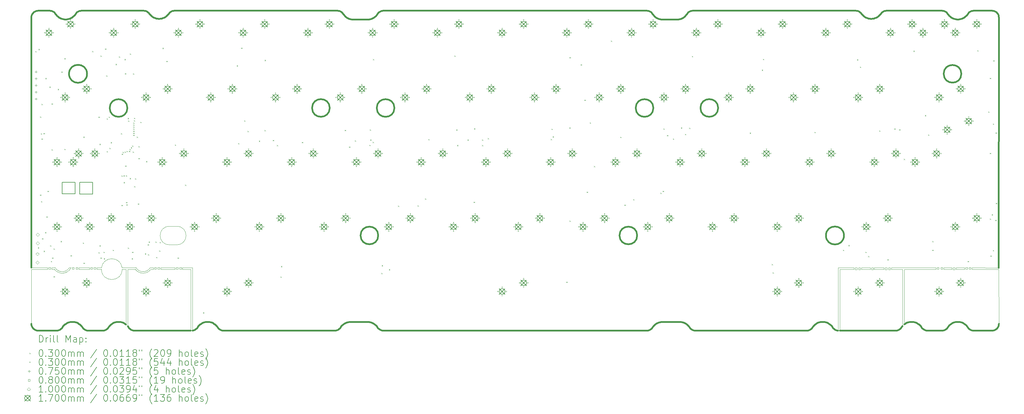
<source format=gbr>
%TF.GenerationSoftware,KiCad,Pcbnew,8.99.0-2194-gb3b7cbcab2*%
%TF.CreationDate,2024-09-18T03:31:52+07:00*%
%TF.ProjectId,Sebas_nuxros,53656261-735f-46e7-9578-726f732e6b69,rev?*%
%TF.SameCoordinates,Original*%
%TF.FileFunction,Drillmap*%
%TF.FilePolarity,Positive*%
%FSLAX45Y45*%
G04 Gerber Fmt 4.5, Leading zero omitted, Abs format (unit mm)*
G04 Created by KiCad (PCBNEW 8.99.0-2194-gb3b7cbcab2) date 2024-09-18 03:31:52*
%MOMM*%
%LPD*%
G01*
G04 APERTURE LIST*
%ADD10C,0.500000*%
%ADD11C,0.050000*%
%ADD12C,0.010000*%
%ADD13C,0.100000*%
%ADD14C,0.150000*%
%ADD15C,0.200000*%
%ADD16C,0.170000*%
G04 APERTURE END LIST*
D10*
X27651995Y-2620495D02*
X27685873Y-2605153D01*
X28532251Y-11807000D02*
X28090250Y-11807000D01*
X27651795Y-11573684D02*
X27616494Y-11562033D01*
X3945046Y-2616873D02*
X3982164Y-2622911D01*
X1033040Y-11804925D02*
X1004297Y-11807000D01*
X27274266Y-11655149D02*
X27249735Y-11683081D01*
X2515815Y-11736686D02*
X2495597Y-11757221D01*
X23137364Y-11798740D02*
X23109217Y-11804925D01*
X20471122Y-5249385D02*
G75*
G02*
X19951122Y-5249385I-260000J0D01*
G01*
X19951122Y-5249385D02*
G75*
G02*
X20471122Y-5249385I260000J0D01*
G01*
X5857142Y-11798738D02*
X5830177Y-11788571D01*
X10306754Y-2609877D02*
X10341115Y-2590877D01*
X27961732Y-2389077D02*
X27990488Y-2387000D01*
X18565240Y-5250385D02*
G75*
G02*
X18045240Y-5250385I-260000J0D01*
G01*
X18045240Y-5250385D02*
G75*
G02*
X18565240Y-5250385I260000J0D01*
G01*
X1061186Y-11798740D02*
X1033040Y-11804925D01*
X27685873Y-2605153D02*
X27717932Y-2586302D01*
X804014Y-2387000D02*
X832769Y-2389075D01*
X27087733Y-11804924D02*
X27058990Y-11807000D01*
X23902620Y-11774636D02*
X23879661Y-11757220D01*
X26498911Y-11757220D02*
X26478693Y-11736684D01*
X23323106Y-11629977D02*
X23295750Y-11655149D01*
X18592478Y-11652213D02*
X18566325Y-11681465D01*
X19593363Y-2436847D02*
X19616330Y-2419409D01*
X24686552Y-2473521D02*
X24709521Y-2503295D01*
X19337201Y-11549754D02*
X18839907Y-11549764D01*
X354122Y-2418750D02*
X379167Y-2405074D01*
X26004277Y-11589014D02*
X25972227Y-11607849D01*
X10428557Y-2512691D02*
X10451267Y-2480660D01*
X5091884Y-11774635D02*
X5066660Y-11788571D01*
X5066660Y-11788571D02*
X5039695Y-11798737D01*
X462250Y-2387000D02*
X804014Y-2387000D01*
X23954810Y-11798739D02*
X23927844Y-11788572D01*
X28560714Y-11804964D02*
X28532251Y-11807000D01*
X9325956Y-2395270D02*
X9352937Y-2405450D01*
X27990488Y-2387000D02*
X28532251Y-2387000D01*
X3022278Y-11607849D02*
X2990228Y-11589014D01*
X26146749Y-11550248D02*
X26109784Y-11554191D01*
X3982164Y-2622911D02*
X4019714Y-2624931D01*
X28714178Y-2503917D02*
X28724150Y-2530654D01*
X2472637Y-11774638D02*
X2447412Y-11788574D01*
X2668109Y-11589014D02*
X2636059Y-11607849D01*
X10511131Y-11774634D02*
X10488172Y-11757219D01*
D11*
X25060000Y-10000000D02*
X25060000Y-9950000D01*
D10*
X19415063Y-11558523D02*
X19376378Y-11551953D01*
X24709521Y-2503295D02*
X24735553Y-2530434D01*
X27168069Y-11774636D02*
X27142845Y-11788572D01*
X10488543Y-2436847D02*
X10511510Y-2419409D01*
D11*
X960000Y-9950000D02*
X860000Y-9950000D01*
D10*
X3647390Y-2403946D02*
X3671840Y-2416792D01*
X3731509Y-2473521D02*
X3754479Y-2503295D01*
X28588598Y-11798899D02*
X28560714Y-11804964D01*
X27087769Y-2389080D02*
X27115926Y-2395270D01*
X4950250Y-11807000D02*
X3294781Y-11807000D01*
X1566129Y-2480616D02*
X1583185Y-2457373D01*
X4165612Y-2593072D02*
X4198903Y-2575583D01*
X27363629Y-2605152D02*
X27397507Y-2620495D01*
X28663223Y-11758150D02*
X28640379Y-11775250D01*
X4307919Y-2473521D02*
X4325122Y-2451912D01*
D11*
X26880000Y-9950000D02*
X26880000Y-10000000D01*
D10*
X5641528Y-11607849D02*
X5609478Y-11589014D01*
X18565941Y-2512693D02*
X18592096Y-2541979D01*
X19584638Y-11652210D02*
X19555374Y-11626069D01*
X2810581Y-11550248D02*
X2773616Y-11554191D01*
X280324Y-11690083D02*
X270352Y-11663347D01*
X24649330Y-2432884D02*
X24669347Y-2451914D01*
X2363556Y-11807000D02*
X1935512Y-11807000D01*
X294000Y-2478872D02*
X311100Y-2456028D01*
X28615334Y-11788926D02*
X28588598Y-11798899D01*
X25660250Y-11809000D02*
X25728467Y-11804925D01*
X19489023Y-11584394D02*
X19452769Y-11569382D01*
X18839660Y-2644566D02*
X19259660Y-2644566D01*
X25085680Y-2606889D02*
X25120655Y-2593072D01*
X27933574Y-2395267D02*
X27961732Y-2389077D01*
D12*
X5000250Y-9949000D02*
X5000250Y-11805740D01*
D10*
X1414353Y-11554199D02*
X1378015Y-11562040D01*
X4130638Y-2606889D02*
X4165612Y-2593072D01*
X26461635Y-11713456D02*
X26440205Y-11683081D01*
X25869038Y-11713456D02*
X25851982Y-11736685D01*
X27168133Y-2419392D02*
X27191097Y-2436822D01*
X2578832Y-11655149D02*
X2554301Y-11683081D01*
X405904Y-11798898D02*
X379167Y-11788926D01*
X25851982Y-11736685D02*
X25831764Y-11757221D01*
X9343902Y-11736684D02*
X9323684Y-11757218D01*
X860927Y-2395266D02*
X887902Y-2405442D01*
X26478693Y-11736684D02*
X26461635Y-11713456D01*
X27397410Y-11573684D02*
X27363543Y-11589014D01*
X4094382Y-2616873D02*
X4130638Y-2606889D01*
X26521870Y-11774636D02*
X26498911Y-11757220D01*
X9461125Y-2512690D02*
X9487279Y-2541976D01*
X3266038Y-11804923D02*
X3237892Y-11798738D01*
D11*
X740000Y-9950000D02*
X740000Y-10000208D01*
D10*
X24228250Y-11805000D02*
X24050250Y-11806644D01*
X331278Y-11758149D02*
X311101Y-11737972D01*
X2554301Y-11683081D02*
X2532870Y-11713456D01*
D13*
X3340000Y-9950000D02*
X3050250Y-9949000D01*
D10*
X3104037Y-11683081D02*
X3100250Y-11678769D01*
X264286Y-11635463D02*
X262250Y-11607000D01*
X28663224Y-2435849D02*
X28683402Y-2456027D01*
X26358446Y-11607849D02*
X26326396Y-11589014D01*
X28724150Y-2530654D02*
X28730216Y-2558537D01*
X18374300Y-11807000D02*
X10620208Y-11807000D01*
X19375302Y-2624910D02*
X19411576Y-2609879D01*
X27775169Y-2538965D02*
X27799701Y-2511013D01*
X27397507Y-2620495D02*
X27432822Y-2632156D01*
X24828859Y-2593072D02*
X24863833Y-2606889D01*
X3754479Y-2503295D02*
X3780511Y-2530434D01*
X10563320Y-11798735D02*
X10536355Y-11788570D01*
X28724149Y-11663347D02*
X28714177Y-11690083D01*
X1046692Y-2564156D02*
X1076570Y-2586302D01*
X19573142Y-2457407D02*
X19593363Y-2436847D01*
X3185702Y-11774636D02*
X3162743Y-11757219D01*
X3237892Y-11798738D02*
X3210927Y-11788571D01*
D11*
X3780000Y-10000000D02*
G75*
G02*
X3320000Y-10000000I-230000J170000D01*
G01*
D10*
X1396994Y-2620495D02*
X1430873Y-2605153D01*
X18089000Y-9004000D02*
G75*
G02*
X17569000Y-9004000I-260000J0D01*
G01*
X17569000Y-9004000D02*
G75*
G02*
X18089000Y-9004000I260000J0D01*
G01*
X5609478Y-11589014D02*
X5575611Y-11573684D01*
X1177822Y-2632156D02*
X1214175Y-2640004D01*
X24521863Y-2387000D02*
X24549416Y-2388909D01*
X27858402Y-2436819D02*
X27881367Y-2419389D01*
D11*
X4542500Y-8735000D02*
X4322500Y-8735000D01*
D10*
X27820902Y-11713456D02*
X27799471Y-11683081D01*
X19696711Y-2389080D02*
X19725474Y-2387000D01*
X5255309Y-11607849D02*
X5225438Y-11629977D01*
X27432712Y-11562033D02*
X27397410Y-11573684D01*
X5914031Y-11807000D02*
X5885288Y-11804923D01*
X270352Y-2530654D02*
X280324Y-2503917D01*
D11*
X1430000Y-9950000D02*
X1380000Y-9950000D01*
D10*
X270352Y-11663347D02*
X264286Y-11635463D01*
X24764346Y-2554622D02*
X24795568Y-2575583D01*
X19641567Y-2405455D02*
X19668547Y-2395274D01*
X28732251Y-11607000D02*
X28730215Y-11635463D01*
X19802821Y-11807000D02*
X19774077Y-11804923D01*
D11*
X27720000Y-9950000D02*
X27720000Y-10000000D01*
D10*
X1935512Y-11807000D02*
X1906769Y-11804927D01*
X1525456Y-11554199D02*
X1488492Y-11550256D01*
X18482993Y-2419405D02*
X18505960Y-2436844D01*
X1451317Y-11550256D02*
X1414353Y-11554199D01*
X27211317Y-2457372D02*
X27228373Y-2480616D01*
D11*
X27470000Y-10000000D02*
X27470000Y-9950000D01*
D10*
X19452769Y-11569382D02*
X19415063Y-11558523D01*
X4367587Y-2416790D02*
X4392038Y-2403945D01*
X3125467Y-11713456D02*
X3104037Y-11683081D01*
X1744769Y-11683084D02*
X1720238Y-11655154D01*
D11*
X4542500Y-8735000D02*
G75*
G02*
X4542500Y-9277500I0J-271250D01*
G01*
D10*
X10945240Y-5250385D02*
G75*
G02*
X10425240Y-5250385I-260000J0D01*
G01*
X10425240Y-5250385D02*
G75*
G02*
X10945240Y-5250385I260000J0D01*
G01*
X379167Y-2405074D02*
X405904Y-2395102D01*
X10428178Y-11681466D02*
X10402026Y-11652215D01*
X28730216Y-2558537D02*
X28732251Y-2587000D01*
X2921059Y-11562033D02*
X2884721Y-11554191D01*
X1004297Y-11807000D02*
X462250Y-11807000D01*
X27301692Y-2564156D02*
X27331570Y-2586302D01*
X2532870Y-11713456D02*
X2515815Y-11736686D01*
X1851658Y-11788575D02*
X1826434Y-11774639D01*
X19668547Y-2395274D02*
X19696711Y-2389080D01*
X4284950Y-2503295D02*
X4307919Y-2473521D01*
X19411576Y-2609879D02*
X19445937Y-2590880D01*
X18431188Y-11798739D02*
X18403043Y-11804924D01*
X4057265Y-2622911D02*
X4094382Y-2616873D01*
D11*
X2325491Y-9950075D02*
G75*
G02*
X2932500Y-9950000I303511J-46492D01*
G01*
D10*
X18800731Y-11551957D02*
X18762047Y-11558527D01*
X9248535Y-11798737D02*
X9220389Y-11804923D01*
X2392300Y-11804925D02*
X2363556Y-11807000D01*
D11*
X24690000Y-10000000D02*
X24950000Y-10000000D01*
D10*
X24937206Y-2622911D02*
X24974757Y-2624931D01*
X26602206Y-11804924D02*
X26574060Y-11798739D01*
X10467953Y-11736685D02*
X10450895Y-11713458D01*
X19718966Y-11788572D02*
X19693742Y-11774636D01*
X1342714Y-11573691D02*
X1308848Y-11589020D01*
X2701976Y-11573684D02*
X2668109Y-11589014D01*
X18800458Y-2642363D02*
X18839660Y-2644566D01*
X28683402Y-2456027D02*
X28700502Y-2478871D01*
X264286Y-2558537D02*
X270352Y-2530654D01*
X5540310Y-11562033D02*
X5503971Y-11554191D01*
X5173551Y-11683081D02*
X5152120Y-11713456D01*
X27115880Y-11798739D02*
X27087733Y-11804924D01*
X19259660Y-2644566D02*
X19298863Y-2642363D01*
X9409827Y-11652210D02*
X9383674Y-11681461D01*
X28615335Y-2405072D02*
X28640380Y-2418748D01*
X2990228Y-11589014D02*
X2956361Y-11573684D01*
X4345139Y-2432881D02*
X4367587Y-2416790D01*
X25972227Y-11607849D02*
X25950250Y-11624130D01*
X19555374Y-11626069D02*
X19523368Y-11603369D01*
X27717712Y-11607849D02*
X27685662Y-11589014D01*
X10154599Y-11549759D02*
X9657259Y-11549754D01*
X23352977Y-11607849D02*
X23323106Y-11629977D01*
X25012307Y-2622911D02*
X25049425Y-2616873D01*
X10620208Y-11807000D02*
X10591466Y-11804921D01*
X1626369Y-2419392D02*
X1651600Y-2405444D01*
X5152120Y-11713456D02*
X5135062Y-11736684D01*
X1195040Y-11683084D02*
X1173609Y-11713459D01*
X4325122Y-2451912D02*
X4345139Y-2432881D01*
X28683401Y-11737972D02*
X28663223Y-11758150D01*
X28700501Y-11715128D02*
X28683401Y-11737972D01*
X9352937Y-2405450D02*
X9378173Y-2419405D01*
X2447412Y-11788574D02*
X2420446Y-11798740D01*
X19445937Y-2590880D02*
X19477954Y-2568151D01*
X26326396Y-11589014D02*
X26292529Y-11573684D01*
X9269028Y-2387000D02*
X9297791Y-2389076D01*
X27363543Y-11589014D02*
X27331493Y-11607849D01*
X24576444Y-2394594D02*
X24602431Y-2403948D01*
X23164330Y-11788574D02*
X23137364Y-11798740D01*
X18505960Y-2436844D02*
X18526181Y-2457405D01*
X18373847Y-2387000D02*
X18402610Y-2389076D01*
X23527499Y-11550248D02*
X23490534Y-11554191D01*
D13*
X25900250Y-10000000D02*
X25900250Y-11671943D01*
D10*
X5321226Y-11573684D02*
X5287359Y-11589014D01*
D13*
X25950250Y-11624130D02*
X25950250Y-10000000D01*
D10*
X25300183Y-2432883D02*
X25322631Y-2416792D01*
X28732251Y-2587000D02*
X28730000Y-9960000D01*
X10469000Y-9004000D02*
G75*
G02*
X9949000Y-9004000I-260000J0D01*
G01*
X9949000Y-9004000D02*
G75*
G02*
X10469000Y-9004000I260000J0D01*
G01*
X25900250Y-11671943D02*
X25890469Y-11683081D01*
X3050250Y-11628571D02*
X3022278Y-11607849D01*
X23820955Y-11683081D02*
X23796423Y-11655149D01*
D11*
X3760000Y-9950000D02*
G75*
G02*
X3340000Y-9950000I-210000J120000D01*
G01*
D10*
X23080474Y-11807000D02*
X19802821Y-11807000D01*
X311100Y-2456028D02*
X331278Y-2435850D01*
X5761775Y-11736684D02*
X5744717Y-11713456D01*
X10372763Y-11626075D02*
X10340759Y-11603375D01*
X26220889Y-11554191D02*
X26183924Y-11550248D01*
X9360960Y-11713456D02*
X9343902Y-11736684D01*
X294000Y-11715128D02*
X280324Y-11690083D01*
X1214175Y-2640004D02*
X1251156Y-2643950D01*
D11*
X4070000Y-10000000D02*
X4490000Y-10000000D01*
D10*
X27933325Y-11798744D02*
X27906359Y-11788577D01*
X23109217Y-11804925D02*
X23080474Y-11807000D01*
X27249735Y-11683081D02*
X27228304Y-11713456D01*
X23418894Y-11573684D02*
X23385027Y-11589014D01*
D13*
X3100000Y-10000000D02*
X3100250Y-11678769D01*
D10*
X27058990Y-11807000D02*
X26630949Y-11807000D01*
X24795568Y-2575583D02*
X24828859Y-2593072D01*
X9275500Y-11788571D02*
X9248535Y-11798737D01*
X5287359Y-11589014D02*
X5255309Y-11607849D01*
X24735553Y-2530434D02*
X24764346Y-2554622D01*
X3780511Y-2530434D02*
X3809304Y-2554622D01*
X26574060Y-11798739D02*
X26547094Y-11788572D01*
X10340759Y-11603375D02*
X10306415Y-11584400D01*
X28090250Y-11807000D02*
X27990215Y-11807000D01*
X25049425Y-2616873D02*
X25085680Y-2606889D01*
X25153945Y-2575583D02*
X25185167Y-2554622D01*
D11*
X27350000Y-10000000D02*
X27110000Y-10000000D01*
D10*
X25347081Y-2403947D02*
X25373069Y-2394592D01*
X9541693Y-11569382D02*
X9505440Y-11584394D01*
D11*
X27940000Y-10000000D02*
X28730000Y-10000000D01*
D10*
X27799471Y-11683081D02*
X27774939Y-11655149D01*
X27685662Y-11589014D02*
X27651795Y-11573684D01*
X25185167Y-2554622D02*
X25213960Y-2530434D01*
X2773616Y-11554191D02*
X2737278Y-11562033D01*
X2956361Y-11573684D02*
X2921059Y-11562033D01*
X1019332Y-2538965D02*
X1046692Y-2564156D01*
X3873816Y-2593072D02*
X3908791Y-2606889D01*
X1900500Y-4243500D02*
G75*
G02*
X1370500Y-4243500I-265000J0D01*
G01*
X1370500Y-4243500D02*
G75*
G02*
X1900500Y-4243500I265000J0D01*
G01*
X25890469Y-11683081D02*
X25869038Y-11713456D01*
X2884721Y-11554191D02*
X2847756Y-11550248D01*
X10193774Y-11551959D02*
X10154599Y-11549759D01*
X24863833Y-2606889D02*
X24900089Y-2616873D01*
D11*
X1430000Y-9950000D02*
G75*
G02*
X939719Y-10000208I-260000J120000D01*
G01*
X4490000Y-9950000D02*
X4070000Y-9950000D01*
D10*
X379167Y-11788926D02*
X354122Y-11775250D01*
X27506156Y-2643950D02*
X27543346Y-2643950D01*
X25400097Y-2388907D02*
X25427650Y-2387000D01*
D11*
X4490000Y-10000000D02*
X4490000Y-9950000D01*
D10*
X9191646Y-11807000D02*
X5914031Y-11807000D01*
X1276798Y-11607855D02*
X1246927Y-11629982D01*
X4418026Y-2394591D02*
X4445054Y-2388906D01*
X28640380Y-2418748D02*
X28663224Y-2435849D01*
X23769067Y-11629977D02*
X23739196Y-11607849D01*
D13*
X24050250Y-11806644D02*
X24050250Y-10000000D01*
D10*
X1288346Y-2643950D02*
X1325326Y-2640004D01*
D11*
X24950000Y-9950000D02*
X24690000Y-9949000D01*
D10*
X27469175Y-2640004D02*
X27506156Y-2643950D01*
D11*
X4950250Y-10000000D02*
X4710000Y-10000000D01*
D10*
X27961471Y-11804929D02*
X27933325Y-11798744D01*
X5011549Y-11804923D02*
X5000250Y-11805740D01*
X25427650Y-2387000D02*
X27059014Y-2387000D01*
X1325326Y-2640004D02*
X1361679Y-2632156D01*
X27432822Y-2632156D02*
X27469175Y-2640004D01*
D11*
X25060000Y-9950000D02*
X25350000Y-9950000D01*
D10*
X3671840Y-2416792D02*
X3694288Y-2432883D01*
X3908791Y-2606889D02*
X3945046Y-2616873D01*
X9323684Y-11757218D02*
X9300724Y-11774635D01*
D11*
X4542500Y-9277500D02*
X4322500Y-9277500D01*
X27350000Y-9950000D02*
X27350000Y-10000000D01*
D10*
X18621366Y-2568150D02*
X18653384Y-2590879D01*
X973373Y-2480616D02*
X994800Y-2511013D01*
X1651600Y-2405444D02*
X1678575Y-2395270D01*
D11*
X27110000Y-10000000D02*
X27110000Y-9950000D01*
D10*
X10373132Y-2568148D02*
X10402402Y-2541976D01*
D11*
X25900250Y-10000000D02*
X25570000Y-10000000D01*
D10*
X262250Y-2587000D02*
X264286Y-2558537D01*
X5135062Y-11736684D02*
X5114844Y-11757218D01*
X1108629Y-2605152D02*
X1142507Y-2620495D01*
X26038144Y-11573684D02*
X26004277Y-11589014D01*
X19745931Y-11798738D02*
X19718966Y-11788572D01*
X23879661Y-11757220D02*
X23859443Y-11736684D01*
X27906359Y-11788577D02*
X27881134Y-11774640D01*
X354122Y-11775250D02*
X331278Y-11758149D01*
X9548565Y-2590878D02*
X9582927Y-2609877D01*
X23249788Y-11713456D02*
X23232732Y-11736685D01*
D11*
X260000Y-10000000D02*
X262250Y-11607000D01*
D10*
X27211247Y-11736684D02*
X27191029Y-11757220D01*
X27821129Y-2480616D02*
X27838182Y-2457370D01*
D11*
X3850000Y-9950000D02*
X3850000Y-10000000D01*
D10*
X25280166Y-2451914D02*
X25300183Y-2432883D01*
X1630961Y-11589020D02*
X1597095Y-11573691D01*
X9582927Y-2609877D02*
X9619200Y-2624909D01*
D11*
X25350000Y-10000000D02*
X25060000Y-10000000D01*
D10*
X27274332Y-2538965D02*
X27301692Y-2564156D01*
X27115926Y-2395270D02*
X27142901Y-2405445D01*
X1492810Y-2564156D02*
X1520169Y-2538965D01*
X1720238Y-11655154D02*
X1692882Y-11629982D01*
X19556087Y-2480660D02*
X19573142Y-2457407D01*
X10194043Y-2642363D02*
X10232752Y-2635783D01*
X18526555Y-11736687D02*
X18506336Y-11757222D01*
X9041562Y-5249501D02*
G75*
G02*
X8521562Y-5249501I-260000J0D01*
G01*
X8521562Y-5249501D02*
G75*
G02*
X9041562Y-5249501I260000J0D01*
G01*
X19376378Y-11551953D02*
X19337201Y-11549754D01*
X9695638Y-2642362D02*
X9734841Y-2644565D01*
X24549416Y-2388909D02*
X24576444Y-2394594D01*
X5723287Y-11683081D02*
X5698755Y-11655149D01*
X1136335Y-11757223D02*
X1113376Y-11774638D01*
X10536355Y-11788570D02*
X10511131Y-11774634D01*
X19693742Y-11774636D02*
X19670782Y-11757219D01*
X5885288Y-11804923D02*
X5857142Y-11798738D01*
X28532251Y-2387000D02*
X28560714Y-2389034D01*
X956318Y-2457371D02*
X973373Y-2480616D01*
X28640379Y-11775250D02*
X28615334Y-11788926D01*
X26440205Y-11683081D02*
X26415673Y-11655149D01*
X10402026Y-11652215D02*
X10372763Y-11626075D01*
X23189554Y-11774638D02*
X23164330Y-11788574D01*
X3087117Y-5250382D02*
G75*
G02*
X2567117Y-5250382I-260000J0D01*
G01*
X2567117Y-5250382D02*
G75*
G02*
X3087117Y-5250382I260000J0D01*
G01*
D11*
X3050250Y-10000000D02*
X2934020Y-10000000D01*
D10*
X1156554Y-11736688D02*
X1136335Y-11757223D01*
X26547094Y-11788572D02*
X26521870Y-11774636D01*
X27580155Y-11554191D02*
X27543190Y-11550248D01*
X1142507Y-2620495D02*
X1177822Y-2632156D01*
X23490534Y-11554191D02*
X23454196Y-11562033D01*
X23385027Y-11589014D02*
X23352977Y-11607849D01*
X1766200Y-11713459D02*
X1744769Y-11683084D01*
X433787Y-11804963D02*
X405904Y-11798898D01*
X3840526Y-2575583D02*
X3873816Y-2593072D01*
X5467006Y-11550248D02*
X5429831Y-11550248D01*
X1603405Y-2436822D02*
X1626369Y-2419392D01*
X5698755Y-11655149D02*
X5671399Y-11629977D01*
X27331493Y-11607849D02*
X27301622Y-11629977D01*
X5429831Y-11550248D02*
X5392866Y-11554191D01*
X1803475Y-11757223D02*
X1783257Y-11736687D01*
D11*
X27940000Y-9950000D02*
X27940000Y-10000000D01*
D10*
X27142901Y-2405445D02*
X27168133Y-2419392D01*
X433787Y-2389036D02*
X462250Y-2387000D01*
X18592096Y-2541979D02*
X18621366Y-2568150D01*
X936098Y-2436820D02*
X956318Y-2457371D01*
X25322631Y-2416792D02*
X25347081Y-2403947D01*
X4198903Y-2575583D02*
X4230125Y-2554622D01*
X18688089Y-11584398D02*
X18653745Y-11603373D01*
X27628004Y-4243500D02*
G75*
G02*
X27108004Y-4243500I-260000J0D01*
G01*
X27108004Y-4243500D02*
G75*
G02*
X27628004Y-4243500I260000J0D01*
G01*
D11*
X1380000Y-9950000D02*
G75*
G02*
X960000Y-9950000I-210000J120000D01*
G01*
D10*
X1826434Y-11774639D02*
X1803475Y-11757223D01*
X10536746Y-2405455D02*
X10563727Y-2395275D01*
X462250Y-11807000D02*
X433787Y-11804963D01*
X1219571Y-11655154D02*
X1195040Y-11683084D01*
X18543234Y-2480660D02*
X18565941Y-2512693D01*
D11*
X24050250Y-10000000D02*
X24470000Y-10000000D01*
X3850000Y-10000000D02*
X3780000Y-10000000D01*
D10*
X19610791Y-11681461D02*
X19584638Y-11652210D01*
D11*
X25570000Y-9950000D02*
X25900250Y-9949000D01*
X740000Y-9950000D02*
X260000Y-9950000D01*
D10*
X23212514Y-11757221D02*
X23189554Y-11774638D01*
X2636059Y-11607849D02*
X2606188Y-11629977D01*
X3142525Y-11736684D02*
X3125467Y-11713456D01*
X23927844Y-11788572D02*
X23902620Y-11774636D01*
X5114844Y-11757218D02*
X5091884Y-11774635D01*
X4230125Y-2554622D02*
X4258918Y-2530434D01*
X994800Y-2511013D02*
X1019332Y-2538965D01*
X18483377Y-11774637D02*
X18458153Y-11788573D01*
X9438414Y-2480660D02*
X9461125Y-2512690D01*
X5575611Y-11573684D02*
X5540310Y-11562033D01*
X10341115Y-2590877D02*
X10373132Y-2568148D01*
X18566325Y-11681465D02*
X18543612Y-11713460D01*
X5039695Y-11798737D02*
X5011549Y-11804923D01*
X1692882Y-11629982D02*
X1663011Y-11607855D01*
X19523368Y-11603369D02*
X19489023Y-11584394D01*
D11*
X25950250Y-10000000D02*
X26880000Y-10000000D01*
D10*
X27906599Y-2405442D02*
X27933574Y-2395267D01*
X9734841Y-2644565D02*
X10154841Y-2644565D01*
X10488172Y-11757219D02*
X10467953Y-11736685D01*
X19507224Y-2541978D02*
X19533378Y-2512692D01*
X5671399Y-11629977D02*
X5641528Y-11607849D01*
X28714177Y-11690083D02*
X28700501Y-11715128D01*
X10270481Y-2624908D02*
X10306754Y-2609877D01*
X10232752Y-2635783D02*
X10270481Y-2624908D01*
X1361679Y-2632156D02*
X1396994Y-2620495D01*
X5225438Y-11629977D02*
X5198082Y-11655149D01*
D11*
X4322500Y-9277500D02*
G75*
G02*
X4322500Y-8735000I0J271250D01*
G01*
X27940000Y-9950000D02*
X28730000Y-9960000D01*
D10*
X5392866Y-11554191D02*
X5356528Y-11562033D01*
D13*
X3050250Y-11628571D02*
X3050250Y-10000000D01*
D10*
X4258918Y-2530434D02*
X4284950Y-2503295D01*
X18761748Y-2635784D02*
X18800458Y-2642363D01*
X4392038Y-2403945D02*
X4418026Y-2394591D01*
D13*
X24000250Y-9949000D02*
X24000250Y-11806173D01*
D10*
X1088151Y-11788574D02*
X1061186Y-11798740D01*
X9656929Y-2635783D02*
X9695638Y-2642362D01*
X25262962Y-2473521D02*
X25280166Y-2451914D01*
X10402402Y-2541976D02*
X10428557Y-2512691D01*
X4472608Y-2387000D02*
X9269028Y-2387000D01*
X1783257Y-11736687D02*
X1766200Y-11713459D01*
D13*
X5000250Y-9949000D02*
X4950250Y-9949000D01*
D11*
X2325491Y-9950075D02*
X2190000Y-9950000D01*
D10*
X24669347Y-2451914D02*
X24686552Y-2473521D01*
X5830177Y-11788571D02*
X5804952Y-11774636D01*
X3621402Y-2394592D02*
X3647390Y-2403946D01*
D11*
X4710000Y-9950000D02*
X4950250Y-9949000D01*
D10*
X24173677Y-9005126D02*
G75*
G02*
X23643677Y-9005126I-265000J0D01*
G01*
X23643677Y-9005126D02*
G75*
G02*
X24173677Y-9005126I265000J0D01*
G01*
X27249800Y-2511013D02*
X27274332Y-2538965D01*
X23637977Y-11562033D02*
X23601639Y-11554191D01*
D11*
X28730000Y-10000000D02*
X28732251Y-11607000D01*
X3320000Y-10000000D02*
X3100000Y-10000000D01*
D10*
X19633507Y-11713456D02*
X19610791Y-11681461D01*
X26073446Y-11562033D02*
X26038144Y-11573684D01*
X18839907Y-11549764D02*
X18800731Y-11551957D01*
X27837958Y-11736686D02*
X27820902Y-11713456D01*
X9297791Y-2389076D02*
X9325956Y-2395270D01*
X10450895Y-11713458D02*
X10428178Y-11681466D01*
X27142845Y-11788572D02*
X27115880Y-11798739D01*
X18687745Y-2609879D02*
X18724019Y-2624910D01*
X27301622Y-11629977D02*
X27274266Y-11655149D01*
X1561794Y-11562040D02*
X1525456Y-11554199D01*
X27228304Y-11713456D02*
X27211247Y-11736684D01*
X25373069Y-2394592D02*
X25400097Y-2388907D01*
X1251156Y-2643950D02*
X1288346Y-2643950D01*
D11*
X24690000Y-9949000D02*
X24690000Y-10000000D01*
D10*
X28560714Y-2389034D02*
X28588598Y-2395100D01*
X9618082Y-11551953D02*
X9579398Y-11558524D01*
X4445054Y-2388906D02*
X4472608Y-2387000D01*
X23982956Y-11804924D02*
X23954810Y-11798739D01*
X5804952Y-11774636D02*
X5781993Y-11757219D01*
X1663011Y-11607855D02*
X1630961Y-11589020D01*
X27858175Y-11757222D02*
X27837958Y-11736686D01*
X9505440Y-11584394D02*
X9471095Y-11603369D01*
X23859443Y-11736684D02*
X23842385Y-11713456D01*
X2606188Y-11629977D02*
X2578832Y-11655149D01*
X18403043Y-11804924D02*
X18374300Y-11807000D01*
X1678575Y-2395270D02*
X1706733Y-2389079D01*
X23601639Y-11554191D02*
X23564674Y-11550248D01*
D13*
X4950250Y-11807000D02*
X4950250Y-10000000D01*
D10*
X25808804Y-11774638D02*
X25783580Y-11788574D01*
X27059014Y-2387000D02*
X27087769Y-2389080D01*
D11*
X3050250Y-9949000D02*
X2932500Y-9950000D01*
D10*
X1583185Y-2457373D02*
X1603405Y-2436822D01*
X832769Y-2389075D02*
X860927Y-2395266D01*
X23295750Y-11655149D02*
X23271219Y-11683081D01*
X1906769Y-11804927D02*
X1878623Y-11798741D01*
D11*
X1972500Y-10000000D02*
X1660000Y-10000000D01*
D10*
X18402610Y-2389076D02*
X18430775Y-2395270D01*
X23673279Y-11573684D02*
X23637977Y-11562033D01*
D11*
X740000Y-10000208D02*
X260000Y-10000000D01*
D10*
X27191097Y-2436822D02*
X27211317Y-2457372D01*
X19650564Y-11736684D02*
X19633507Y-11713456D01*
X1076570Y-2586302D02*
X1108629Y-2605152D01*
X3162743Y-11757219D02*
X3142525Y-11736684D01*
X27747583Y-11629977D02*
X27717712Y-11607849D01*
X1378015Y-11562040D02*
X1342714Y-11573691D01*
X26257227Y-11562033D02*
X26220889Y-11554191D01*
X280324Y-2503917D02*
X294000Y-2478872D01*
X18506336Y-11757222D02*
X18483377Y-11774637D01*
D11*
X24470000Y-9949000D02*
X24470000Y-10000000D01*
D10*
X1430873Y-2605153D02*
X1462932Y-2586302D01*
D11*
X1972500Y-9950000D02*
X1972500Y-10000000D01*
D10*
X10591891Y-2389080D02*
X10620653Y-2387000D01*
X9383674Y-11681461D02*
X9360960Y-11713456D01*
X27799701Y-2511013D02*
X27821129Y-2480616D01*
X10270162Y-11569389D02*
X10232458Y-11558529D01*
X24228250Y-11805000D02*
X24278250Y-11805000D01*
X5744717Y-11713456D02*
X5723287Y-11683081D01*
X9619200Y-2624909D02*
X9656929Y-2635783D01*
X27543346Y-2643950D02*
X27580327Y-2640004D01*
X23796423Y-11655149D02*
X23769067Y-11629977D01*
X25831764Y-11757221D02*
X25808804Y-11774638D01*
X18653745Y-11603373D02*
X18621740Y-11626073D01*
X27331570Y-2586302D02*
X27363629Y-2605152D01*
D11*
X27110000Y-9950000D02*
X27350000Y-9950000D01*
X1660000Y-10000000D02*
X1660000Y-9950000D01*
D10*
X27228373Y-2480616D02*
X27249800Y-2511013D01*
X2737278Y-11562033D02*
X2701976Y-11573684D01*
X23707146Y-11589014D02*
X23673279Y-11573684D01*
X27774939Y-11655149D02*
X27747583Y-11629977D01*
X5198082Y-11655149D02*
X5173551Y-11683081D01*
X9579398Y-11558524D02*
X9541693Y-11569382D01*
X18526181Y-2457405D02*
X18543234Y-2480660D01*
X19298863Y-2642363D02*
X19337573Y-2635784D01*
X9516548Y-2568149D02*
X9548565Y-2590878D01*
X26415673Y-11655149D02*
X26388317Y-11629977D01*
X25783580Y-11788574D02*
X25756614Y-11798740D01*
X27838182Y-2457370D02*
X27858402Y-2436819D01*
X27747810Y-2564156D02*
X27775169Y-2538965D01*
X19774077Y-11804923D02*
X19745931Y-11798738D01*
X9657259Y-11549754D02*
X9618082Y-11551953D01*
X18458153Y-11788573D02*
X18431188Y-11798739D01*
X10306415Y-11584400D02*
X10270162Y-11569389D01*
X913134Y-2419390D02*
X936098Y-2436820D01*
X405904Y-2395102D02*
X433787Y-2389036D01*
X10591466Y-11804921D02*
X10563320Y-11798735D01*
X1520169Y-2538965D02*
X1544701Y-2511013D01*
D11*
X25350000Y-9950000D02*
X25350000Y-10000000D01*
D10*
X19477954Y-2568151D02*
X19507224Y-2541978D01*
X260000Y-9950000D02*
X262250Y-2587000D01*
D11*
X4710000Y-9950000D02*
X4710000Y-10000000D01*
D10*
X25120655Y-2593072D02*
X25153945Y-2575583D01*
D11*
X1660000Y-9950000D02*
X1972500Y-9950000D01*
D10*
X9300724Y-11774635D02*
X9275500Y-11788571D01*
D11*
X24950000Y-10000000D02*
X24950000Y-9950000D01*
D10*
X311101Y-11737972D02*
X294000Y-11715128D01*
X24000250Y-11806173D02*
X23982956Y-11804924D01*
X26183924Y-11550248D02*
X26146749Y-11550248D01*
X1173609Y-11713459D02*
X1156554Y-11736688D01*
X23842385Y-11713456D02*
X23820955Y-11683081D01*
X2495597Y-11757221D02*
X2472637Y-11774638D01*
X3714305Y-2451914D02*
X3731509Y-2473521D01*
X27616680Y-2632156D02*
X27651995Y-2620495D01*
X26388317Y-11629977D02*
X26358446Y-11607849D01*
D11*
X25570000Y-10000000D02*
X25570000Y-9950000D01*
D10*
X26109784Y-11554191D02*
X26073446Y-11562033D01*
X27543190Y-11550248D02*
X27506015Y-11550248D01*
X9378173Y-2419405D02*
X9401141Y-2436844D01*
X27990215Y-11807000D02*
X27961471Y-11804929D01*
X5503971Y-11554191D02*
X5467006Y-11550248D01*
X18457756Y-2405450D02*
X18482993Y-2419405D01*
X25756614Y-11798740D02*
X25728467Y-11804925D01*
X18543612Y-11713460D02*
X18526555Y-11736687D01*
X27469050Y-11554191D02*
X27432712Y-11562033D01*
X26292529Y-11573684D02*
X26257227Y-11562033D01*
X9471095Y-11603369D02*
X9439090Y-11626069D01*
X3594374Y-2388907D02*
X3621402Y-2394592D01*
D11*
X860000Y-9950000D02*
X860000Y-10000000D01*
D10*
X1735487Y-2387000D02*
X3566821Y-2387000D01*
X27616494Y-11562033D02*
X27580155Y-11554191D01*
X27881367Y-2419389D02*
X27906599Y-2405442D01*
X27881134Y-11774640D02*
X27858175Y-11757222D01*
X10511510Y-2419409D02*
X10536746Y-2405455D01*
X9401141Y-2436844D02*
X9421361Y-2457405D01*
X19670782Y-11757219D02*
X19650564Y-11736684D01*
X28700502Y-2478871D02*
X28714178Y-2503917D01*
X5356528Y-11562033D02*
X5321226Y-11573684D01*
X27191029Y-11757220D02*
X27168069Y-11774636D01*
X1246927Y-11629982D02*
X1219571Y-11655154D01*
X10468322Y-2457407D02*
X10488543Y-2436847D01*
X1308848Y-11589020D02*
X1276798Y-11607855D01*
X25239992Y-2503295D02*
X25262962Y-2473521D01*
X9220389Y-11804923D02*
X9191646Y-11807000D01*
D11*
X27470000Y-9950000D02*
X27720000Y-9950000D01*
D10*
X24602431Y-2403948D02*
X24626882Y-2416794D01*
X1462932Y-2586302D02*
X1492810Y-2564156D01*
X2420446Y-11798740D02*
X2392300Y-11804925D01*
D13*
X24470000Y-9949000D02*
X24000250Y-9949000D01*
D11*
X4070000Y-9950000D02*
X4070000Y-10000000D01*
D10*
X25660250Y-11809000D02*
X24278250Y-11805000D01*
X26630949Y-11807000D02*
X26602206Y-11804924D01*
X1597095Y-11573691D02*
X1561794Y-11562040D01*
X19725474Y-2387000D02*
X24521863Y-2387000D01*
X19616330Y-2419409D02*
X19641567Y-2405455D01*
X887902Y-2405442D02*
X913134Y-2419390D01*
X10154841Y-2644565D02*
X10194043Y-2642363D01*
X24900089Y-2616873D02*
X24937206Y-2622911D01*
X23564674Y-11550248D02*
X23527499Y-11550248D01*
X18430775Y-2395270D02*
X18457756Y-2405450D01*
X3809304Y-2554622D02*
X3840526Y-2575583D01*
D13*
X26880000Y-9950000D02*
X25900250Y-9949000D01*
D10*
X23271219Y-11683081D02*
X23249788Y-11713456D01*
X28730215Y-11635463D02*
X28724149Y-11663347D01*
X1878623Y-11798741D02*
X1851658Y-11788575D01*
X19337573Y-2635784D02*
X19375302Y-2624910D01*
X23454196Y-11562033D02*
X23418894Y-11573684D01*
X3566821Y-2387000D02*
X3594374Y-2388907D01*
D11*
X27720000Y-10000000D02*
X27470000Y-10000000D01*
X2934020Y-10000000D02*
G75*
G02*
X2323982Y-10000000I-305019J3433D01*
G01*
D10*
X18724342Y-11569386D02*
X18688089Y-11584398D01*
X24626882Y-2416794D02*
X24649330Y-2432884D01*
X18724019Y-2624910D02*
X18761748Y-2635784D01*
X27580327Y-2640004D02*
X27616680Y-2632156D01*
X28588598Y-2395100D02*
X28615335Y-2405072D01*
X24974757Y-2624931D02*
X25012307Y-2622911D01*
X19533378Y-2512692D02*
X19556087Y-2480660D01*
X1544701Y-2511013D02*
X1566129Y-2480616D01*
X27717932Y-2586302D02*
X27747810Y-2564156D01*
D11*
X2190000Y-10000000D02*
X2190000Y-9950000D01*
D10*
X18762047Y-11558527D02*
X18724342Y-11569386D01*
D11*
X3760000Y-9950000D02*
X3850000Y-9950000D01*
D10*
X27506015Y-11550248D02*
X27469050Y-11554191D01*
X9421361Y-2457405D02*
X9438414Y-2480660D01*
X10563727Y-2395275D02*
X10591891Y-2389080D01*
X18653384Y-2590879D02*
X18687745Y-2609879D01*
X1706733Y-2389079D02*
X1735487Y-2387000D01*
D11*
X2324001Y-10000000D02*
X2190000Y-10000000D01*
D10*
X23232732Y-11736685D02*
X23212514Y-11757221D01*
X10232458Y-11558529D02*
X10193774Y-11551959D01*
X4019714Y-2624931D02*
X4057265Y-2622911D01*
X1488492Y-11550256D02*
X1451317Y-11550256D01*
X3694288Y-2432883D02*
X3714305Y-2451914D01*
X10451267Y-2480660D02*
X10468322Y-2457407D01*
X3294781Y-11807000D02*
X3266038Y-11804923D01*
X9439090Y-11626069D02*
X9409827Y-11652210D01*
X10620653Y-2387000D02*
X18373847Y-2387000D01*
X331278Y-2435850D02*
X354122Y-2418750D01*
X23739196Y-11607849D02*
X23707146Y-11589014D01*
D11*
X860000Y-10000000D02*
X939719Y-10000208D01*
D10*
X3210927Y-11788571D02*
X3185702Y-11774636D01*
X9487279Y-2541976D02*
X9516548Y-2568149D01*
X2847756Y-11550248D02*
X2810581Y-11550248D01*
X5781993Y-11757219D02*
X5761775Y-11736684D01*
X18621740Y-11626073D02*
X18592478Y-11652213D01*
X25213960Y-2530434D02*
X25239992Y-2503295D01*
X1113376Y-11774638D02*
X1088151Y-11788574D01*
D14*
X1167750Y-7779750D02*
X1167750Y-7439750D01*
X1547750Y-7439750D02*
X1167750Y-7439750D01*
X1547750Y-7779750D02*
X1167750Y-7779750D01*
X1547750Y-7779750D02*
X1547750Y-7439750D01*
X1687000Y-7781000D02*
X1687000Y-7441000D01*
X2067000Y-7441000D02*
X1687000Y-7441000D01*
X2067000Y-7781000D02*
X1687000Y-7781000D01*
X2067000Y-7781000D02*
X2067000Y-7441000D01*
D15*
D13*
X378000Y-3574000D02*
X408000Y-3604000D01*
X408000Y-3574000D02*
X378000Y-3604000D01*
X455000Y-9355000D02*
X485000Y-9385000D01*
X485000Y-9355000D02*
X455000Y-9385000D01*
X472000Y-3512000D02*
X502000Y-3542000D01*
X502000Y-3512000D02*
X472000Y-3542000D01*
X518000Y-5501000D02*
X548000Y-5531000D01*
X548000Y-5501000D02*
X518000Y-5531000D01*
X518000Y-7800000D02*
X548000Y-7830000D01*
X548000Y-7800000D02*
X518000Y-7830000D01*
X539000Y-5997000D02*
X569000Y-6027000D01*
X569000Y-5997000D02*
X539000Y-6027000D01*
X547000Y-7996000D02*
X577000Y-8026000D01*
X577000Y-7996000D02*
X547000Y-8026000D01*
X558000Y-5130000D02*
X588000Y-5160000D01*
X588000Y-5130000D02*
X558000Y-5160000D01*
X560000Y-6147000D02*
X590000Y-6177000D01*
X590000Y-6147000D02*
X560000Y-6177000D01*
X575000Y-9085000D02*
X605000Y-9115000D01*
X605000Y-9085000D02*
X575000Y-9115000D01*
X618000Y-5986000D02*
X648000Y-6016000D01*
X648000Y-5986000D02*
X618000Y-6016000D01*
X625000Y-9456924D02*
X655000Y-9486924D01*
X655000Y-9456924D02*
X625000Y-9486924D01*
X665000Y-8905000D02*
X695000Y-8935000D01*
X695000Y-8905000D02*
X665000Y-8935000D01*
X675000Y-4367000D02*
X705000Y-4397000D01*
X705000Y-4367000D02*
X675000Y-4397000D01*
X705000Y-8445000D02*
X735000Y-8475000D01*
X735000Y-8445000D02*
X705000Y-8475000D01*
X739000Y-7690000D02*
X769000Y-7720000D01*
X769000Y-7690000D02*
X739000Y-7720000D01*
X794000Y-4622000D02*
X824000Y-4652000D01*
X824000Y-4622000D02*
X794000Y-4652000D01*
X815000Y-9295000D02*
X845000Y-9325000D01*
X845000Y-9295000D02*
X815000Y-9325000D01*
X835000Y-9755000D02*
X865000Y-9785000D01*
X865000Y-9755000D02*
X835000Y-9785000D01*
X855000Y-5115000D02*
X885000Y-5145000D01*
X885000Y-5115000D02*
X855000Y-5145000D01*
X855000Y-6465000D02*
X885000Y-6495000D01*
X885000Y-6465000D02*
X855000Y-6495000D01*
X875000Y-9655000D02*
X905000Y-9685000D01*
X905000Y-9655000D02*
X875000Y-9685000D01*
X915000Y-9385000D02*
X945000Y-9415000D01*
X945000Y-9385000D02*
X915000Y-9415000D01*
X915000Y-10205000D02*
X945000Y-10235000D01*
X945000Y-10205000D02*
X915000Y-10235000D01*
X1037000Y-4689000D02*
X1067000Y-4719000D01*
X1067000Y-4689000D02*
X1037000Y-4719000D01*
X1125000Y-9165000D02*
X1155000Y-9195000D01*
X1155000Y-9165000D02*
X1125000Y-9195000D01*
X1145000Y-4175000D02*
X1175000Y-4205000D01*
X1175000Y-4175000D02*
X1145000Y-4205000D01*
X1232000Y-3784000D02*
X1262000Y-3814000D01*
X1262000Y-3784000D02*
X1232000Y-3814000D01*
X1235000Y-6455000D02*
X1265000Y-6485000D01*
X1265000Y-6455000D02*
X1235000Y-6485000D01*
X1415000Y-9585000D02*
X1445000Y-9615000D01*
X1445000Y-9585000D02*
X1415000Y-9615000D01*
X1775000Y-9215000D02*
X1805000Y-9245000D01*
X1805000Y-9215000D02*
X1775000Y-9245000D01*
X1791750Y-6092000D02*
X1821750Y-6122000D01*
X1821750Y-6092000D02*
X1791750Y-6122000D01*
X1795000Y-9805000D02*
X1825000Y-9835000D01*
X1825000Y-9805000D02*
X1795000Y-9835000D01*
X2050000Y-3569000D02*
X2080000Y-3599000D01*
X2080000Y-3569000D02*
X2050000Y-3599000D01*
X2235000Y-9495000D02*
X2265000Y-9525000D01*
X2265000Y-9495000D02*
X2235000Y-9525000D01*
X2236000Y-5505000D02*
X2266000Y-5535000D01*
X2266000Y-5505000D02*
X2236000Y-5535000D01*
X2265000Y-6306000D02*
X2295000Y-6336000D01*
X2295000Y-6306000D02*
X2265000Y-6336000D01*
X2265000Y-9295000D02*
X2295000Y-9325000D01*
X2295000Y-9295000D02*
X2265000Y-9325000D01*
X2295000Y-9655000D02*
X2325000Y-9685000D01*
X2325000Y-9655000D02*
X2295000Y-9685000D01*
X2297000Y-3705000D02*
X2327000Y-3735000D01*
X2327000Y-3705000D02*
X2297000Y-3735000D01*
X2385000Y-9485000D02*
X2415000Y-9515000D01*
X2415000Y-9485000D02*
X2385000Y-9515000D01*
X2395000Y-9675000D02*
X2425000Y-9705000D01*
X2425000Y-9675000D02*
X2395000Y-9705000D01*
X2431000Y-3497000D02*
X2461000Y-3527000D01*
X2461000Y-3497000D02*
X2431000Y-3527000D01*
X2466000Y-4291000D02*
X2496000Y-4321000D01*
X2496000Y-4291000D02*
X2466000Y-4321000D01*
X2477000Y-6522000D02*
X2507000Y-6552000D01*
X2507000Y-6522000D02*
X2477000Y-6552000D01*
X2478000Y-5555000D02*
X2508000Y-5585000D01*
X2508000Y-5555000D02*
X2478000Y-5585000D01*
X2536289Y-5505000D02*
X2566289Y-5535000D01*
X2566289Y-5505000D02*
X2536289Y-5535000D01*
X2560000Y-6423000D02*
X2590000Y-6453000D01*
X2590000Y-6423000D02*
X2560000Y-6453000D01*
X2595115Y-6255153D02*
X2625115Y-6285153D01*
X2625115Y-6255153D02*
X2595115Y-6285153D01*
X2655000Y-9425000D02*
X2685000Y-9455000D01*
X2685000Y-9425000D02*
X2655000Y-9455000D01*
X2742000Y-3950000D02*
X2772000Y-3980000D01*
X2772000Y-3950000D02*
X2742000Y-3980000D01*
X2836000Y-3730000D02*
X2866000Y-3760000D01*
X2866000Y-3730000D02*
X2836000Y-3760000D01*
X2896414Y-5991740D02*
X2926414Y-6021740D01*
X2926414Y-5991740D02*
X2896414Y-6021740D01*
X2914000Y-7236000D02*
X2944000Y-7266000D01*
X2944000Y-7236000D02*
X2914000Y-7266000D01*
X2916000Y-8103000D02*
X2946000Y-8133000D01*
X2946000Y-8103000D02*
X2916000Y-8133000D01*
X2922497Y-6597758D02*
X2952497Y-6627758D01*
X2952497Y-6597758D02*
X2922497Y-6627758D01*
X2946414Y-6542731D02*
X2976414Y-6572731D01*
X2976414Y-6542731D02*
X2946414Y-6572731D01*
X2973908Y-7232672D02*
X3003908Y-7262672D01*
X3003908Y-7232672D02*
X2973908Y-7262672D01*
X2977000Y-7433000D02*
X3007000Y-7463000D01*
X3007000Y-7433000D02*
X2977000Y-7463000D01*
X3003000Y-3809000D02*
X3033000Y-3839000D01*
X3033000Y-3809000D02*
X3003000Y-3839000D01*
X3005618Y-6532983D02*
X3035618Y-6562983D01*
X3035618Y-6532983D02*
X3005618Y-6562983D01*
X3015000Y-4225000D02*
X3045000Y-4255000D01*
X3045000Y-4225000D02*
X3015000Y-4255000D01*
X3023000Y-6943000D02*
X3053000Y-6973000D01*
X3053000Y-6943000D02*
X3023000Y-6973000D01*
X3044000Y-7231000D02*
X3074000Y-7261000D01*
X3074000Y-7231000D02*
X3044000Y-7261000D01*
X3050000Y-8021000D02*
X3080000Y-8051000D01*
X3080000Y-8021000D02*
X3050000Y-8051000D01*
X3056000Y-8088000D02*
X3086000Y-8118000D01*
X3086000Y-8088000D02*
X3056000Y-8118000D01*
X3062131Y-6512827D02*
X3092131Y-6542827D01*
X3092131Y-6512827D02*
X3062131Y-6542827D01*
X3097000Y-5544000D02*
X3127000Y-5574000D01*
X3127000Y-5544000D02*
X3097000Y-5574000D01*
X3101000Y-9363000D02*
X3131000Y-9393000D01*
X3131000Y-9363000D02*
X3101000Y-9393000D01*
X3109000Y-5618000D02*
X3139000Y-5648000D01*
X3139000Y-5618000D02*
X3109000Y-5648000D01*
X3132808Y-6512794D02*
X3162808Y-6542794D01*
X3162808Y-6512794D02*
X3132808Y-6542794D01*
X3152152Y-6455997D02*
X3182152Y-6485997D01*
X3182152Y-6455997D02*
X3152152Y-6485997D01*
X3154000Y-7315000D02*
X3184000Y-7345000D01*
X3184000Y-7315000D02*
X3154000Y-7345000D01*
X3159000Y-3648000D02*
X3189000Y-3678000D01*
X3189000Y-3648000D02*
X3159000Y-3678000D01*
X3189099Y-6406000D02*
X3219099Y-6436000D01*
X3219099Y-6406000D02*
X3189099Y-6436000D01*
X3215000Y-9675000D02*
X3245000Y-9705000D01*
X3245000Y-9675000D02*
X3215000Y-9705000D01*
X3225000Y-9485000D02*
X3255000Y-9515000D01*
X3255000Y-9485000D02*
X3225000Y-9515000D01*
X3227000Y-6356000D02*
X3257000Y-6386000D01*
X3257000Y-6356000D02*
X3227000Y-6386000D01*
X3242000Y-6534000D02*
X3272000Y-6564000D01*
X3272000Y-6534000D02*
X3242000Y-6564000D01*
X3251533Y-4232580D02*
X3281533Y-4262580D01*
X3281533Y-4232580D02*
X3251533Y-4262580D01*
X3259500Y-5678101D02*
X3289500Y-5708101D01*
X3289500Y-5678101D02*
X3259500Y-5708101D01*
X3259500Y-5738101D02*
X3289500Y-5768101D01*
X3289500Y-5738101D02*
X3259500Y-5768101D01*
X3259500Y-5798101D02*
X3289500Y-5828101D01*
X3289500Y-5798101D02*
X3259500Y-5828101D01*
X3259500Y-5858101D02*
X3289500Y-5888101D01*
X3289500Y-5858101D02*
X3259500Y-5888101D01*
X3259500Y-5918102D02*
X3289500Y-5948102D01*
X3289500Y-5918102D02*
X3259500Y-5948102D01*
X3259500Y-5978102D02*
X3289500Y-6008102D01*
X3289500Y-5978102D02*
X3259500Y-6008102D01*
X3263000Y-6038000D02*
X3293000Y-6068000D01*
X3293000Y-6038000D02*
X3263000Y-6068000D01*
X3280000Y-5610000D02*
X3310000Y-5640000D01*
X3310000Y-5610000D02*
X3280000Y-5640000D01*
X3282000Y-5538000D02*
X3312000Y-5568000D01*
X3312000Y-5538000D02*
X3282000Y-5568000D01*
X3284702Y-7549412D02*
X3314702Y-7579412D01*
X3314702Y-7549412D02*
X3284702Y-7579412D01*
X3312000Y-7319000D02*
X3342000Y-7349000D01*
X3342000Y-7319000D02*
X3312000Y-7349000D01*
X3362000Y-6092000D02*
X3392000Y-6122000D01*
X3392000Y-6092000D02*
X3362000Y-6122000D01*
X3398000Y-8062000D02*
X3428000Y-8092000D01*
X3428000Y-8062000D02*
X3398000Y-8092000D01*
X3412000Y-6375077D02*
X3442000Y-6405077D01*
X3442000Y-6375077D02*
X3412000Y-6405077D01*
X3412000Y-6724000D02*
X3442000Y-6754000D01*
X3442000Y-6724000D02*
X3412000Y-6754000D01*
X3470000Y-5658000D02*
X3500000Y-5688000D01*
X3500000Y-5658000D02*
X3470000Y-5688000D01*
X3605000Y-9530000D02*
X3635000Y-9560000D01*
X3635000Y-9530000D02*
X3605000Y-9560000D01*
X3638451Y-6812198D02*
X3668451Y-6842198D01*
X3668451Y-6812198D02*
X3638451Y-6842198D01*
X3685000Y-9265000D02*
X3715000Y-9295000D01*
X3715000Y-9265000D02*
X3685000Y-9295000D01*
X3695000Y-9555000D02*
X3725000Y-9585000D01*
X3725000Y-9555000D02*
X3695000Y-9585000D01*
X3715000Y-9185000D02*
X3745000Y-9215000D01*
X3745000Y-9185000D02*
X3715000Y-9215000D01*
X3915000Y-9185000D02*
X3945000Y-9215000D01*
X3945000Y-9185000D02*
X3915000Y-9215000D01*
X3935000Y-9635000D02*
X3965000Y-9665000D01*
X3965000Y-9635000D02*
X3935000Y-9665000D01*
X4025000Y-9445000D02*
X4055000Y-9475000D01*
X4055000Y-9445000D02*
X4025000Y-9475000D01*
X4035000Y-9195000D02*
X4065000Y-9225000D01*
X4065000Y-9195000D02*
X4035000Y-9225000D01*
X4122000Y-3478000D02*
X4152000Y-3508000D01*
X4152000Y-3478000D02*
X4122000Y-3508000D01*
X4233000Y-3863000D02*
X4263000Y-3893000D01*
X4263000Y-3863000D02*
X4233000Y-3893000D01*
X4485250Y-6326750D02*
X4515250Y-6356750D01*
X4515250Y-6326750D02*
X4485250Y-6356750D01*
X4565000Y-9655000D02*
X4595000Y-9685000D01*
X4595000Y-9655000D02*
X4565000Y-9685000D01*
X4786000Y-7508000D02*
X4816000Y-7538000D01*
X4816000Y-7508000D02*
X4786000Y-7538000D01*
X5315000Y-11265000D02*
X5345000Y-11295000D01*
X5345000Y-11265000D02*
X5315000Y-11295000D01*
X6305000Y-3995000D02*
X6335000Y-4025000D01*
X6335000Y-3995000D02*
X6305000Y-4025000D01*
X6348250Y-6286000D02*
X6378250Y-6316000D01*
X6378250Y-6286000D02*
X6348250Y-6316000D01*
X6435000Y-3475000D02*
X6465000Y-3505000D01*
X6465000Y-3475000D02*
X6435000Y-3505000D01*
X6523000Y-5616000D02*
X6553000Y-5646000D01*
X6553000Y-5616000D02*
X6523000Y-5646000D01*
X6624000Y-5924000D02*
X6654000Y-5954000D01*
X6654000Y-5924000D02*
X6624000Y-5954000D01*
X6957000Y-6210000D02*
X6987000Y-6240000D01*
X6987000Y-6210000D02*
X6957000Y-6240000D01*
X7120000Y-5900000D02*
X7150000Y-5930000D01*
X7150000Y-5900000D02*
X7120000Y-5930000D01*
X7127000Y-3832000D02*
X7157000Y-3862000D01*
X7157000Y-3832000D02*
X7127000Y-3862000D01*
X7366000Y-6192000D02*
X7396000Y-6222000D01*
X7396000Y-6192000D02*
X7366000Y-6222000D01*
X7486000Y-6338000D02*
X7516000Y-6368000D01*
X7516000Y-6338000D02*
X7486000Y-6368000D01*
X7593000Y-10212000D02*
X7623000Y-10242000D01*
X7623000Y-10212000D02*
X7593000Y-10242000D01*
X7608000Y-9905000D02*
X7638000Y-9935000D01*
X7638000Y-9905000D02*
X7608000Y-9935000D01*
X8220250Y-6251750D02*
X8250250Y-6281750D01*
X8250250Y-6251750D02*
X8220250Y-6281750D01*
X9482000Y-5893000D02*
X9512000Y-5923000D01*
X9512000Y-5893000D02*
X9482000Y-5923000D01*
X9610000Y-6385000D02*
X9640000Y-6415000D01*
X9640000Y-6385000D02*
X9610000Y-6415000D01*
X9782000Y-6202000D02*
X9812000Y-6232000D01*
X9812000Y-6202000D02*
X9782000Y-6232000D01*
X10208250Y-6334750D02*
X10238250Y-6364750D01*
X10238250Y-6334750D02*
X10208250Y-6364750D01*
X10219000Y-5881000D02*
X10249000Y-5911000D01*
X10249000Y-5881000D02*
X10219000Y-5911000D01*
X10233645Y-6177645D02*
X10263645Y-6207645D01*
X10263645Y-6177645D02*
X10233645Y-6207645D01*
X10306855Y-6245855D02*
X10336855Y-6275855D01*
X10336855Y-6245855D02*
X10306855Y-6275855D01*
X10312000Y-3806000D02*
X10342000Y-3836000D01*
X10342000Y-3806000D02*
X10312000Y-3836000D01*
X10561000Y-10105000D02*
X10591000Y-10135000D01*
X10591000Y-10105000D02*
X10561000Y-10135000D01*
X10571000Y-9877000D02*
X10601000Y-9907000D01*
X10601000Y-9877000D02*
X10571000Y-9907000D01*
X10785000Y-9998000D02*
X10815000Y-10028000D01*
X10815000Y-9998000D02*
X10785000Y-10028000D01*
X11052000Y-8124000D02*
X11082000Y-8154000D01*
X11082000Y-8124000D02*
X11052000Y-8154000D01*
X11628000Y-8119000D02*
X11658000Y-8149000D01*
X11658000Y-8119000D02*
X11628000Y-8149000D01*
X11846000Y-7912000D02*
X11876000Y-7942000D01*
X11876000Y-7912000D02*
X11846000Y-7942000D01*
X11943250Y-6166000D02*
X11973250Y-6196000D01*
X11973250Y-6166000D02*
X11943250Y-6196000D01*
X12709000Y-3704000D02*
X12739000Y-3734000D01*
X12739000Y-3704000D02*
X12709000Y-3734000D01*
X12766000Y-5884000D02*
X12796000Y-5914000D01*
X12796000Y-5884000D02*
X12766000Y-5914000D01*
X12791000Y-6338000D02*
X12821000Y-6368000D01*
X12821000Y-6338000D02*
X12791000Y-6368000D01*
X13095000Y-6179000D02*
X13125000Y-6209000D01*
X13125000Y-6179000D02*
X13095000Y-6209000D01*
X13278000Y-8010000D02*
X13308000Y-8040000D01*
X13308000Y-8010000D02*
X13278000Y-8040000D01*
X13288000Y-5846000D02*
X13318000Y-5876000D01*
X13318000Y-5846000D02*
X13288000Y-5876000D01*
X13524000Y-6179000D02*
X13554000Y-6209000D01*
X13554000Y-6179000D02*
X13524000Y-6209000D01*
X13524000Y-6340000D02*
X13554000Y-6370000D01*
X13554000Y-6340000D02*
X13524000Y-6370000D01*
X13694000Y-6134000D02*
X13724000Y-6164000D01*
X13724000Y-6134000D02*
X13694000Y-6164000D01*
X15544000Y-6162000D02*
X15574000Y-6192000D01*
X15574000Y-6162000D02*
X15544000Y-6192000D01*
X15566000Y-5862000D02*
X15596000Y-5892000D01*
X15596000Y-5862000D02*
X15566000Y-5892000D01*
X15600775Y-6086000D02*
X15630775Y-6116000D01*
X15630775Y-6086000D02*
X15600775Y-6116000D01*
X16005000Y-10365000D02*
X16035000Y-10395000D01*
X16035000Y-10365000D02*
X16005000Y-10395000D01*
X16092000Y-5821000D02*
X16122000Y-5851000D01*
X16122000Y-5821000D02*
X16092000Y-5851000D01*
X16095000Y-3753000D02*
X16125000Y-3783000D01*
X16125000Y-3753000D02*
X16095000Y-3783000D01*
X16095000Y-8565000D02*
X16125000Y-8595000D01*
X16125000Y-8565000D02*
X16095000Y-8595000D01*
X16425000Y-3965000D02*
X16455000Y-3995000D01*
X16455000Y-3965000D02*
X16425000Y-3995000D01*
X16535000Y-5005000D02*
X16565000Y-5035000D01*
X16565000Y-5005000D02*
X16535000Y-5035000D01*
X16605000Y-7715000D02*
X16635000Y-7745000D01*
X16635000Y-7715000D02*
X16605000Y-7745000D01*
X16695000Y-5675000D02*
X16725000Y-5705000D01*
X16725000Y-5675000D02*
X16695000Y-5705000D01*
X16815000Y-6955000D02*
X16845000Y-6985000D01*
X16845000Y-6955000D02*
X16815000Y-6985000D01*
X17315000Y-3265000D02*
X17345000Y-3295000D01*
X17345000Y-3265000D02*
X17315000Y-3295000D01*
X17592250Y-6098750D02*
X17622250Y-6128750D01*
X17622250Y-6098750D02*
X17592250Y-6128750D01*
X17715000Y-8097000D02*
X17745000Y-8127000D01*
X17745000Y-8097000D02*
X17715000Y-8127000D01*
X17970000Y-7934000D02*
X18000000Y-7964000D01*
X18000000Y-7934000D02*
X17970000Y-7964000D01*
X18773000Y-7745000D02*
X18803000Y-7775000D01*
X18803000Y-7745000D02*
X18773000Y-7775000D01*
X18838000Y-7690000D02*
X18868000Y-7720000D01*
X18868000Y-7690000D02*
X18838000Y-7720000D01*
X18861000Y-5854000D02*
X18891000Y-5884000D01*
X18891000Y-5854000D02*
X18861000Y-5884000D01*
X18966000Y-6046000D02*
X18996000Y-6076000D01*
X18996000Y-6046000D02*
X18966000Y-6076000D01*
X19141462Y-6150462D02*
X19171462Y-6180462D01*
X19171462Y-6150462D02*
X19141462Y-6180462D01*
X19377000Y-5823000D02*
X19407000Y-5853000D01*
X19407000Y-5823000D02*
X19377000Y-5853000D01*
X19497250Y-6013000D02*
X19527250Y-6043000D01*
X19527250Y-6013000D02*
X19497250Y-6043000D01*
X19618000Y-5831000D02*
X19648000Y-5861000D01*
X19648000Y-5831000D02*
X19618000Y-5861000D01*
X19700000Y-3719000D02*
X19730000Y-3749000D01*
X19730000Y-3719000D02*
X19700000Y-3749000D01*
X21402250Y-5974000D02*
X21432250Y-6004000D01*
X21432250Y-5974000D02*
X21402250Y-6004000D01*
X21757000Y-4121000D02*
X21787000Y-4151000D01*
X21787000Y-4121000D02*
X21757000Y-4151000D01*
X21789000Y-3805000D02*
X21819000Y-3835000D01*
X21819000Y-3805000D02*
X21789000Y-3835000D01*
X22049000Y-9846000D02*
X22079000Y-9876000D01*
X22079000Y-9846000D02*
X22049000Y-9876000D01*
X22074000Y-10092000D02*
X22104000Y-10122000D01*
X22104000Y-10092000D02*
X22074000Y-10122000D01*
X23307250Y-5954000D02*
X23337250Y-5984000D01*
X23337250Y-5954000D02*
X23307250Y-5984000D01*
X24145000Y-9425000D02*
X24175000Y-9455000D01*
X24175000Y-9425000D02*
X24145000Y-9455000D01*
X24305000Y-9285000D02*
X24335000Y-9315000D01*
X24335000Y-9285000D02*
X24305000Y-9315000D01*
X24557000Y-3817000D02*
X24587000Y-3847000D01*
X24587000Y-3817000D02*
X24557000Y-3847000D01*
X24643480Y-4030520D02*
X24673480Y-4060520D01*
X24673480Y-4030520D02*
X24643480Y-4060520D01*
X24805000Y-9485000D02*
X24835000Y-9515000D01*
X24835000Y-9485000D02*
X24805000Y-9515000D01*
X24885000Y-9605000D02*
X24915000Y-9635000D01*
X24915000Y-9605000D02*
X24885000Y-9635000D01*
X25212250Y-5912000D02*
X25242250Y-5942000D01*
X25242250Y-5912000D02*
X25212250Y-5942000D01*
X25450400Y-9705000D02*
X25480400Y-9735000D01*
X25480400Y-9705000D02*
X25450400Y-9735000D01*
X25656000Y-5852000D02*
X25686000Y-5882000D01*
X25686000Y-5852000D02*
X25656000Y-5882000D01*
X25797000Y-5876000D02*
X25827000Y-5906000D01*
X25827000Y-5876000D02*
X25797000Y-5906000D01*
X25936000Y-6745000D02*
X25966000Y-6775000D01*
X25966000Y-6745000D02*
X25936000Y-6775000D01*
X26218000Y-3563000D02*
X26248000Y-3593000D01*
X26248000Y-3563000D02*
X26218000Y-3593000D01*
X26558000Y-5458000D02*
X26588000Y-5488000D01*
X26588000Y-5458000D02*
X26558000Y-5488000D01*
X26650000Y-6031000D02*
X26680000Y-6061000D01*
X26680000Y-6031000D02*
X26650000Y-6061000D01*
X26775000Y-9165000D02*
X26805000Y-9195000D01*
X26805000Y-9165000D02*
X26775000Y-9195000D01*
X26775000Y-9425000D02*
X26805000Y-9455000D01*
X26805000Y-9425000D02*
X26775000Y-9455000D01*
X27815000Y-9755000D02*
X27845000Y-9785000D01*
X27845000Y-9755000D02*
X27815000Y-9785000D01*
X28099000Y-3549000D02*
X28129000Y-3579000D01*
X28129000Y-3549000D02*
X28099000Y-3579000D01*
X28420000Y-5351000D02*
X28450000Y-5381000D01*
X28450000Y-5351000D02*
X28420000Y-5381000D01*
X28465000Y-8505000D02*
X28495000Y-8535000D01*
X28495000Y-8505000D02*
X28465000Y-8535000D01*
X28465100Y-6573000D02*
X28495100Y-6603000D01*
X28495100Y-6573000D02*
X28465100Y-6603000D01*
X28468000Y-4363000D02*
X28498000Y-4393000D01*
X28498000Y-4363000D02*
X28468000Y-4393000D01*
X28485000Y-9595000D02*
X28515000Y-9625000D01*
X28515000Y-9595000D02*
X28485000Y-9625000D01*
X28523000Y-8378000D02*
X28553000Y-8408000D01*
X28553000Y-8378000D02*
X28523000Y-8408000D01*
X28555000Y-5707000D02*
X28585000Y-5737000D01*
X28585000Y-5707000D02*
X28555000Y-5737000D01*
X28555000Y-9435000D02*
X28585000Y-9465000D01*
X28585000Y-9435000D02*
X28555000Y-9465000D01*
X28569000Y-3844000D02*
X28599000Y-3874000D01*
X28599000Y-3844000D02*
X28569000Y-3874000D01*
X28625000Y-8545000D02*
X28655000Y-8575000D01*
X28655000Y-8545000D02*
X28625000Y-8575000D01*
X28635000Y-5971000D02*
X28665000Y-6001000D01*
X28665000Y-5971000D02*
X28635000Y-6001000D01*
X28642000Y-8046000D02*
X28672000Y-8076000D01*
X28672000Y-8046000D02*
X28642000Y-8076000D01*
X669750Y-3033000D02*
G75*
G02*
X639750Y-3033000I-15000J0D01*
G01*
X639750Y-3033000D02*
G75*
G02*
X669750Y-3033000I15000J0D01*
G01*
X793750Y-3159000D02*
G75*
G02*
X763750Y-3159000I-15000J0D01*
G01*
X763750Y-3159000D02*
G75*
G02*
X793750Y-3159000I15000J0D01*
G01*
X794750Y-2909000D02*
G75*
G02*
X764750Y-2909000I-15000J0D01*
G01*
X764750Y-2909000D02*
G75*
G02*
X794750Y-2909000I15000J0D01*
G01*
X907850Y-6843000D02*
G75*
G02*
X877850Y-6843000I-15000J0D01*
G01*
X877850Y-6843000D02*
G75*
G02*
X907850Y-6843000I15000J0D01*
G01*
X907850Y-8748000D02*
G75*
G02*
X877850Y-8748000I-15000J0D01*
G01*
X877850Y-8748000D02*
G75*
G02*
X907850Y-8748000I15000J0D01*
G01*
X919750Y-3034000D02*
G75*
G02*
X889750Y-3034000I-15000J0D01*
G01*
X889750Y-3034000D02*
G75*
G02*
X919750Y-3034000I15000J0D01*
G01*
X1031850Y-6969000D02*
G75*
G02*
X1001850Y-6969000I-15000J0D01*
G01*
X1001850Y-6969000D02*
G75*
G02*
X1031850Y-6969000I15000J0D01*
G01*
X1031850Y-8874000D02*
G75*
G02*
X1001850Y-8874000I-15000J0D01*
G01*
X1001850Y-8874000D02*
G75*
G02*
X1031850Y-8874000I15000J0D01*
G01*
X1032850Y-6719000D02*
G75*
G02*
X1002850Y-6719000I-15000J0D01*
G01*
X1002850Y-6719000D02*
G75*
G02*
X1032850Y-6719000I15000J0D01*
G01*
X1032850Y-8624000D02*
G75*
G02*
X1002850Y-8624000I-15000J0D01*
G01*
X1002850Y-8624000D02*
G75*
G02*
X1032850Y-8624000I15000J0D01*
G01*
X1146050Y-4938000D02*
G75*
G02*
X1116050Y-4938000I-15000J0D01*
G01*
X1116050Y-4938000D02*
G75*
G02*
X1146050Y-4938000I15000J0D01*
G01*
X1146050Y-10653000D02*
G75*
G02*
X1116050Y-10653000I-15000J0D01*
G01*
X1116050Y-10653000D02*
G75*
G02*
X1146050Y-10653000I15000J0D01*
G01*
X1157850Y-6844000D02*
G75*
G02*
X1127850Y-6844000I-15000J0D01*
G01*
X1127850Y-6844000D02*
G75*
G02*
X1157850Y-6844000I15000J0D01*
G01*
X1157850Y-8749000D02*
G75*
G02*
X1127850Y-8749000I-15000J0D01*
G01*
X1127850Y-8749000D02*
G75*
G02*
X1157850Y-8749000I15000J0D01*
G01*
X1270050Y-5064000D02*
G75*
G02*
X1240050Y-5064000I-15000J0D01*
G01*
X1240050Y-5064000D02*
G75*
G02*
X1270050Y-5064000I15000J0D01*
G01*
X1270050Y-10779000D02*
G75*
G02*
X1240050Y-10779000I-15000J0D01*
G01*
X1240050Y-10779000D02*
G75*
G02*
X1270050Y-10779000I15000J0D01*
G01*
X1271050Y-4814000D02*
G75*
G02*
X1241050Y-4814000I-15000J0D01*
G01*
X1241050Y-4814000D02*
G75*
G02*
X1271050Y-4814000I15000J0D01*
G01*
X1271050Y-10529000D02*
G75*
G02*
X1241050Y-10529000I-15000J0D01*
G01*
X1241050Y-10529000D02*
G75*
G02*
X1271050Y-10529000I15000J0D01*
G01*
X1304750Y-2780000D02*
G75*
G02*
X1274750Y-2780000I-15000J0D01*
G01*
X1274750Y-2780000D02*
G75*
G02*
X1304750Y-2780000I15000J0D01*
G01*
X1384150Y-6843000D02*
G75*
G02*
X1354150Y-6843000I-15000J0D01*
G01*
X1354150Y-6843000D02*
G75*
G02*
X1384150Y-6843000I15000J0D01*
G01*
X1396050Y-4939000D02*
G75*
G02*
X1366050Y-4939000I-15000J0D01*
G01*
X1366050Y-4939000D02*
G75*
G02*
X1396050Y-4939000I15000J0D01*
G01*
X1396050Y-10654000D02*
G75*
G02*
X1366050Y-10654000I-15000J0D01*
G01*
X1366050Y-10654000D02*
G75*
G02*
X1396050Y-10654000I15000J0D01*
G01*
X1429750Y-2654000D02*
G75*
G02*
X1399750Y-2654000I-15000J0D01*
G01*
X1399750Y-2654000D02*
G75*
G02*
X1429750Y-2654000I15000J0D01*
G01*
X1429750Y-2904000D02*
G75*
G02*
X1399750Y-2904000I-15000J0D01*
G01*
X1399750Y-2904000D02*
G75*
G02*
X1429750Y-2904000I15000J0D01*
G01*
X1508150Y-6969000D02*
G75*
G02*
X1478150Y-6969000I-15000J0D01*
G01*
X1478150Y-6969000D02*
G75*
G02*
X1508150Y-6969000I15000J0D01*
G01*
X1509150Y-6719000D02*
G75*
G02*
X1479150Y-6719000I-15000J0D01*
G01*
X1479150Y-6719000D02*
G75*
G02*
X1509150Y-6719000I15000J0D01*
G01*
X1542850Y-6590000D02*
G75*
G02*
X1512850Y-6590000I-15000J0D01*
G01*
X1512850Y-6590000D02*
G75*
G02*
X1542850Y-6590000I15000J0D01*
G01*
X1542850Y-8495000D02*
G75*
G02*
X1512850Y-8495000I-15000J0D01*
G01*
X1512850Y-8495000D02*
G75*
G02*
X1542850Y-8495000I15000J0D01*
G01*
X1553750Y-2779000D02*
G75*
G02*
X1523750Y-2779000I-15000J0D01*
G01*
X1523750Y-2779000D02*
G75*
G02*
X1553750Y-2779000I15000J0D01*
G01*
X1634150Y-6844000D02*
G75*
G02*
X1604150Y-6844000I-15000J0D01*
G01*
X1604150Y-6844000D02*
G75*
G02*
X1634150Y-6844000I15000J0D01*
G01*
X1667850Y-6464000D02*
G75*
G02*
X1637850Y-6464000I-15000J0D01*
G01*
X1637850Y-6464000D02*
G75*
G02*
X1667850Y-6464000I15000J0D01*
G01*
X1667850Y-6714000D02*
G75*
G02*
X1637850Y-6714000I-15000J0D01*
G01*
X1637850Y-6714000D02*
G75*
G02*
X1667850Y-6714000I15000J0D01*
G01*
X1667850Y-8369000D02*
G75*
G02*
X1637850Y-8369000I-15000J0D01*
G01*
X1637850Y-8369000D02*
G75*
G02*
X1667850Y-8369000I15000J0D01*
G01*
X1667850Y-8619000D02*
G75*
G02*
X1637850Y-8619000I-15000J0D01*
G01*
X1637850Y-8619000D02*
G75*
G02*
X1667850Y-8619000I15000J0D01*
G01*
X1781050Y-4685000D02*
G75*
G02*
X1751050Y-4685000I-15000J0D01*
G01*
X1751050Y-4685000D02*
G75*
G02*
X1781050Y-4685000I15000J0D01*
G01*
X1781050Y-10400000D02*
G75*
G02*
X1751050Y-10400000I-15000J0D01*
G01*
X1751050Y-10400000D02*
G75*
G02*
X1781050Y-10400000I15000J0D01*
G01*
X1791850Y-6589000D02*
G75*
G02*
X1761850Y-6589000I-15000J0D01*
G01*
X1761850Y-6589000D02*
G75*
G02*
X1791850Y-6589000I15000J0D01*
G01*
X1791850Y-8494000D02*
G75*
G02*
X1761850Y-8494000I-15000J0D01*
G01*
X1761850Y-8494000D02*
G75*
G02*
X1791850Y-8494000I15000J0D01*
G01*
X1867810Y-8748000D02*
G75*
G02*
X1837810Y-8748000I-15000J0D01*
G01*
X1837810Y-8748000D02*
G75*
G02*
X1867810Y-8748000I15000J0D01*
G01*
X1906050Y-4559000D02*
G75*
G02*
X1876050Y-4559000I-15000J0D01*
G01*
X1876050Y-4559000D02*
G75*
G02*
X1906050Y-4559000I15000J0D01*
G01*
X1906050Y-4809000D02*
G75*
G02*
X1876050Y-4809000I-15000J0D01*
G01*
X1876050Y-4809000D02*
G75*
G02*
X1906050Y-4809000I15000J0D01*
G01*
X1906050Y-10274000D02*
G75*
G02*
X1876050Y-10274000I-15000J0D01*
G01*
X1876050Y-10274000D02*
G75*
G02*
X1906050Y-10274000I15000J0D01*
G01*
X1906050Y-10524000D02*
G75*
G02*
X1876050Y-10524000I-15000J0D01*
G01*
X1876050Y-10524000D02*
G75*
G02*
X1906050Y-10524000I15000J0D01*
G01*
X1991810Y-8874000D02*
G75*
G02*
X1961810Y-8874000I-15000J0D01*
G01*
X1961810Y-8874000D02*
G75*
G02*
X1991810Y-8874000I15000J0D01*
G01*
X1992810Y-8624000D02*
G75*
G02*
X1962810Y-8624000I-15000J0D01*
G01*
X1962810Y-8624000D02*
G75*
G02*
X1992810Y-8624000I15000J0D01*
G01*
X2019150Y-6590000D02*
G75*
G02*
X1989150Y-6590000I-15000J0D01*
G01*
X1989150Y-6590000D02*
G75*
G02*
X2019150Y-6590000I15000J0D01*
G01*
X2030050Y-4684000D02*
G75*
G02*
X2000050Y-4684000I-15000J0D01*
G01*
X2000050Y-4684000D02*
G75*
G02*
X2030050Y-4684000I15000J0D01*
G01*
X2030050Y-10399000D02*
G75*
G02*
X2000050Y-10399000I-15000J0D01*
G01*
X2000050Y-10399000D02*
G75*
G02*
X2030050Y-10399000I15000J0D01*
G01*
X2117810Y-8749000D02*
G75*
G02*
X2087810Y-8749000I-15000J0D01*
G01*
X2087810Y-8749000D02*
G75*
G02*
X2117810Y-8749000I15000J0D01*
G01*
X2144150Y-6464000D02*
G75*
G02*
X2114150Y-6464000I-15000J0D01*
G01*
X2114150Y-6464000D02*
G75*
G02*
X2144150Y-6464000I15000J0D01*
G01*
X2144150Y-6714000D02*
G75*
G02*
X2114150Y-6714000I-15000J0D01*
G01*
X2114150Y-6714000D02*
G75*
G02*
X2144150Y-6714000I15000J0D01*
G01*
X2268150Y-6589000D02*
G75*
G02*
X2238150Y-6589000I-15000J0D01*
G01*
X2238150Y-6589000D02*
G75*
G02*
X2268150Y-6589000I15000J0D01*
G01*
X2502810Y-8495000D02*
G75*
G02*
X2472810Y-8495000I-15000J0D01*
G01*
X2472810Y-8495000D02*
G75*
G02*
X2502810Y-8495000I15000J0D01*
G01*
X2574750Y-3033000D02*
G75*
G02*
X2544750Y-3033000I-15000J0D01*
G01*
X2544750Y-3033000D02*
G75*
G02*
X2574750Y-3033000I15000J0D01*
G01*
X2627810Y-8369000D02*
G75*
G02*
X2597810Y-8369000I-15000J0D01*
G01*
X2597810Y-8369000D02*
G75*
G02*
X2627810Y-8369000I15000J0D01*
G01*
X2627810Y-8619000D02*
G75*
G02*
X2597810Y-8619000I-15000J0D01*
G01*
X2597810Y-8619000D02*
G75*
G02*
X2627810Y-8619000I15000J0D01*
G01*
X2698750Y-3159000D02*
G75*
G02*
X2668750Y-3159000I-15000J0D01*
G01*
X2668750Y-3159000D02*
G75*
G02*
X2698750Y-3159000I15000J0D01*
G01*
X2699750Y-2909000D02*
G75*
G02*
X2669750Y-2909000I-15000J0D01*
G01*
X2669750Y-2909000D02*
G75*
G02*
X2699750Y-2909000I15000J0D01*
G01*
X2751810Y-8494000D02*
G75*
G02*
X2721810Y-8494000I-15000J0D01*
G01*
X2721810Y-8494000D02*
G75*
G02*
X2751810Y-8494000I15000J0D01*
G01*
X2824750Y-3034000D02*
G75*
G02*
X2794750Y-3034000I-15000J0D01*
G01*
X2794750Y-3034000D02*
G75*
G02*
X2824750Y-3034000I15000J0D01*
G01*
X3051000Y-8748000D02*
G75*
G02*
X3021000Y-8748000I-15000J0D01*
G01*
X3021000Y-8748000D02*
G75*
G02*
X3051000Y-8748000I15000J0D01*
G01*
X3175000Y-8874000D02*
G75*
G02*
X3145000Y-8874000I-15000J0D01*
G01*
X3145000Y-8874000D02*
G75*
G02*
X3175000Y-8874000I15000J0D01*
G01*
X3176000Y-8624000D02*
G75*
G02*
X3146000Y-8624000I-15000J0D01*
G01*
X3146000Y-8624000D02*
G75*
G02*
X3176000Y-8624000I15000J0D01*
G01*
X3209750Y-2780000D02*
G75*
G02*
X3179750Y-2780000I-15000J0D01*
G01*
X3179750Y-2780000D02*
G75*
G02*
X3209750Y-2780000I15000J0D01*
G01*
X3301000Y-8749000D02*
G75*
G02*
X3271000Y-8749000I-15000J0D01*
G01*
X3271000Y-8749000D02*
G75*
G02*
X3301000Y-8749000I15000J0D01*
G01*
X3334750Y-2654000D02*
G75*
G02*
X3304750Y-2654000I-15000J0D01*
G01*
X3304750Y-2654000D02*
G75*
G02*
X3334750Y-2654000I15000J0D01*
G01*
X3334750Y-2904000D02*
G75*
G02*
X3304750Y-2904000I-15000J0D01*
G01*
X3304750Y-2904000D02*
G75*
G02*
X3334750Y-2904000I15000J0D01*
G01*
X3458750Y-2779000D02*
G75*
G02*
X3428750Y-2779000I-15000J0D01*
G01*
X3428750Y-2779000D02*
G75*
G02*
X3458750Y-2779000I15000J0D01*
G01*
X3527250Y-4938000D02*
G75*
G02*
X3497250Y-4938000I-15000J0D01*
G01*
X3497250Y-4938000D02*
G75*
G02*
X3527250Y-4938000I15000J0D01*
G01*
X3527250Y-10653000D02*
G75*
G02*
X3497250Y-10653000I-15000J0D01*
G01*
X3497250Y-10653000D02*
G75*
G02*
X3527250Y-10653000I15000J0D01*
G01*
X3651250Y-5064000D02*
G75*
G02*
X3621250Y-5064000I-15000J0D01*
G01*
X3621250Y-5064000D02*
G75*
G02*
X3651250Y-5064000I15000J0D01*
G01*
X3651250Y-10779000D02*
G75*
G02*
X3621250Y-10779000I-15000J0D01*
G01*
X3621250Y-10779000D02*
G75*
G02*
X3651250Y-10779000I15000J0D01*
G01*
X3652250Y-4814000D02*
G75*
G02*
X3622250Y-4814000I-15000J0D01*
G01*
X3622250Y-4814000D02*
G75*
G02*
X3652250Y-4814000I15000J0D01*
G01*
X3652250Y-10529000D02*
G75*
G02*
X3622250Y-10529000I-15000J0D01*
G01*
X3622250Y-10529000D02*
G75*
G02*
X3652250Y-10529000I15000J0D01*
G01*
X3686000Y-8495000D02*
G75*
G02*
X3656000Y-8495000I-15000J0D01*
G01*
X3656000Y-8495000D02*
G75*
G02*
X3686000Y-8495000I15000J0D01*
G01*
X3777250Y-4939000D02*
G75*
G02*
X3747250Y-4939000I-15000J0D01*
G01*
X3747250Y-4939000D02*
G75*
G02*
X3777250Y-4939000I15000J0D01*
G01*
X3777250Y-10654000D02*
G75*
G02*
X3747250Y-10654000I-15000J0D01*
G01*
X3747250Y-10654000D02*
G75*
G02*
X3777250Y-10654000I15000J0D01*
G01*
X3811000Y-8369000D02*
G75*
G02*
X3781000Y-8369000I-15000J0D01*
G01*
X3781000Y-8369000D02*
G75*
G02*
X3811000Y-8369000I15000J0D01*
G01*
X3811000Y-8619000D02*
G75*
G02*
X3781000Y-8619000I-15000J0D01*
G01*
X3781000Y-8619000D02*
G75*
G02*
X3811000Y-8619000I15000J0D01*
G01*
X3935000Y-8494000D02*
G75*
G02*
X3905000Y-8494000I-15000J0D01*
G01*
X3905000Y-8494000D02*
G75*
G02*
X3935000Y-8494000I15000J0D01*
G01*
X4003500Y-6843000D02*
G75*
G02*
X3973500Y-6843000I-15000J0D01*
G01*
X3973500Y-6843000D02*
G75*
G02*
X4003500Y-6843000I15000J0D01*
G01*
X4127500Y-6969000D02*
G75*
G02*
X4097500Y-6969000I-15000J0D01*
G01*
X4097500Y-6969000D02*
G75*
G02*
X4127500Y-6969000I15000J0D01*
G01*
X4128500Y-6719000D02*
G75*
G02*
X4098500Y-6719000I-15000J0D01*
G01*
X4098500Y-6719000D02*
G75*
G02*
X4128500Y-6719000I15000J0D01*
G01*
X4162250Y-4685000D02*
G75*
G02*
X4132250Y-4685000I-15000J0D01*
G01*
X4132250Y-4685000D02*
G75*
G02*
X4162250Y-4685000I15000J0D01*
G01*
X4162250Y-10400000D02*
G75*
G02*
X4132250Y-10400000I-15000J0D01*
G01*
X4132250Y-10400000D02*
G75*
G02*
X4162250Y-10400000I15000J0D01*
G01*
X4253500Y-6844000D02*
G75*
G02*
X4223500Y-6844000I-15000J0D01*
G01*
X4223500Y-6844000D02*
G75*
G02*
X4253500Y-6844000I15000J0D01*
G01*
X4287250Y-4559000D02*
G75*
G02*
X4257250Y-4559000I-15000J0D01*
G01*
X4257250Y-4559000D02*
G75*
G02*
X4287250Y-4559000I15000J0D01*
G01*
X4287250Y-4809000D02*
G75*
G02*
X4257250Y-4809000I-15000J0D01*
G01*
X4257250Y-4809000D02*
G75*
G02*
X4287250Y-4809000I15000J0D01*
G01*
X4287250Y-10274000D02*
G75*
G02*
X4257250Y-10274000I-15000J0D01*
G01*
X4257250Y-10274000D02*
G75*
G02*
X4287250Y-10274000I15000J0D01*
G01*
X4287250Y-10524000D02*
G75*
G02*
X4257250Y-10524000I-15000J0D01*
G01*
X4257250Y-10524000D02*
G75*
G02*
X4287250Y-10524000I15000J0D01*
G01*
X4411250Y-4684000D02*
G75*
G02*
X4381250Y-4684000I-15000J0D01*
G01*
X4381250Y-4684000D02*
G75*
G02*
X4411250Y-4684000I15000J0D01*
G01*
X4411250Y-10399000D02*
G75*
G02*
X4381250Y-10399000I-15000J0D01*
G01*
X4381250Y-10399000D02*
G75*
G02*
X4411250Y-10399000I15000J0D01*
G01*
X4479750Y-3033000D02*
G75*
G02*
X4449750Y-3033000I-15000J0D01*
G01*
X4449750Y-3033000D02*
G75*
G02*
X4479750Y-3033000I15000J0D01*
G01*
X4603750Y-3159000D02*
G75*
G02*
X4573750Y-3159000I-15000J0D01*
G01*
X4573750Y-3159000D02*
G75*
G02*
X4603750Y-3159000I15000J0D01*
G01*
X4604750Y-2909000D02*
G75*
G02*
X4574750Y-2909000I-15000J0D01*
G01*
X4574750Y-2909000D02*
G75*
G02*
X4604750Y-2909000I15000J0D01*
G01*
X4638500Y-6590000D02*
G75*
G02*
X4608500Y-6590000I-15000J0D01*
G01*
X4608500Y-6590000D02*
G75*
G02*
X4638500Y-6590000I15000J0D01*
G01*
X4729750Y-3034000D02*
G75*
G02*
X4699750Y-3034000I-15000J0D01*
G01*
X4699750Y-3034000D02*
G75*
G02*
X4729750Y-3034000I15000J0D01*
G01*
X4763500Y-6464000D02*
G75*
G02*
X4733500Y-6464000I-15000J0D01*
G01*
X4733500Y-6464000D02*
G75*
G02*
X4763500Y-6464000I15000J0D01*
G01*
X4763500Y-6714000D02*
G75*
G02*
X4733500Y-6714000I-15000J0D01*
G01*
X4733500Y-6714000D02*
G75*
G02*
X4763500Y-6714000I15000J0D01*
G01*
X4887500Y-6589000D02*
G75*
G02*
X4857500Y-6589000I-15000J0D01*
G01*
X4857500Y-6589000D02*
G75*
G02*
X4887500Y-6589000I15000J0D01*
G01*
X4956000Y-8748000D02*
G75*
G02*
X4926000Y-8748000I-15000J0D01*
G01*
X4926000Y-8748000D02*
G75*
G02*
X4956000Y-8748000I15000J0D01*
G01*
X5080000Y-8874000D02*
G75*
G02*
X5050000Y-8874000I-15000J0D01*
G01*
X5050000Y-8874000D02*
G75*
G02*
X5080000Y-8874000I15000J0D01*
G01*
X5081000Y-8624000D02*
G75*
G02*
X5051000Y-8624000I-15000J0D01*
G01*
X5051000Y-8624000D02*
G75*
G02*
X5081000Y-8624000I15000J0D01*
G01*
X5114750Y-2780000D02*
G75*
G02*
X5084750Y-2780000I-15000J0D01*
G01*
X5084750Y-2780000D02*
G75*
G02*
X5114750Y-2780000I15000J0D01*
G01*
X5206000Y-8749000D02*
G75*
G02*
X5176000Y-8749000I-15000J0D01*
G01*
X5176000Y-8749000D02*
G75*
G02*
X5206000Y-8749000I15000J0D01*
G01*
X5239750Y-2654000D02*
G75*
G02*
X5209750Y-2654000I-15000J0D01*
G01*
X5209750Y-2654000D02*
G75*
G02*
X5239750Y-2654000I15000J0D01*
G01*
X5239750Y-2904000D02*
G75*
G02*
X5209750Y-2904000I-15000J0D01*
G01*
X5209750Y-2904000D02*
G75*
G02*
X5239750Y-2904000I15000J0D01*
G01*
X5363750Y-2779000D02*
G75*
G02*
X5333750Y-2779000I-15000J0D01*
G01*
X5333750Y-2779000D02*
G75*
G02*
X5363750Y-2779000I15000J0D01*
G01*
X5432250Y-4938000D02*
G75*
G02*
X5402250Y-4938000I-15000J0D01*
G01*
X5402250Y-4938000D02*
G75*
G02*
X5432250Y-4938000I15000J0D01*
G01*
X5556250Y-5064000D02*
G75*
G02*
X5526250Y-5064000I-15000J0D01*
G01*
X5526250Y-5064000D02*
G75*
G02*
X5556250Y-5064000I15000J0D01*
G01*
X5557250Y-4814000D02*
G75*
G02*
X5527250Y-4814000I-15000J0D01*
G01*
X5527250Y-4814000D02*
G75*
G02*
X5557250Y-4814000I15000J0D01*
G01*
X5591000Y-8495000D02*
G75*
G02*
X5561000Y-8495000I-15000J0D01*
G01*
X5561000Y-8495000D02*
G75*
G02*
X5591000Y-8495000I15000J0D01*
G01*
X5682250Y-4939000D02*
G75*
G02*
X5652250Y-4939000I-15000J0D01*
G01*
X5652250Y-4939000D02*
G75*
G02*
X5682250Y-4939000I15000J0D01*
G01*
X5716000Y-8369000D02*
G75*
G02*
X5686000Y-8369000I-15000J0D01*
G01*
X5686000Y-8369000D02*
G75*
G02*
X5716000Y-8369000I15000J0D01*
G01*
X5716000Y-8619000D02*
G75*
G02*
X5686000Y-8619000I-15000J0D01*
G01*
X5686000Y-8619000D02*
G75*
G02*
X5716000Y-8619000I15000J0D01*
G01*
X5840000Y-8494000D02*
G75*
G02*
X5810000Y-8494000I-15000J0D01*
G01*
X5810000Y-8494000D02*
G75*
G02*
X5840000Y-8494000I15000J0D01*
G01*
X5908500Y-6843000D02*
G75*
G02*
X5878500Y-6843000I-15000J0D01*
G01*
X5878500Y-6843000D02*
G75*
G02*
X5908500Y-6843000I15000J0D01*
G01*
X5908550Y-10653000D02*
G75*
G02*
X5878550Y-10653000I-15000J0D01*
G01*
X5878550Y-10653000D02*
G75*
G02*
X5908550Y-10653000I15000J0D01*
G01*
X6032500Y-6969000D02*
G75*
G02*
X6002500Y-6969000I-15000J0D01*
G01*
X6002500Y-6969000D02*
G75*
G02*
X6032500Y-6969000I15000J0D01*
G01*
X6032550Y-10779000D02*
G75*
G02*
X6002550Y-10779000I-15000J0D01*
G01*
X6002550Y-10779000D02*
G75*
G02*
X6032550Y-10779000I15000J0D01*
G01*
X6033500Y-6719000D02*
G75*
G02*
X6003500Y-6719000I-15000J0D01*
G01*
X6003500Y-6719000D02*
G75*
G02*
X6033500Y-6719000I15000J0D01*
G01*
X6033550Y-10529000D02*
G75*
G02*
X6003550Y-10529000I-15000J0D01*
G01*
X6003550Y-10529000D02*
G75*
G02*
X6033550Y-10529000I15000J0D01*
G01*
X6067250Y-4685000D02*
G75*
G02*
X6037250Y-4685000I-15000J0D01*
G01*
X6037250Y-4685000D02*
G75*
G02*
X6067250Y-4685000I15000J0D01*
G01*
X6158500Y-6844000D02*
G75*
G02*
X6128500Y-6844000I-15000J0D01*
G01*
X6128500Y-6844000D02*
G75*
G02*
X6158500Y-6844000I15000J0D01*
G01*
X6158550Y-10654000D02*
G75*
G02*
X6128550Y-10654000I-15000J0D01*
G01*
X6128550Y-10654000D02*
G75*
G02*
X6158550Y-10654000I15000J0D01*
G01*
X6192250Y-4559000D02*
G75*
G02*
X6162250Y-4559000I-15000J0D01*
G01*
X6162250Y-4559000D02*
G75*
G02*
X6192250Y-4559000I15000J0D01*
G01*
X6192250Y-4809000D02*
G75*
G02*
X6162250Y-4809000I-15000J0D01*
G01*
X6162250Y-4809000D02*
G75*
G02*
X6192250Y-4809000I15000J0D01*
G01*
X6316250Y-4684000D02*
G75*
G02*
X6286250Y-4684000I-15000J0D01*
G01*
X6286250Y-4684000D02*
G75*
G02*
X6316250Y-4684000I15000J0D01*
G01*
X6384750Y-3033000D02*
G75*
G02*
X6354750Y-3033000I-15000J0D01*
G01*
X6354750Y-3033000D02*
G75*
G02*
X6384750Y-3033000I15000J0D01*
G01*
X6508750Y-3159000D02*
G75*
G02*
X6478750Y-3159000I-15000J0D01*
G01*
X6478750Y-3159000D02*
G75*
G02*
X6508750Y-3159000I15000J0D01*
G01*
X6509750Y-2909000D02*
G75*
G02*
X6479750Y-2909000I-15000J0D01*
G01*
X6479750Y-2909000D02*
G75*
G02*
X6509750Y-2909000I15000J0D01*
G01*
X6543500Y-6590000D02*
G75*
G02*
X6513500Y-6590000I-15000J0D01*
G01*
X6513500Y-6590000D02*
G75*
G02*
X6543500Y-6590000I15000J0D01*
G01*
X6543550Y-10400000D02*
G75*
G02*
X6513550Y-10400000I-15000J0D01*
G01*
X6513550Y-10400000D02*
G75*
G02*
X6543550Y-10400000I15000J0D01*
G01*
X6634750Y-3034000D02*
G75*
G02*
X6604750Y-3034000I-15000J0D01*
G01*
X6604750Y-3034000D02*
G75*
G02*
X6634750Y-3034000I15000J0D01*
G01*
X6668500Y-6464000D02*
G75*
G02*
X6638500Y-6464000I-15000J0D01*
G01*
X6638500Y-6464000D02*
G75*
G02*
X6668500Y-6464000I15000J0D01*
G01*
X6668500Y-6714000D02*
G75*
G02*
X6638500Y-6714000I-15000J0D01*
G01*
X6638500Y-6714000D02*
G75*
G02*
X6668500Y-6714000I15000J0D01*
G01*
X6668550Y-10274000D02*
G75*
G02*
X6638550Y-10274000I-15000J0D01*
G01*
X6638550Y-10274000D02*
G75*
G02*
X6668550Y-10274000I15000J0D01*
G01*
X6668550Y-10524000D02*
G75*
G02*
X6638550Y-10524000I-15000J0D01*
G01*
X6638550Y-10524000D02*
G75*
G02*
X6668550Y-10524000I15000J0D01*
G01*
X6792500Y-6589000D02*
G75*
G02*
X6762500Y-6589000I-15000J0D01*
G01*
X6762500Y-6589000D02*
G75*
G02*
X6792500Y-6589000I15000J0D01*
G01*
X6792550Y-10399000D02*
G75*
G02*
X6762550Y-10399000I-15000J0D01*
G01*
X6762550Y-10399000D02*
G75*
G02*
X6792550Y-10399000I15000J0D01*
G01*
X6861000Y-8748000D02*
G75*
G02*
X6831000Y-8748000I-15000J0D01*
G01*
X6831000Y-8748000D02*
G75*
G02*
X6861000Y-8748000I15000J0D01*
G01*
X6985000Y-8874000D02*
G75*
G02*
X6955000Y-8874000I-15000J0D01*
G01*
X6955000Y-8874000D02*
G75*
G02*
X6985000Y-8874000I15000J0D01*
G01*
X6986000Y-8624000D02*
G75*
G02*
X6956000Y-8624000I-15000J0D01*
G01*
X6956000Y-8624000D02*
G75*
G02*
X6986000Y-8624000I15000J0D01*
G01*
X7019750Y-2780000D02*
G75*
G02*
X6989750Y-2780000I-15000J0D01*
G01*
X6989750Y-2780000D02*
G75*
G02*
X7019750Y-2780000I15000J0D01*
G01*
X7111000Y-8749000D02*
G75*
G02*
X7081000Y-8749000I-15000J0D01*
G01*
X7081000Y-8749000D02*
G75*
G02*
X7111000Y-8749000I15000J0D01*
G01*
X7144750Y-2654000D02*
G75*
G02*
X7114750Y-2654000I-15000J0D01*
G01*
X7114750Y-2654000D02*
G75*
G02*
X7144750Y-2654000I15000J0D01*
G01*
X7144750Y-2904000D02*
G75*
G02*
X7114750Y-2904000I-15000J0D01*
G01*
X7114750Y-2904000D02*
G75*
G02*
X7144750Y-2904000I15000J0D01*
G01*
X7268750Y-2779000D02*
G75*
G02*
X7238750Y-2779000I-15000J0D01*
G01*
X7238750Y-2779000D02*
G75*
G02*
X7268750Y-2779000I15000J0D01*
G01*
X7337250Y-4938000D02*
G75*
G02*
X7307250Y-4938000I-15000J0D01*
G01*
X7307250Y-4938000D02*
G75*
G02*
X7337250Y-4938000I15000J0D01*
G01*
X7461250Y-5064000D02*
G75*
G02*
X7431250Y-5064000I-15000J0D01*
G01*
X7431250Y-5064000D02*
G75*
G02*
X7461250Y-5064000I15000J0D01*
G01*
X7462250Y-4814000D02*
G75*
G02*
X7432250Y-4814000I-15000J0D01*
G01*
X7432250Y-4814000D02*
G75*
G02*
X7462250Y-4814000I15000J0D01*
G01*
X7496000Y-8495000D02*
G75*
G02*
X7466000Y-8495000I-15000J0D01*
G01*
X7466000Y-8495000D02*
G75*
G02*
X7496000Y-8495000I15000J0D01*
G01*
X7587250Y-4939000D02*
G75*
G02*
X7557250Y-4939000I-15000J0D01*
G01*
X7557250Y-4939000D02*
G75*
G02*
X7587250Y-4939000I15000J0D01*
G01*
X7621000Y-8369000D02*
G75*
G02*
X7591000Y-8369000I-15000J0D01*
G01*
X7591000Y-8369000D02*
G75*
G02*
X7621000Y-8369000I15000J0D01*
G01*
X7621000Y-8619000D02*
G75*
G02*
X7591000Y-8619000I-15000J0D01*
G01*
X7591000Y-8619000D02*
G75*
G02*
X7621000Y-8619000I15000J0D01*
G01*
X7745000Y-8494000D02*
G75*
G02*
X7715000Y-8494000I-15000J0D01*
G01*
X7715000Y-8494000D02*
G75*
G02*
X7745000Y-8494000I15000J0D01*
G01*
X7813500Y-6843000D02*
G75*
G02*
X7783500Y-6843000I-15000J0D01*
G01*
X7783500Y-6843000D02*
G75*
G02*
X7813500Y-6843000I15000J0D01*
G01*
X7937500Y-6969000D02*
G75*
G02*
X7907500Y-6969000I-15000J0D01*
G01*
X7907500Y-6969000D02*
G75*
G02*
X7937500Y-6969000I15000J0D01*
G01*
X7938500Y-6719000D02*
G75*
G02*
X7908500Y-6719000I-15000J0D01*
G01*
X7908500Y-6719000D02*
G75*
G02*
X7938500Y-6719000I15000J0D01*
G01*
X7972250Y-4685000D02*
G75*
G02*
X7942250Y-4685000I-15000J0D01*
G01*
X7942250Y-4685000D02*
G75*
G02*
X7972250Y-4685000I15000J0D01*
G01*
X8063500Y-6844000D02*
G75*
G02*
X8033500Y-6844000I-15000J0D01*
G01*
X8033500Y-6844000D02*
G75*
G02*
X8063500Y-6844000I15000J0D01*
G01*
X8097250Y-4559000D02*
G75*
G02*
X8067250Y-4559000I-15000J0D01*
G01*
X8067250Y-4559000D02*
G75*
G02*
X8097250Y-4559000I15000J0D01*
G01*
X8097250Y-4809000D02*
G75*
G02*
X8067250Y-4809000I-15000J0D01*
G01*
X8067250Y-4809000D02*
G75*
G02*
X8097250Y-4809000I15000J0D01*
G01*
X8221250Y-4684000D02*
G75*
G02*
X8191250Y-4684000I-15000J0D01*
G01*
X8191250Y-4684000D02*
G75*
G02*
X8221250Y-4684000I15000J0D01*
G01*
X8289750Y-3033000D02*
G75*
G02*
X8259750Y-3033000I-15000J0D01*
G01*
X8259750Y-3033000D02*
G75*
G02*
X8289750Y-3033000I15000J0D01*
G01*
X8413750Y-3159000D02*
G75*
G02*
X8383750Y-3159000I-15000J0D01*
G01*
X8383750Y-3159000D02*
G75*
G02*
X8413750Y-3159000I15000J0D01*
G01*
X8414750Y-2909000D02*
G75*
G02*
X8384750Y-2909000I-15000J0D01*
G01*
X8384750Y-2909000D02*
G75*
G02*
X8414750Y-2909000I15000J0D01*
G01*
X8448500Y-6590000D02*
G75*
G02*
X8418500Y-6590000I-15000J0D01*
G01*
X8418500Y-6590000D02*
G75*
G02*
X8448500Y-6590000I15000J0D01*
G01*
X8539750Y-3034000D02*
G75*
G02*
X8509750Y-3034000I-15000J0D01*
G01*
X8509750Y-3034000D02*
G75*
G02*
X8539750Y-3034000I15000J0D01*
G01*
X8573500Y-6464000D02*
G75*
G02*
X8543500Y-6464000I-15000J0D01*
G01*
X8543500Y-6464000D02*
G75*
G02*
X8573500Y-6464000I15000J0D01*
G01*
X8573500Y-6714000D02*
G75*
G02*
X8543500Y-6714000I-15000J0D01*
G01*
X8543500Y-6714000D02*
G75*
G02*
X8573500Y-6714000I15000J0D01*
G01*
X8697500Y-6589000D02*
G75*
G02*
X8667500Y-6589000I-15000J0D01*
G01*
X8667500Y-6589000D02*
G75*
G02*
X8697500Y-6589000I15000J0D01*
G01*
X8766000Y-8748000D02*
G75*
G02*
X8736000Y-8748000I-15000J0D01*
G01*
X8736000Y-8748000D02*
G75*
G02*
X8766000Y-8748000I15000J0D01*
G01*
X8890000Y-8874000D02*
G75*
G02*
X8860000Y-8874000I-15000J0D01*
G01*
X8860000Y-8874000D02*
G75*
G02*
X8890000Y-8874000I15000J0D01*
G01*
X8891000Y-8624000D02*
G75*
G02*
X8861000Y-8624000I-15000J0D01*
G01*
X8861000Y-8624000D02*
G75*
G02*
X8891000Y-8624000I15000J0D01*
G01*
X8924750Y-2780000D02*
G75*
G02*
X8894750Y-2780000I-15000J0D01*
G01*
X8894750Y-2780000D02*
G75*
G02*
X8924750Y-2780000I15000J0D01*
G01*
X9016000Y-8749000D02*
G75*
G02*
X8986000Y-8749000I-15000J0D01*
G01*
X8986000Y-8749000D02*
G75*
G02*
X9016000Y-8749000I15000J0D01*
G01*
X9049750Y-2654000D02*
G75*
G02*
X9019750Y-2654000I-15000J0D01*
G01*
X9019750Y-2654000D02*
G75*
G02*
X9049750Y-2654000I15000J0D01*
G01*
X9049750Y-2904000D02*
G75*
G02*
X9019750Y-2904000I-15000J0D01*
G01*
X9019750Y-2904000D02*
G75*
G02*
X9049750Y-2904000I15000J0D01*
G01*
X9173750Y-2779000D02*
G75*
G02*
X9143750Y-2779000I-15000J0D01*
G01*
X9143750Y-2779000D02*
G75*
G02*
X9173750Y-2779000I15000J0D01*
G01*
X9242250Y-4938000D02*
G75*
G02*
X9212250Y-4938000I-15000J0D01*
G01*
X9212250Y-4938000D02*
G75*
G02*
X9242250Y-4938000I15000J0D01*
G01*
X9366250Y-5064000D02*
G75*
G02*
X9336250Y-5064000I-15000J0D01*
G01*
X9336250Y-5064000D02*
G75*
G02*
X9366250Y-5064000I15000J0D01*
G01*
X9367250Y-4814000D02*
G75*
G02*
X9337250Y-4814000I-15000J0D01*
G01*
X9337250Y-4814000D02*
G75*
G02*
X9367250Y-4814000I15000J0D01*
G01*
X9401000Y-8495000D02*
G75*
G02*
X9371000Y-8495000I-15000J0D01*
G01*
X9371000Y-8495000D02*
G75*
G02*
X9401000Y-8495000I15000J0D01*
G01*
X9492250Y-4939000D02*
G75*
G02*
X9462250Y-4939000I-15000J0D01*
G01*
X9462250Y-4939000D02*
G75*
G02*
X9492250Y-4939000I15000J0D01*
G01*
X9526000Y-8369000D02*
G75*
G02*
X9496000Y-8369000I-15000J0D01*
G01*
X9496000Y-8369000D02*
G75*
G02*
X9526000Y-8369000I15000J0D01*
G01*
X9526000Y-8619000D02*
G75*
G02*
X9496000Y-8619000I-15000J0D01*
G01*
X9496000Y-8619000D02*
G75*
G02*
X9526000Y-8619000I15000J0D01*
G01*
X9650000Y-8494000D02*
G75*
G02*
X9620000Y-8494000I-15000J0D01*
G01*
X9620000Y-8494000D02*
G75*
G02*
X9650000Y-8494000I15000J0D01*
G01*
X9718500Y-6843000D02*
G75*
G02*
X9688500Y-6843000I-15000J0D01*
G01*
X9688500Y-6843000D02*
G75*
G02*
X9718500Y-6843000I15000J0D01*
G01*
X9842500Y-6969000D02*
G75*
G02*
X9812500Y-6969000I-15000J0D01*
G01*
X9812500Y-6969000D02*
G75*
G02*
X9842500Y-6969000I15000J0D01*
G01*
X9843500Y-6719000D02*
G75*
G02*
X9813500Y-6719000I-15000J0D01*
G01*
X9813500Y-6719000D02*
G75*
G02*
X9843500Y-6719000I15000J0D01*
G01*
X9877250Y-4685000D02*
G75*
G02*
X9847250Y-4685000I-15000J0D01*
G01*
X9847250Y-4685000D02*
G75*
G02*
X9877250Y-4685000I15000J0D01*
G01*
X9968500Y-6844000D02*
G75*
G02*
X9938500Y-6844000I-15000J0D01*
G01*
X9938500Y-6844000D02*
G75*
G02*
X9968500Y-6844000I15000J0D01*
G01*
X10002250Y-4559000D02*
G75*
G02*
X9972250Y-4559000I-15000J0D01*
G01*
X9972250Y-4559000D02*
G75*
G02*
X10002250Y-4559000I15000J0D01*
G01*
X10002250Y-4809000D02*
G75*
G02*
X9972250Y-4809000I-15000J0D01*
G01*
X9972250Y-4809000D02*
G75*
G02*
X10002250Y-4809000I15000J0D01*
G01*
X10126250Y-4684000D02*
G75*
G02*
X10096250Y-4684000I-15000J0D01*
G01*
X10096250Y-4684000D02*
G75*
G02*
X10126250Y-4684000I15000J0D01*
G01*
X10194750Y-3033000D02*
G75*
G02*
X10164750Y-3033000I-15000J0D01*
G01*
X10164750Y-3033000D02*
G75*
G02*
X10194750Y-3033000I15000J0D01*
G01*
X10318750Y-3159000D02*
G75*
G02*
X10288750Y-3159000I-15000J0D01*
G01*
X10288750Y-3159000D02*
G75*
G02*
X10318750Y-3159000I15000J0D01*
G01*
X10319750Y-2909000D02*
G75*
G02*
X10289750Y-2909000I-15000J0D01*
G01*
X10289750Y-2909000D02*
G75*
G02*
X10319750Y-2909000I15000J0D01*
G01*
X10353500Y-6590000D02*
G75*
G02*
X10323500Y-6590000I-15000J0D01*
G01*
X10323500Y-6590000D02*
G75*
G02*
X10353500Y-6590000I15000J0D01*
G01*
X10444750Y-3034000D02*
G75*
G02*
X10414750Y-3034000I-15000J0D01*
G01*
X10414750Y-3034000D02*
G75*
G02*
X10444750Y-3034000I15000J0D01*
G01*
X10478500Y-6464000D02*
G75*
G02*
X10448500Y-6464000I-15000J0D01*
G01*
X10448500Y-6464000D02*
G75*
G02*
X10478500Y-6464000I15000J0D01*
G01*
X10478500Y-6714000D02*
G75*
G02*
X10448500Y-6714000I-15000J0D01*
G01*
X10448500Y-6714000D02*
G75*
G02*
X10478500Y-6714000I15000J0D01*
G01*
X10602500Y-6589000D02*
G75*
G02*
X10572500Y-6589000I-15000J0D01*
G01*
X10572500Y-6589000D02*
G75*
G02*
X10602500Y-6589000I15000J0D01*
G01*
X10671000Y-8748000D02*
G75*
G02*
X10641000Y-8748000I-15000J0D01*
G01*
X10641000Y-8748000D02*
G75*
G02*
X10671000Y-8748000I15000J0D01*
G01*
X10795000Y-8874000D02*
G75*
G02*
X10765000Y-8874000I-15000J0D01*
G01*
X10765000Y-8874000D02*
G75*
G02*
X10795000Y-8874000I15000J0D01*
G01*
X10796000Y-8624000D02*
G75*
G02*
X10766000Y-8624000I-15000J0D01*
G01*
X10766000Y-8624000D02*
G75*
G02*
X10796000Y-8624000I15000J0D01*
G01*
X10829750Y-2780000D02*
G75*
G02*
X10799750Y-2780000I-15000J0D01*
G01*
X10799750Y-2780000D02*
G75*
G02*
X10829750Y-2780000I15000J0D01*
G01*
X10921000Y-8749000D02*
G75*
G02*
X10891000Y-8749000I-15000J0D01*
G01*
X10891000Y-8749000D02*
G75*
G02*
X10921000Y-8749000I15000J0D01*
G01*
X10954750Y-2654000D02*
G75*
G02*
X10924750Y-2654000I-15000J0D01*
G01*
X10924750Y-2654000D02*
G75*
G02*
X10954750Y-2654000I15000J0D01*
G01*
X10954750Y-2904000D02*
G75*
G02*
X10924750Y-2904000I-15000J0D01*
G01*
X10924750Y-2904000D02*
G75*
G02*
X10954750Y-2904000I15000J0D01*
G01*
X11078750Y-2779000D02*
G75*
G02*
X11048750Y-2779000I-15000J0D01*
G01*
X11048750Y-2779000D02*
G75*
G02*
X11078750Y-2779000I15000J0D01*
G01*
X11147250Y-4938000D02*
G75*
G02*
X11117250Y-4938000I-15000J0D01*
G01*
X11117250Y-4938000D02*
G75*
G02*
X11147250Y-4938000I15000J0D01*
G01*
X11271250Y-5064000D02*
G75*
G02*
X11241250Y-5064000I-15000J0D01*
G01*
X11241250Y-5064000D02*
G75*
G02*
X11271250Y-5064000I15000J0D01*
G01*
X11272250Y-4814000D02*
G75*
G02*
X11242250Y-4814000I-15000J0D01*
G01*
X11242250Y-4814000D02*
G75*
G02*
X11272250Y-4814000I15000J0D01*
G01*
X11306000Y-8495000D02*
G75*
G02*
X11276000Y-8495000I-15000J0D01*
G01*
X11276000Y-8495000D02*
G75*
G02*
X11306000Y-8495000I15000J0D01*
G01*
X11397250Y-4939000D02*
G75*
G02*
X11367250Y-4939000I-15000J0D01*
G01*
X11367250Y-4939000D02*
G75*
G02*
X11397250Y-4939000I15000J0D01*
G01*
X11431000Y-8369000D02*
G75*
G02*
X11401000Y-8369000I-15000J0D01*
G01*
X11401000Y-8369000D02*
G75*
G02*
X11431000Y-8369000I15000J0D01*
G01*
X11431000Y-8619000D02*
G75*
G02*
X11401000Y-8619000I-15000J0D01*
G01*
X11401000Y-8619000D02*
G75*
G02*
X11431000Y-8619000I15000J0D01*
G01*
X11555000Y-8494000D02*
G75*
G02*
X11525000Y-8494000I-15000J0D01*
G01*
X11525000Y-8494000D02*
G75*
G02*
X11555000Y-8494000I15000J0D01*
G01*
X11623500Y-6843000D02*
G75*
G02*
X11593500Y-6843000I-15000J0D01*
G01*
X11593500Y-6843000D02*
G75*
G02*
X11623500Y-6843000I15000J0D01*
G01*
X11747500Y-6969000D02*
G75*
G02*
X11717500Y-6969000I-15000J0D01*
G01*
X11717500Y-6969000D02*
G75*
G02*
X11747500Y-6969000I15000J0D01*
G01*
X11748500Y-6719000D02*
G75*
G02*
X11718500Y-6719000I-15000J0D01*
G01*
X11718500Y-6719000D02*
G75*
G02*
X11748500Y-6719000I15000J0D01*
G01*
X11782250Y-4685000D02*
G75*
G02*
X11752250Y-4685000I-15000J0D01*
G01*
X11752250Y-4685000D02*
G75*
G02*
X11782250Y-4685000I15000J0D01*
G01*
X11873500Y-6844000D02*
G75*
G02*
X11843500Y-6844000I-15000J0D01*
G01*
X11843500Y-6844000D02*
G75*
G02*
X11873500Y-6844000I15000J0D01*
G01*
X11907250Y-4559000D02*
G75*
G02*
X11877250Y-4559000I-15000J0D01*
G01*
X11877250Y-4559000D02*
G75*
G02*
X11907250Y-4559000I15000J0D01*
G01*
X11907250Y-4809000D02*
G75*
G02*
X11877250Y-4809000I-15000J0D01*
G01*
X11877250Y-4809000D02*
G75*
G02*
X11907250Y-4809000I15000J0D01*
G01*
X12031250Y-4684000D02*
G75*
G02*
X12001250Y-4684000I-15000J0D01*
G01*
X12001250Y-4684000D02*
G75*
G02*
X12031250Y-4684000I15000J0D01*
G01*
X12099750Y-3033000D02*
G75*
G02*
X12069750Y-3033000I-15000J0D01*
G01*
X12069750Y-3033000D02*
G75*
G02*
X12099750Y-3033000I15000J0D01*
G01*
X12223750Y-3159000D02*
G75*
G02*
X12193750Y-3159000I-15000J0D01*
G01*
X12193750Y-3159000D02*
G75*
G02*
X12223750Y-3159000I15000J0D01*
G01*
X12224750Y-2909000D02*
G75*
G02*
X12194750Y-2909000I-15000J0D01*
G01*
X12194750Y-2909000D02*
G75*
G02*
X12224750Y-2909000I15000J0D01*
G01*
X12258500Y-6590000D02*
G75*
G02*
X12228500Y-6590000I-15000J0D01*
G01*
X12228500Y-6590000D02*
G75*
G02*
X12258500Y-6590000I15000J0D01*
G01*
X12349750Y-3034000D02*
G75*
G02*
X12319750Y-3034000I-15000J0D01*
G01*
X12319750Y-3034000D02*
G75*
G02*
X12349750Y-3034000I15000J0D01*
G01*
X12383500Y-6464000D02*
G75*
G02*
X12353500Y-6464000I-15000J0D01*
G01*
X12353500Y-6464000D02*
G75*
G02*
X12383500Y-6464000I15000J0D01*
G01*
X12383500Y-6714000D02*
G75*
G02*
X12353500Y-6714000I-15000J0D01*
G01*
X12353500Y-6714000D02*
G75*
G02*
X12383500Y-6714000I15000J0D01*
G01*
X12507500Y-6589000D02*
G75*
G02*
X12477500Y-6589000I-15000J0D01*
G01*
X12477500Y-6589000D02*
G75*
G02*
X12507500Y-6589000I15000J0D01*
G01*
X12576000Y-8748000D02*
G75*
G02*
X12546000Y-8748000I-15000J0D01*
G01*
X12546000Y-8748000D02*
G75*
G02*
X12576000Y-8748000I15000J0D01*
G01*
X12700000Y-8874000D02*
G75*
G02*
X12670000Y-8874000I-15000J0D01*
G01*
X12670000Y-8874000D02*
G75*
G02*
X12700000Y-8874000I15000J0D01*
G01*
X12701000Y-8624000D02*
G75*
G02*
X12671000Y-8624000I-15000J0D01*
G01*
X12671000Y-8624000D02*
G75*
G02*
X12701000Y-8624000I15000J0D01*
G01*
X12734750Y-2780000D02*
G75*
G02*
X12704750Y-2780000I-15000J0D01*
G01*
X12704750Y-2780000D02*
G75*
G02*
X12734750Y-2780000I15000J0D01*
G01*
X12826000Y-8749000D02*
G75*
G02*
X12796000Y-8749000I-15000J0D01*
G01*
X12796000Y-8749000D02*
G75*
G02*
X12826000Y-8749000I15000J0D01*
G01*
X12859750Y-2654000D02*
G75*
G02*
X12829750Y-2654000I-15000J0D01*
G01*
X12829750Y-2654000D02*
G75*
G02*
X12859750Y-2654000I15000J0D01*
G01*
X12859750Y-2904000D02*
G75*
G02*
X12829750Y-2904000I-15000J0D01*
G01*
X12829750Y-2904000D02*
G75*
G02*
X12859750Y-2904000I15000J0D01*
G01*
X12983750Y-2779000D02*
G75*
G02*
X12953750Y-2779000I-15000J0D01*
G01*
X12953750Y-2779000D02*
G75*
G02*
X12983750Y-2779000I15000J0D01*
G01*
X13052250Y-4938000D02*
G75*
G02*
X13022250Y-4938000I-15000J0D01*
G01*
X13022250Y-4938000D02*
G75*
G02*
X13052250Y-4938000I15000J0D01*
G01*
X13176250Y-5064000D02*
G75*
G02*
X13146250Y-5064000I-15000J0D01*
G01*
X13146250Y-5064000D02*
G75*
G02*
X13176250Y-5064000I15000J0D01*
G01*
X13177250Y-4814000D02*
G75*
G02*
X13147250Y-4814000I-15000J0D01*
G01*
X13147250Y-4814000D02*
G75*
G02*
X13177250Y-4814000I15000J0D01*
G01*
X13211000Y-8495000D02*
G75*
G02*
X13181000Y-8495000I-15000J0D01*
G01*
X13181000Y-8495000D02*
G75*
G02*
X13211000Y-8495000I15000J0D01*
G01*
X13302250Y-4939000D02*
G75*
G02*
X13272250Y-4939000I-15000J0D01*
G01*
X13272250Y-4939000D02*
G75*
G02*
X13302250Y-4939000I15000J0D01*
G01*
X13336000Y-8369000D02*
G75*
G02*
X13306000Y-8369000I-15000J0D01*
G01*
X13306000Y-8369000D02*
G75*
G02*
X13336000Y-8369000I15000J0D01*
G01*
X13336000Y-8619000D02*
G75*
G02*
X13306000Y-8619000I-15000J0D01*
G01*
X13306000Y-8619000D02*
G75*
G02*
X13336000Y-8619000I15000J0D01*
G01*
X13460000Y-8494000D02*
G75*
G02*
X13430000Y-8494000I-15000J0D01*
G01*
X13430000Y-8494000D02*
G75*
G02*
X13460000Y-8494000I15000J0D01*
G01*
X13528500Y-6843000D02*
G75*
G02*
X13498500Y-6843000I-15000J0D01*
G01*
X13498500Y-6843000D02*
G75*
G02*
X13528500Y-6843000I15000J0D01*
G01*
X13652500Y-6969000D02*
G75*
G02*
X13622500Y-6969000I-15000J0D01*
G01*
X13622500Y-6969000D02*
G75*
G02*
X13652500Y-6969000I15000J0D01*
G01*
X13653500Y-6719000D02*
G75*
G02*
X13623500Y-6719000I-15000J0D01*
G01*
X13623500Y-6719000D02*
G75*
G02*
X13653500Y-6719000I15000J0D01*
G01*
X13687250Y-4685000D02*
G75*
G02*
X13657250Y-4685000I-15000J0D01*
G01*
X13657250Y-4685000D02*
G75*
G02*
X13687250Y-4685000I15000J0D01*
G01*
X13778500Y-6844000D02*
G75*
G02*
X13748500Y-6844000I-15000J0D01*
G01*
X13748500Y-6844000D02*
G75*
G02*
X13778500Y-6844000I15000J0D01*
G01*
X13812250Y-4559000D02*
G75*
G02*
X13782250Y-4559000I-15000J0D01*
G01*
X13782250Y-4559000D02*
G75*
G02*
X13812250Y-4559000I15000J0D01*
G01*
X13812250Y-4809000D02*
G75*
G02*
X13782250Y-4809000I-15000J0D01*
G01*
X13782250Y-4809000D02*
G75*
G02*
X13812250Y-4809000I15000J0D01*
G01*
X13936250Y-4684000D02*
G75*
G02*
X13906250Y-4684000I-15000J0D01*
G01*
X13906250Y-4684000D02*
G75*
G02*
X13936250Y-4684000I15000J0D01*
G01*
X14004750Y-3033000D02*
G75*
G02*
X13974750Y-3033000I-15000J0D01*
G01*
X13974750Y-3033000D02*
G75*
G02*
X14004750Y-3033000I15000J0D01*
G01*
X14004750Y-10653000D02*
G75*
G02*
X13974750Y-10653000I-15000J0D01*
G01*
X13974750Y-10653000D02*
G75*
G02*
X14004750Y-10653000I15000J0D01*
G01*
X14128750Y-3159000D02*
G75*
G02*
X14098750Y-3159000I-15000J0D01*
G01*
X14098750Y-3159000D02*
G75*
G02*
X14128750Y-3159000I15000J0D01*
G01*
X14128750Y-10779000D02*
G75*
G02*
X14098750Y-10779000I-15000J0D01*
G01*
X14098750Y-10779000D02*
G75*
G02*
X14128750Y-10779000I15000J0D01*
G01*
X14129750Y-2909000D02*
G75*
G02*
X14099750Y-2909000I-15000J0D01*
G01*
X14099750Y-2909000D02*
G75*
G02*
X14129750Y-2909000I15000J0D01*
G01*
X14129750Y-10529000D02*
G75*
G02*
X14099750Y-10529000I-15000J0D01*
G01*
X14099750Y-10529000D02*
G75*
G02*
X14129750Y-10529000I15000J0D01*
G01*
X14163500Y-6590000D02*
G75*
G02*
X14133500Y-6590000I-15000J0D01*
G01*
X14133500Y-6590000D02*
G75*
G02*
X14163500Y-6590000I15000J0D01*
G01*
X14254750Y-3034000D02*
G75*
G02*
X14224750Y-3034000I-15000J0D01*
G01*
X14224750Y-3034000D02*
G75*
G02*
X14254750Y-3034000I15000J0D01*
G01*
X14254750Y-10654000D02*
G75*
G02*
X14224750Y-10654000I-15000J0D01*
G01*
X14224750Y-10654000D02*
G75*
G02*
X14254750Y-10654000I15000J0D01*
G01*
X14288500Y-6464000D02*
G75*
G02*
X14258500Y-6464000I-15000J0D01*
G01*
X14258500Y-6464000D02*
G75*
G02*
X14288500Y-6464000I15000J0D01*
G01*
X14288500Y-6714000D02*
G75*
G02*
X14258500Y-6714000I-15000J0D01*
G01*
X14258500Y-6714000D02*
G75*
G02*
X14288500Y-6714000I15000J0D01*
G01*
X14412500Y-6589000D02*
G75*
G02*
X14382500Y-6589000I-15000J0D01*
G01*
X14382500Y-6589000D02*
G75*
G02*
X14412500Y-6589000I15000J0D01*
G01*
X14481000Y-8748000D02*
G75*
G02*
X14451000Y-8748000I-15000J0D01*
G01*
X14451000Y-8748000D02*
G75*
G02*
X14481000Y-8748000I15000J0D01*
G01*
X14605000Y-8874000D02*
G75*
G02*
X14575000Y-8874000I-15000J0D01*
G01*
X14575000Y-8874000D02*
G75*
G02*
X14605000Y-8874000I15000J0D01*
G01*
X14606000Y-8624000D02*
G75*
G02*
X14576000Y-8624000I-15000J0D01*
G01*
X14576000Y-8624000D02*
G75*
G02*
X14606000Y-8624000I15000J0D01*
G01*
X14639750Y-2780000D02*
G75*
G02*
X14609750Y-2780000I-15000J0D01*
G01*
X14609750Y-2780000D02*
G75*
G02*
X14639750Y-2780000I15000J0D01*
G01*
X14639750Y-10400000D02*
G75*
G02*
X14609750Y-10400000I-15000J0D01*
G01*
X14609750Y-10400000D02*
G75*
G02*
X14639750Y-10400000I15000J0D01*
G01*
X14731000Y-8749000D02*
G75*
G02*
X14701000Y-8749000I-15000J0D01*
G01*
X14701000Y-8749000D02*
G75*
G02*
X14731000Y-8749000I15000J0D01*
G01*
X14764750Y-2654000D02*
G75*
G02*
X14734750Y-2654000I-15000J0D01*
G01*
X14734750Y-2654000D02*
G75*
G02*
X14764750Y-2654000I15000J0D01*
G01*
X14764750Y-2904000D02*
G75*
G02*
X14734750Y-2904000I-15000J0D01*
G01*
X14734750Y-2904000D02*
G75*
G02*
X14764750Y-2904000I15000J0D01*
G01*
X14764750Y-10274000D02*
G75*
G02*
X14734750Y-10274000I-15000J0D01*
G01*
X14734750Y-10274000D02*
G75*
G02*
X14764750Y-10274000I15000J0D01*
G01*
X14764750Y-10524000D02*
G75*
G02*
X14734750Y-10524000I-15000J0D01*
G01*
X14734750Y-10524000D02*
G75*
G02*
X14764750Y-10524000I15000J0D01*
G01*
X14888750Y-2779000D02*
G75*
G02*
X14858750Y-2779000I-15000J0D01*
G01*
X14858750Y-2779000D02*
G75*
G02*
X14888750Y-2779000I15000J0D01*
G01*
X14888750Y-10399000D02*
G75*
G02*
X14858750Y-10399000I-15000J0D01*
G01*
X14858750Y-10399000D02*
G75*
G02*
X14888750Y-10399000I15000J0D01*
G01*
X14957250Y-4938000D02*
G75*
G02*
X14927250Y-4938000I-15000J0D01*
G01*
X14927250Y-4938000D02*
G75*
G02*
X14957250Y-4938000I15000J0D01*
G01*
X15081250Y-5064000D02*
G75*
G02*
X15051250Y-5064000I-15000J0D01*
G01*
X15051250Y-5064000D02*
G75*
G02*
X15081250Y-5064000I15000J0D01*
G01*
X15082250Y-4814000D02*
G75*
G02*
X15052250Y-4814000I-15000J0D01*
G01*
X15052250Y-4814000D02*
G75*
G02*
X15082250Y-4814000I15000J0D01*
G01*
X15116000Y-8495000D02*
G75*
G02*
X15086000Y-8495000I-15000J0D01*
G01*
X15086000Y-8495000D02*
G75*
G02*
X15116000Y-8495000I15000J0D01*
G01*
X15207250Y-4939000D02*
G75*
G02*
X15177250Y-4939000I-15000J0D01*
G01*
X15177250Y-4939000D02*
G75*
G02*
X15207250Y-4939000I15000J0D01*
G01*
X15241000Y-8369000D02*
G75*
G02*
X15211000Y-8369000I-15000J0D01*
G01*
X15211000Y-8369000D02*
G75*
G02*
X15241000Y-8369000I15000J0D01*
G01*
X15241000Y-8619000D02*
G75*
G02*
X15211000Y-8619000I-15000J0D01*
G01*
X15211000Y-8619000D02*
G75*
G02*
X15241000Y-8619000I15000J0D01*
G01*
X15365000Y-8494000D02*
G75*
G02*
X15335000Y-8494000I-15000J0D01*
G01*
X15335000Y-8494000D02*
G75*
G02*
X15365000Y-8494000I15000J0D01*
G01*
X15433500Y-6843000D02*
G75*
G02*
X15403500Y-6843000I-15000J0D01*
G01*
X15403500Y-6843000D02*
G75*
G02*
X15433500Y-6843000I15000J0D01*
G01*
X15557500Y-6969000D02*
G75*
G02*
X15527500Y-6969000I-15000J0D01*
G01*
X15527500Y-6969000D02*
G75*
G02*
X15557500Y-6969000I15000J0D01*
G01*
X15558500Y-6719000D02*
G75*
G02*
X15528500Y-6719000I-15000J0D01*
G01*
X15528500Y-6719000D02*
G75*
G02*
X15558500Y-6719000I15000J0D01*
G01*
X15592250Y-4685000D02*
G75*
G02*
X15562250Y-4685000I-15000J0D01*
G01*
X15562250Y-4685000D02*
G75*
G02*
X15592250Y-4685000I15000J0D01*
G01*
X15683500Y-6844000D02*
G75*
G02*
X15653500Y-6844000I-15000J0D01*
G01*
X15653500Y-6844000D02*
G75*
G02*
X15683500Y-6844000I15000J0D01*
G01*
X15717250Y-4559000D02*
G75*
G02*
X15687250Y-4559000I-15000J0D01*
G01*
X15687250Y-4559000D02*
G75*
G02*
X15717250Y-4559000I15000J0D01*
G01*
X15717250Y-4809000D02*
G75*
G02*
X15687250Y-4809000I-15000J0D01*
G01*
X15687250Y-4809000D02*
G75*
G02*
X15717250Y-4809000I15000J0D01*
G01*
X15841250Y-4684000D02*
G75*
G02*
X15811250Y-4684000I-15000J0D01*
G01*
X15811250Y-4684000D02*
G75*
G02*
X15841250Y-4684000I15000J0D01*
G01*
X15909750Y-3033000D02*
G75*
G02*
X15879750Y-3033000I-15000J0D01*
G01*
X15879750Y-3033000D02*
G75*
G02*
X15909750Y-3033000I15000J0D01*
G01*
X16033750Y-3159000D02*
G75*
G02*
X16003750Y-3159000I-15000J0D01*
G01*
X16003750Y-3159000D02*
G75*
G02*
X16033750Y-3159000I15000J0D01*
G01*
X16034750Y-2909000D02*
G75*
G02*
X16004750Y-2909000I-15000J0D01*
G01*
X16004750Y-2909000D02*
G75*
G02*
X16034750Y-2909000I15000J0D01*
G01*
X16068500Y-6590000D02*
G75*
G02*
X16038500Y-6590000I-15000J0D01*
G01*
X16038500Y-6590000D02*
G75*
G02*
X16068500Y-6590000I15000J0D01*
G01*
X16159750Y-3034000D02*
G75*
G02*
X16129750Y-3034000I-15000J0D01*
G01*
X16129750Y-3034000D02*
G75*
G02*
X16159750Y-3034000I15000J0D01*
G01*
X16193500Y-6464000D02*
G75*
G02*
X16163500Y-6464000I-15000J0D01*
G01*
X16163500Y-6464000D02*
G75*
G02*
X16193500Y-6464000I15000J0D01*
G01*
X16193500Y-6714000D02*
G75*
G02*
X16163500Y-6714000I-15000J0D01*
G01*
X16163500Y-6714000D02*
G75*
G02*
X16193500Y-6714000I15000J0D01*
G01*
X16317500Y-6589000D02*
G75*
G02*
X16287500Y-6589000I-15000J0D01*
G01*
X16287500Y-6589000D02*
G75*
G02*
X16317500Y-6589000I15000J0D01*
G01*
X16386000Y-8748000D02*
G75*
G02*
X16356000Y-8748000I-15000J0D01*
G01*
X16356000Y-8748000D02*
G75*
G02*
X16386000Y-8748000I15000J0D01*
G01*
X16510000Y-8874000D02*
G75*
G02*
X16480000Y-8874000I-15000J0D01*
G01*
X16480000Y-8874000D02*
G75*
G02*
X16510000Y-8874000I15000J0D01*
G01*
X16511000Y-8624000D02*
G75*
G02*
X16481000Y-8624000I-15000J0D01*
G01*
X16481000Y-8624000D02*
G75*
G02*
X16511000Y-8624000I15000J0D01*
G01*
X16544750Y-2780000D02*
G75*
G02*
X16514750Y-2780000I-15000J0D01*
G01*
X16514750Y-2780000D02*
G75*
G02*
X16544750Y-2780000I15000J0D01*
G01*
X16636000Y-8749000D02*
G75*
G02*
X16606000Y-8749000I-15000J0D01*
G01*
X16606000Y-8749000D02*
G75*
G02*
X16636000Y-8749000I15000J0D01*
G01*
X16669750Y-2654000D02*
G75*
G02*
X16639750Y-2654000I-15000J0D01*
G01*
X16639750Y-2654000D02*
G75*
G02*
X16669750Y-2654000I15000J0D01*
G01*
X16669750Y-2904000D02*
G75*
G02*
X16639750Y-2904000I-15000J0D01*
G01*
X16639750Y-2904000D02*
G75*
G02*
X16669750Y-2904000I15000J0D01*
G01*
X16793750Y-2779000D02*
G75*
G02*
X16763750Y-2779000I-15000J0D01*
G01*
X16763750Y-2779000D02*
G75*
G02*
X16793750Y-2779000I15000J0D01*
G01*
X16862250Y-4938000D02*
G75*
G02*
X16832250Y-4938000I-15000J0D01*
G01*
X16832250Y-4938000D02*
G75*
G02*
X16862250Y-4938000I15000J0D01*
G01*
X16986250Y-5064000D02*
G75*
G02*
X16956250Y-5064000I-15000J0D01*
G01*
X16956250Y-5064000D02*
G75*
G02*
X16986250Y-5064000I15000J0D01*
G01*
X16987250Y-4814000D02*
G75*
G02*
X16957250Y-4814000I-15000J0D01*
G01*
X16957250Y-4814000D02*
G75*
G02*
X16987250Y-4814000I15000J0D01*
G01*
X17021000Y-8495000D02*
G75*
G02*
X16991000Y-8495000I-15000J0D01*
G01*
X16991000Y-8495000D02*
G75*
G02*
X17021000Y-8495000I15000J0D01*
G01*
X17112250Y-4939000D02*
G75*
G02*
X17082250Y-4939000I-15000J0D01*
G01*
X17082250Y-4939000D02*
G75*
G02*
X17112250Y-4939000I15000J0D01*
G01*
X17146000Y-8369000D02*
G75*
G02*
X17116000Y-8369000I-15000J0D01*
G01*
X17116000Y-8369000D02*
G75*
G02*
X17146000Y-8369000I15000J0D01*
G01*
X17146000Y-8619000D02*
G75*
G02*
X17116000Y-8619000I-15000J0D01*
G01*
X17116000Y-8619000D02*
G75*
G02*
X17146000Y-8619000I15000J0D01*
G01*
X17270000Y-8494000D02*
G75*
G02*
X17240000Y-8494000I-15000J0D01*
G01*
X17240000Y-8494000D02*
G75*
G02*
X17270000Y-8494000I15000J0D01*
G01*
X17338500Y-6843000D02*
G75*
G02*
X17308500Y-6843000I-15000J0D01*
G01*
X17308500Y-6843000D02*
G75*
G02*
X17338500Y-6843000I15000J0D01*
G01*
X17462500Y-6969000D02*
G75*
G02*
X17432500Y-6969000I-15000J0D01*
G01*
X17432500Y-6969000D02*
G75*
G02*
X17462500Y-6969000I15000J0D01*
G01*
X17463500Y-6719000D02*
G75*
G02*
X17433500Y-6719000I-15000J0D01*
G01*
X17433500Y-6719000D02*
G75*
G02*
X17463500Y-6719000I15000J0D01*
G01*
X17497250Y-4685000D02*
G75*
G02*
X17467250Y-4685000I-15000J0D01*
G01*
X17467250Y-4685000D02*
G75*
G02*
X17497250Y-4685000I15000J0D01*
G01*
X17588500Y-6844000D02*
G75*
G02*
X17558500Y-6844000I-15000J0D01*
G01*
X17558500Y-6844000D02*
G75*
G02*
X17588500Y-6844000I15000J0D01*
G01*
X17622250Y-4559000D02*
G75*
G02*
X17592250Y-4559000I-15000J0D01*
G01*
X17592250Y-4559000D02*
G75*
G02*
X17622250Y-4559000I15000J0D01*
G01*
X17622250Y-4809000D02*
G75*
G02*
X17592250Y-4809000I-15000J0D01*
G01*
X17592250Y-4809000D02*
G75*
G02*
X17622250Y-4809000I15000J0D01*
G01*
X17746250Y-4684000D02*
G75*
G02*
X17716250Y-4684000I-15000J0D01*
G01*
X17716250Y-4684000D02*
G75*
G02*
X17746250Y-4684000I15000J0D01*
G01*
X17814750Y-3033000D02*
G75*
G02*
X17784750Y-3033000I-15000J0D01*
G01*
X17784750Y-3033000D02*
G75*
G02*
X17814750Y-3033000I15000J0D01*
G01*
X17938750Y-3159000D02*
G75*
G02*
X17908750Y-3159000I-15000J0D01*
G01*
X17908750Y-3159000D02*
G75*
G02*
X17938750Y-3159000I15000J0D01*
G01*
X17939750Y-2909000D02*
G75*
G02*
X17909750Y-2909000I-15000J0D01*
G01*
X17909750Y-2909000D02*
G75*
G02*
X17939750Y-2909000I15000J0D01*
G01*
X17973500Y-6590000D02*
G75*
G02*
X17943500Y-6590000I-15000J0D01*
G01*
X17943500Y-6590000D02*
G75*
G02*
X17973500Y-6590000I15000J0D01*
G01*
X18064750Y-3034000D02*
G75*
G02*
X18034750Y-3034000I-15000J0D01*
G01*
X18034750Y-3034000D02*
G75*
G02*
X18064750Y-3034000I15000J0D01*
G01*
X18098500Y-6464000D02*
G75*
G02*
X18068500Y-6464000I-15000J0D01*
G01*
X18068500Y-6464000D02*
G75*
G02*
X18098500Y-6464000I15000J0D01*
G01*
X18098500Y-6714000D02*
G75*
G02*
X18068500Y-6714000I-15000J0D01*
G01*
X18068500Y-6714000D02*
G75*
G02*
X18098500Y-6714000I15000J0D01*
G01*
X18222500Y-6589000D02*
G75*
G02*
X18192500Y-6589000I-15000J0D01*
G01*
X18192500Y-6589000D02*
G75*
G02*
X18222500Y-6589000I15000J0D01*
G01*
X18291000Y-8748000D02*
G75*
G02*
X18261000Y-8748000I-15000J0D01*
G01*
X18261000Y-8748000D02*
G75*
G02*
X18291000Y-8748000I15000J0D01*
G01*
X18415000Y-8874000D02*
G75*
G02*
X18385000Y-8874000I-15000J0D01*
G01*
X18385000Y-8874000D02*
G75*
G02*
X18415000Y-8874000I15000J0D01*
G01*
X18416000Y-8624000D02*
G75*
G02*
X18386000Y-8624000I-15000J0D01*
G01*
X18386000Y-8624000D02*
G75*
G02*
X18416000Y-8624000I15000J0D01*
G01*
X18449750Y-2780000D02*
G75*
G02*
X18419750Y-2780000I-15000J0D01*
G01*
X18419750Y-2780000D02*
G75*
G02*
X18449750Y-2780000I15000J0D01*
G01*
X18541000Y-8749000D02*
G75*
G02*
X18511000Y-8749000I-15000J0D01*
G01*
X18511000Y-8749000D02*
G75*
G02*
X18541000Y-8749000I15000J0D01*
G01*
X18574750Y-2654000D02*
G75*
G02*
X18544750Y-2654000I-15000J0D01*
G01*
X18544750Y-2654000D02*
G75*
G02*
X18574750Y-2654000I15000J0D01*
G01*
X18574750Y-2904000D02*
G75*
G02*
X18544750Y-2904000I-15000J0D01*
G01*
X18544750Y-2904000D02*
G75*
G02*
X18574750Y-2904000I15000J0D01*
G01*
X18698750Y-2779000D02*
G75*
G02*
X18668750Y-2779000I-15000J0D01*
G01*
X18668750Y-2779000D02*
G75*
G02*
X18698750Y-2779000I15000J0D01*
G01*
X18767250Y-4938000D02*
G75*
G02*
X18737250Y-4938000I-15000J0D01*
G01*
X18737250Y-4938000D02*
G75*
G02*
X18767250Y-4938000I15000J0D01*
G01*
X18891250Y-5064000D02*
G75*
G02*
X18861250Y-5064000I-15000J0D01*
G01*
X18861250Y-5064000D02*
G75*
G02*
X18891250Y-5064000I15000J0D01*
G01*
X18892250Y-4814000D02*
G75*
G02*
X18862250Y-4814000I-15000J0D01*
G01*
X18862250Y-4814000D02*
G75*
G02*
X18892250Y-4814000I15000J0D01*
G01*
X18926000Y-8495000D02*
G75*
G02*
X18896000Y-8495000I-15000J0D01*
G01*
X18896000Y-8495000D02*
G75*
G02*
X18926000Y-8495000I15000J0D01*
G01*
X19017250Y-4939000D02*
G75*
G02*
X18987250Y-4939000I-15000J0D01*
G01*
X18987250Y-4939000D02*
G75*
G02*
X19017250Y-4939000I15000J0D01*
G01*
X19051000Y-8369000D02*
G75*
G02*
X19021000Y-8369000I-15000J0D01*
G01*
X19021000Y-8369000D02*
G75*
G02*
X19051000Y-8369000I15000J0D01*
G01*
X19051000Y-8619000D02*
G75*
G02*
X19021000Y-8619000I-15000J0D01*
G01*
X19021000Y-8619000D02*
G75*
G02*
X19051000Y-8619000I15000J0D01*
G01*
X19175000Y-8494000D02*
G75*
G02*
X19145000Y-8494000I-15000J0D01*
G01*
X19145000Y-8494000D02*
G75*
G02*
X19175000Y-8494000I15000J0D01*
G01*
X19243500Y-6843000D02*
G75*
G02*
X19213500Y-6843000I-15000J0D01*
G01*
X19213500Y-6843000D02*
G75*
G02*
X19243500Y-6843000I15000J0D01*
G01*
X19367500Y-6969000D02*
G75*
G02*
X19337500Y-6969000I-15000J0D01*
G01*
X19337500Y-6969000D02*
G75*
G02*
X19367500Y-6969000I15000J0D01*
G01*
X19368500Y-6719000D02*
G75*
G02*
X19338500Y-6719000I-15000J0D01*
G01*
X19338500Y-6719000D02*
G75*
G02*
X19368500Y-6719000I15000J0D01*
G01*
X19402250Y-4685000D02*
G75*
G02*
X19372250Y-4685000I-15000J0D01*
G01*
X19372250Y-4685000D02*
G75*
G02*
X19402250Y-4685000I15000J0D01*
G01*
X19493500Y-6844000D02*
G75*
G02*
X19463500Y-6844000I-15000J0D01*
G01*
X19463500Y-6844000D02*
G75*
G02*
X19493500Y-6844000I15000J0D01*
G01*
X19527250Y-4559000D02*
G75*
G02*
X19497250Y-4559000I-15000J0D01*
G01*
X19497250Y-4559000D02*
G75*
G02*
X19527250Y-4559000I15000J0D01*
G01*
X19527250Y-4809000D02*
G75*
G02*
X19497250Y-4809000I-15000J0D01*
G01*
X19497250Y-4809000D02*
G75*
G02*
X19527250Y-4809000I15000J0D01*
G01*
X19651250Y-4684000D02*
G75*
G02*
X19621250Y-4684000I-15000J0D01*
G01*
X19621250Y-4684000D02*
G75*
G02*
X19651250Y-4684000I15000J0D01*
G01*
X19719750Y-3033000D02*
G75*
G02*
X19689750Y-3033000I-15000J0D01*
G01*
X19689750Y-3033000D02*
G75*
G02*
X19719750Y-3033000I15000J0D01*
G01*
X19843750Y-3159000D02*
G75*
G02*
X19813750Y-3159000I-15000J0D01*
G01*
X19813750Y-3159000D02*
G75*
G02*
X19843750Y-3159000I15000J0D01*
G01*
X19844750Y-2909000D02*
G75*
G02*
X19814750Y-2909000I-15000J0D01*
G01*
X19814750Y-2909000D02*
G75*
G02*
X19844750Y-2909000I15000J0D01*
G01*
X19878500Y-6590000D02*
G75*
G02*
X19848500Y-6590000I-15000J0D01*
G01*
X19848500Y-6590000D02*
G75*
G02*
X19878500Y-6590000I15000J0D01*
G01*
X19969750Y-3034000D02*
G75*
G02*
X19939750Y-3034000I-15000J0D01*
G01*
X19939750Y-3034000D02*
G75*
G02*
X19969750Y-3034000I15000J0D01*
G01*
X20003500Y-6464000D02*
G75*
G02*
X19973500Y-6464000I-15000J0D01*
G01*
X19973500Y-6464000D02*
G75*
G02*
X20003500Y-6464000I15000J0D01*
G01*
X20003500Y-6714000D02*
G75*
G02*
X19973500Y-6714000I-15000J0D01*
G01*
X19973500Y-6714000D02*
G75*
G02*
X20003500Y-6714000I15000J0D01*
G01*
X20127500Y-6589000D02*
G75*
G02*
X20097500Y-6589000I-15000J0D01*
G01*
X20097500Y-6589000D02*
G75*
G02*
X20127500Y-6589000I15000J0D01*
G01*
X20196000Y-8748000D02*
G75*
G02*
X20166000Y-8748000I-15000J0D01*
G01*
X20166000Y-8748000D02*
G75*
G02*
X20196000Y-8748000I15000J0D01*
G01*
X20320000Y-8874000D02*
G75*
G02*
X20290000Y-8874000I-15000J0D01*
G01*
X20290000Y-8874000D02*
G75*
G02*
X20320000Y-8874000I15000J0D01*
G01*
X20321000Y-8624000D02*
G75*
G02*
X20291000Y-8624000I-15000J0D01*
G01*
X20291000Y-8624000D02*
G75*
G02*
X20321000Y-8624000I15000J0D01*
G01*
X20354750Y-2780000D02*
G75*
G02*
X20324750Y-2780000I-15000J0D01*
G01*
X20324750Y-2780000D02*
G75*
G02*
X20354750Y-2780000I15000J0D01*
G01*
X20446000Y-8749000D02*
G75*
G02*
X20416000Y-8749000I-15000J0D01*
G01*
X20416000Y-8749000D02*
G75*
G02*
X20446000Y-8749000I15000J0D01*
G01*
X20479750Y-2654000D02*
G75*
G02*
X20449750Y-2654000I-15000J0D01*
G01*
X20449750Y-2654000D02*
G75*
G02*
X20479750Y-2654000I15000J0D01*
G01*
X20479750Y-2904000D02*
G75*
G02*
X20449750Y-2904000I-15000J0D01*
G01*
X20449750Y-2904000D02*
G75*
G02*
X20479750Y-2904000I15000J0D01*
G01*
X20603750Y-2779000D02*
G75*
G02*
X20573750Y-2779000I-15000J0D01*
G01*
X20573750Y-2779000D02*
G75*
G02*
X20603750Y-2779000I15000J0D01*
G01*
X20672250Y-4938000D02*
G75*
G02*
X20642250Y-4938000I-15000J0D01*
G01*
X20642250Y-4938000D02*
G75*
G02*
X20672250Y-4938000I15000J0D01*
G01*
X20796250Y-5064000D02*
G75*
G02*
X20766250Y-5064000I-15000J0D01*
G01*
X20766250Y-5064000D02*
G75*
G02*
X20796250Y-5064000I15000J0D01*
G01*
X20797250Y-4814000D02*
G75*
G02*
X20767250Y-4814000I-15000J0D01*
G01*
X20767250Y-4814000D02*
G75*
G02*
X20797250Y-4814000I15000J0D01*
G01*
X20831000Y-8495000D02*
G75*
G02*
X20801000Y-8495000I-15000J0D01*
G01*
X20801000Y-8495000D02*
G75*
G02*
X20831000Y-8495000I15000J0D01*
G01*
X20922250Y-4939000D02*
G75*
G02*
X20892250Y-4939000I-15000J0D01*
G01*
X20892250Y-4939000D02*
G75*
G02*
X20922250Y-4939000I15000J0D01*
G01*
X20956000Y-8369000D02*
G75*
G02*
X20926000Y-8369000I-15000J0D01*
G01*
X20926000Y-8369000D02*
G75*
G02*
X20956000Y-8369000I15000J0D01*
G01*
X20956000Y-8619000D02*
G75*
G02*
X20926000Y-8619000I-15000J0D01*
G01*
X20926000Y-8619000D02*
G75*
G02*
X20956000Y-8619000I15000J0D01*
G01*
X21080000Y-8494000D02*
G75*
G02*
X21050000Y-8494000I-15000J0D01*
G01*
X21050000Y-8494000D02*
G75*
G02*
X21080000Y-8494000I15000J0D01*
G01*
X21148500Y-6843000D02*
G75*
G02*
X21118500Y-6843000I-15000J0D01*
G01*
X21118500Y-6843000D02*
G75*
G02*
X21148500Y-6843000I15000J0D01*
G01*
X21272500Y-6969000D02*
G75*
G02*
X21242500Y-6969000I-15000J0D01*
G01*
X21242500Y-6969000D02*
G75*
G02*
X21272500Y-6969000I15000J0D01*
G01*
X21273500Y-6719000D02*
G75*
G02*
X21243500Y-6719000I-15000J0D01*
G01*
X21243500Y-6719000D02*
G75*
G02*
X21273500Y-6719000I15000J0D01*
G01*
X21307250Y-4685000D02*
G75*
G02*
X21277250Y-4685000I-15000J0D01*
G01*
X21277250Y-4685000D02*
G75*
G02*
X21307250Y-4685000I15000J0D01*
G01*
X21398500Y-6844000D02*
G75*
G02*
X21368500Y-6844000I-15000J0D01*
G01*
X21368500Y-6844000D02*
G75*
G02*
X21398500Y-6844000I15000J0D01*
G01*
X21432250Y-4559000D02*
G75*
G02*
X21402250Y-4559000I-15000J0D01*
G01*
X21402250Y-4559000D02*
G75*
G02*
X21432250Y-4559000I15000J0D01*
G01*
X21432250Y-4809000D02*
G75*
G02*
X21402250Y-4809000I-15000J0D01*
G01*
X21402250Y-4809000D02*
G75*
G02*
X21432250Y-4809000I15000J0D01*
G01*
X21556250Y-4684000D02*
G75*
G02*
X21526250Y-4684000I-15000J0D01*
G01*
X21526250Y-4684000D02*
G75*
G02*
X21556250Y-4684000I15000J0D01*
G01*
X21624750Y-3033000D02*
G75*
G02*
X21594750Y-3033000I-15000J0D01*
G01*
X21594750Y-3033000D02*
G75*
G02*
X21624750Y-3033000I15000J0D01*
G01*
X21748750Y-3159000D02*
G75*
G02*
X21718750Y-3159000I-15000J0D01*
G01*
X21718750Y-3159000D02*
G75*
G02*
X21748750Y-3159000I15000J0D01*
G01*
X21749750Y-2909000D02*
G75*
G02*
X21719750Y-2909000I-15000J0D01*
G01*
X21719750Y-2909000D02*
G75*
G02*
X21749750Y-2909000I15000J0D01*
G01*
X21783500Y-6590000D02*
G75*
G02*
X21753500Y-6590000I-15000J0D01*
G01*
X21753500Y-6590000D02*
G75*
G02*
X21783500Y-6590000I15000J0D01*
G01*
X21874750Y-3034000D02*
G75*
G02*
X21844750Y-3034000I-15000J0D01*
G01*
X21844750Y-3034000D02*
G75*
G02*
X21874750Y-3034000I15000J0D01*
G01*
X21908500Y-6464000D02*
G75*
G02*
X21878500Y-6464000I-15000J0D01*
G01*
X21878500Y-6464000D02*
G75*
G02*
X21908500Y-6464000I15000J0D01*
G01*
X21908500Y-6714000D02*
G75*
G02*
X21878500Y-6714000I-15000J0D01*
G01*
X21878500Y-6714000D02*
G75*
G02*
X21908500Y-6714000I15000J0D01*
G01*
X22032500Y-6589000D02*
G75*
G02*
X22002500Y-6589000I-15000J0D01*
G01*
X22002500Y-6589000D02*
G75*
G02*
X22032500Y-6589000I15000J0D01*
G01*
X22101000Y-8748000D02*
G75*
G02*
X22071000Y-8748000I-15000J0D01*
G01*
X22071000Y-8748000D02*
G75*
G02*
X22101000Y-8748000I15000J0D01*
G01*
X22101050Y-10653000D02*
G75*
G02*
X22071050Y-10653000I-15000J0D01*
G01*
X22071050Y-10653000D02*
G75*
G02*
X22101050Y-10653000I15000J0D01*
G01*
X22225000Y-8874000D02*
G75*
G02*
X22195000Y-8874000I-15000J0D01*
G01*
X22195000Y-8874000D02*
G75*
G02*
X22225000Y-8874000I15000J0D01*
G01*
X22225050Y-10779000D02*
G75*
G02*
X22195050Y-10779000I-15000J0D01*
G01*
X22195050Y-10779000D02*
G75*
G02*
X22225050Y-10779000I15000J0D01*
G01*
X22226000Y-8624000D02*
G75*
G02*
X22196000Y-8624000I-15000J0D01*
G01*
X22196000Y-8624000D02*
G75*
G02*
X22226000Y-8624000I15000J0D01*
G01*
X22226050Y-10529000D02*
G75*
G02*
X22196050Y-10529000I-15000J0D01*
G01*
X22196050Y-10529000D02*
G75*
G02*
X22226050Y-10529000I15000J0D01*
G01*
X22259750Y-2780000D02*
G75*
G02*
X22229750Y-2780000I-15000J0D01*
G01*
X22229750Y-2780000D02*
G75*
G02*
X22259750Y-2780000I15000J0D01*
G01*
X22351000Y-8749000D02*
G75*
G02*
X22321000Y-8749000I-15000J0D01*
G01*
X22321000Y-8749000D02*
G75*
G02*
X22351000Y-8749000I15000J0D01*
G01*
X22351050Y-10654000D02*
G75*
G02*
X22321050Y-10654000I-15000J0D01*
G01*
X22321050Y-10654000D02*
G75*
G02*
X22351050Y-10654000I15000J0D01*
G01*
X22384750Y-2654000D02*
G75*
G02*
X22354750Y-2654000I-15000J0D01*
G01*
X22354750Y-2654000D02*
G75*
G02*
X22384750Y-2654000I15000J0D01*
G01*
X22384750Y-2904000D02*
G75*
G02*
X22354750Y-2904000I-15000J0D01*
G01*
X22354750Y-2904000D02*
G75*
G02*
X22384750Y-2904000I15000J0D01*
G01*
X22508750Y-2779000D02*
G75*
G02*
X22478750Y-2779000I-15000J0D01*
G01*
X22478750Y-2779000D02*
G75*
G02*
X22508750Y-2779000I15000J0D01*
G01*
X22577250Y-4938000D02*
G75*
G02*
X22547250Y-4938000I-15000J0D01*
G01*
X22547250Y-4938000D02*
G75*
G02*
X22577250Y-4938000I15000J0D01*
G01*
X22701250Y-5064000D02*
G75*
G02*
X22671250Y-5064000I-15000J0D01*
G01*
X22671250Y-5064000D02*
G75*
G02*
X22701250Y-5064000I15000J0D01*
G01*
X22702250Y-4814000D02*
G75*
G02*
X22672250Y-4814000I-15000J0D01*
G01*
X22672250Y-4814000D02*
G75*
G02*
X22702250Y-4814000I15000J0D01*
G01*
X22736000Y-8495000D02*
G75*
G02*
X22706000Y-8495000I-15000J0D01*
G01*
X22706000Y-8495000D02*
G75*
G02*
X22736000Y-8495000I15000J0D01*
G01*
X22736050Y-10400000D02*
G75*
G02*
X22706050Y-10400000I-15000J0D01*
G01*
X22706050Y-10400000D02*
G75*
G02*
X22736050Y-10400000I15000J0D01*
G01*
X22827250Y-4939000D02*
G75*
G02*
X22797250Y-4939000I-15000J0D01*
G01*
X22797250Y-4939000D02*
G75*
G02*
X22827250Y-4939000I15000J0D01*
G01*
X22861000Y-8369000D02*
G75*
G02*
X22831000Y-8369000I-15000J0D01*
G01*
X22831000Y-8369000D02*
G75*
G02*
X22861000Y-8369000I15000J0D01*
G01*
X22861000Y-8619000D02*
G75*
G02*
X22831000Y-8619000I-15000J0D01*
G01*
X22831000Y-8619000D02*
G75*
G02*
X22861000Y-8619000I15000J0D01*
G01*
X22861050Y-10274000D02*
G75*
G02*
X22831050Y-10274000I-15000J0D01*
G01*
X22831050Y-10274000D02*
G75*
G02*
X22861050Y-10274000I15000J0D01*
G01*
X22861050Y-10524000D02*
G75*
G02*
X22831050Y-10524000I-15000J0D01*
G01*
X22831050Y-10524000D02*
G75*
G02*
X22861050Y-10524000I15000J0D01*
G01*
X22985000Y-8494000D02*
G75*
G02*
X22955000Y-8494000I-15000J0D01*
G01*
X22955000Y-8494000D02*
G75*
G02*
X22985000Y-8494000I15000J0D01*
G01*
X22985050Y-10399000D02*
G75*
G02*
X22955050Y-10399000I-15000J0D01*
G01*
X22955050Y-10399000D02*
G75*
G02*
X22985050Y-10399000I15000J0D01*
G01*
X23053500Y-6843000D02*
G75*
G02*
X23023500Y-6843000I-15000J0D01*
G01*
X23023500Y-6843000D02*
G75*
G02*
X23053500Y-6843000I15000J0D01*
G01*
X23177500Y-6969000D02*
G75*
G02*
X23147500Y-6969000I-15000J0D01*
G01*
X23147500Y-6969000D02*
G75*
G02*
X23177500Y-6969000I15000J0D01*
G01*
X23178500Y-6719000D02*
G75*
G02*
X23148500Y-6719000I-15000J0D01*
G01*
X23148500Y-6719000D02*
G75*
G02*
X23178500Y-6719000I15000J0D01*
G01*
X23212250Y-4685000D02*
G75*
G02*
X23182250Y-4685000I-15000J0D01*
G01*
X23182250Y-4685000D02*
G75*
G02*
X23212250Y-4685000I15000J0D01*
G01*
X23303500Y-6844000D02*
G75*
G02*
X23273500Y-6844000I-15000J0D01*
G01*
X23273500Y-6844000D02*
G75*
G02*
X23303500Y-6844000I15000J0D01*
G01*
X23337250Y-4559000D02*
G75*
G02*
X23307250Y-4559000I-15000J0D01*
G01*
X23307250Y-4559000D02*
G75*
G02*
X23337250Y-4559000I15000J0D01*
G01*
X23337250Y-4809000D02*
G75*
G02*
X23307250Y-4809000I-15000J0D01*
G01*
X23307250Y-4809000D02*
G75*
G02*
X23337250Y-4809000I15000J0D01*
G01*
X23461250Y-4684000D02*
G75*
G02*
X23431250Y-4684000I-15000J0D01*
G01*
X23431250Y-4684000D02*
G75*
G02*
X23461250Y-4684000I15000J0D01*
G01*
X23529750Y-3033000D02*
G75*
G02*
X23499750Y-3033000I-15000J0D01*
G01*
X23499750Y-3033000D02*
G75*
G02*
X23529750Y-3033000I15000J0D01*
G01*
X23653750Y-3159000D02*
G75*
G02*
X23623750Y-3159000I-15000J0D01*
G01*
X23623750Y-3159000D02*
G75*
G02*
X23653750Y-3159000I15000J0D01*
G01*
X23654750Y-2909000D02*
G75*
G02*
X23624750Y-2909000I-15000J0D01*
G01*
X23624750Y-2909000D02*
G75*
G02*
X23654750Y-2909000I15000J0D01*
G01*
X23688500Y-6590000D02*
G75*
G02*
X23658500Y-6590000I-15000J0D01*
G01*
X23658500Y-6590000D02*
G75*
G02*
X23688500Y-6590000I15000J0D01*
G01*
X23779750Y-3034000D02*
G75*
G02*
X23749750Y-3034000I-15000J0D01*
G01*
X23749750Y-3034000D02*
G75*
G02*
X23779750Y-3034000I15000J0D01*
G01*
X23813500Y-6464000D02*
G75*
G02*
X23783500Y-6464000I-15000J0D01*
G01*
X23783500Y-6464000D02*
G75*
G02*
X23813500Y-6464000I15000J0D01*
G01*
X23813500Y-6714000D02*
G75*
G02*
X23783500Y-6714000I-15000J0D01*
G01*
X23783500Y-6714000D02*
G75*
G02*
X23813500Y-6714000I15000J0D01*
G01*
X23937500Y-6589000D02*
G75*
G02*
X23907500Y-6589000I-15000J0D01*
G01*
X23907500Y-6589000D02*
G75*
G02*
X23937500Y-6589000I15000J0D01*
G01*
X24164750Y-2780000D02*
G75*
G02*
X24134750Y-2780000I-15000J0D01*
G01*
X24134750Y-2780000D02*
G75*
G02*
X24164750Y-2780000I15000J0D01*
G01*
X24289750Y-2654000D02*
G75*
G02*
X24259750Y-2654000I-15000J0D01*
G01*
X24259750Y-2654000D02*
G75*
G02*
X24289750Y-2654000I15000J0D01*
G01*
X24289750Y-2904000D02*
G75*
G02*
X24259750Y-2904000I-15000J0D01*
G01*
X24259750Y-2904000D02*
G75*
G02*
X24289750Y-2904000I15000J0D01*
G01*
X24413750Y-2779000D02*
G75*
G02*
X24383750Y-2779000I-15000J0D01*
G01*
X24383750Y-2779000D02*
G75*
G02*
X24413750Y-2779000I15000J0D01*
G01*
X24482250Y-4938000D02*
G75*
G02*
X24452250Y-4938000I-15000J0D01*
G01*
X24452250Y-4938000D02*
G75*
G02*
X24482250Y-4938000I15000J0D01*
G01*
X24482250Y-10653000D02*
G75*
G02*
X24452250Y-10653000I-15000J0D01*
G01*
X24452250Y-10653000D02*
G75*
G02*
X24482250Y-10653000I15000J0D01*
G01*
X24606250Y-5064000D02*
G75*
G02*
X24576250Y-5064000I-15000J0D01*
G01*
X24576250Y-5064000D02*
G75*
G02*
X24606250Y-5064000I15000J0D01*
G01*
X24606250Y-10779000D02*
G75*
G02*
X24576250Y-10779000I-15000J0D01*
G01*
X24576250Y-10779000D02*
G75*
G02*
X24606250Y-10779000I15000J0D01*
G01*
X24607250Y-4814000D02*
G75*
G02*
X24577250Y-4814000I-15000J0D01*
G01*
X24577250Y-4814000D02*
G75*
G02*
X24607250Y-4814000I15000J0D01*
G01*
X24607250Y-10529000D02*
G75*
G02*
X24577250Y-10529000I-15000J0D01*
G01*
X24577250Y-10529000D02*
G75*
G02*
X24607250Y-10529000I15000J0D01*
G01*
X24720400Y-8748000D02*
G75*
G02*
X24690400Y-8748000I-15000J0D01*
G01*
X24690400Y-8748000D02*
G75*
G02*
X24720400Y-8748000I15000J0D01*
G01*
X24732250Y-4939000D02*
G75*
G02*
X24702250Y-4939000I-15000J0D01*
G01*
X24702250Y-4939000D02*
G75*
G02*
X24732250Y-4939000I15000J0D01*
G01*
X24732250Y-10654000D02*
G75*
G02*
X24702250Y-10654000I-15000J0D01*
G01*
X24702250Y-10654000D02*
G75*
G02*
X24732250Y-10654000I15000J0D01*
G01*
X24844400Y-8874000D02*
G75*
G02*
X24814400Y-8874000I-15000J0D01*
G01*
X24814400Y-8874000D02*
G75*
G02*
X24844400Y-8874000I15000J0D01*
G01*
X24845400Y-8624000D02*
G75*
G02*
X24815400Y-8624000I-15000J0D01*
G01*
X24815400Y-8624000D02*
G75*
G02*
X24845400Y-8624000I15000J0D01*
G01*
X24958500Y-6843000D02*
G75*
G02*
X24928500Y-6843000I-15000J0D01*
G01*
X24928500Y-6843000D02*
G75*
G02*
X24958500Y-6843000I15000J0D01*
G01*
X24970400Y-8749000D02*
G75*
G02*
X24940400Y-8749000I-15000J0D01*
G01*
X24940400Y-8749000D02*
G75*
G02*
X24970400Y-8749000I15000J0D01*
G01*
X25082500Y-6969000D02*
G75*
G02*
X25052500Y-6969000I-15000J0D01*
G01*
X25052500Y-6969000D02*
G75*
G02*
X25082500Y-6969000I15000J0D01*
G01*
X25083500Y-6719000D02*
G75*
G02*
X25053500Y-6719000I-15000J0D01*
G01*
X25053500Y-6719000D02*
G75*
G02*
X25083500Y-6719000I15000J0D01*
G01*
X25117250Y-4685000D02*
G75*
G02*
X25087250Y-4685000I-15000J0D01*
G01*
X25087250Y-4685000D02*
G75*
G02*
X25117250Y-4685000I15000J0D01*
G01*
X25117250Y-10400000D02*
G75*
G02*
X25087250Y-10400000I-15000J0D01*
G01*
X25087250Y-10400000D02*
G75*
G02*
X25117250Y-10400000I15000J0D01*
G01*
X25208500Y-6844000D02*
G75*
G02*
X25178500Y-6844000I-15000J0D01*
G01*
X25178500Y-6844000D02*
G75*
G02*
X25208500Y-6844000I15000J0D01*
G01*
X25242250Y-4559000D02*
G75*
G02*
X25212250Y-4559000I-15000J0D01*
G01*
X25212250Y-4559000D02*
G75*
G02*
X25242250Y-4559000I15000J0D01*
G01*
X25242250Y-4809000D02*
G75*
G02*
X25212250Y-4809000I-15000J0D01*
G01*
X25212250Y-4809000D02*
G75*
G02*
X25242250Y-4809000I15000J0D01*
G01*
X25242250Y-10274000D02*
G75*
G02*
X25212250Y-10274000I-15000J0D01*
G01*
X25212250Y-10274000D02*
G75*
G02*
X25242250Y-10274000I15000J0D01*
G01*
X25242250Y-10524000D02*
G75*
G02*
X25212250Y-10524000I-15000J0D01*
G01*
X25212250Y-10524000D02*
G75*
G02*
X25242250Y-10524000I15000J0D01*
G01*
X25355400Y-8495000D02*
G75*
G02*
X25325400Y-8495000I-15000J0D01*
G01*
X25325400Y-8495000D02*
G75*
G02*
X25355400Y-8495000I15000J0D01*
G01*
X25366250Y-4684000D02*
G75*
G02*
X25336250Y-4684000I-15000J0D01*
G01*
X25336250Y-4684000D02*
G75*
G02*
X25366250Y-4684000I15000J0D01*
G01*
X25366250Y-10399000D02*
G75*
G02*
X25336250Y-10399000I-15000J0D01*
G01*
X25336250Y-10399000D02*
G75*
G02*
X25366250Y-10399000I15000J0D01*
G01*
X25434750Y-3033000D02*
G75*
G02*
X25404750Y-3033000I-15000J0D01*
G01*
X25404750Y-3033000D02*
G75*
G02*
X25434750Y-3033000I15000J0D01*
G01*
X25480400Y-8369000D02*
G75*
G02*
X25450400Y-8369000I-15000J0D01*
G01*
X25450400Y-8369000D02*
G75*
G02*
X25480400Y-8369000I15000J0D01*
G01*
X25480400Y-8619000D02*
G75*
G02*
X25450400Y-8619000I-15000J0D01*
G01*
X25450400Y-8619000D02*
G75*
G02*
X25480400Y-8619000I15000J0D01*
G01*
X25558750Y-3159000D02*
G75*
G02*
X25528750Y-3159000I-15000J0D01*
G01*
X25528750Y-3159000D02*
G75*
G02*
X25558750Y-3159000I15000J0D01*
G01*
X25559750Y-2909000D02*
G75*
G02*
X25529750Y-2909000I-15000J0D01*
G01*
X25529750Y-2909000D02*
G75*
G02*
X25559750Y-2909000I15000J0D01*
G01*
X25593500Y-6590000D02*
G75*
G02*
X25563500Y-6590000I-15000J0D01*
G01*
X25563500Y-6590000D02*
G75*
G02*
X25593500Y-6590000I15000J0D01*
G01*
X25604400Y-8494000D02*
G75*
G02*
X25574400Y-8494000I-15000J0D01*
G01*
X25574400Y-8494000D02*
G75*
G02*
X25604400Y-8494000I15000J0D01*
G01*
X25684750Y-3034000D02*
G75*
G02*
X25654750Y-3034000I-15000J0D01*
G01*
X25654750Y-3034000D02*
G75*
G02*
X25684750Y-3034000I15000J0D01*
G01*
X25718500Y-6464000D02*
G75*
G02*
X25688500Y-6464000I-15000J0D01*
G01*
X25688500Y-6464000D02*
G75*
G02*
X25718500Y-6464000I15000J0D01*
G01*
X25718500Y-6714000D02*
G75*
G02*
X25688500Y-6714000I-15000J0D01*
G01*
X25688500Y-6714000D02*
G75*
G02*
X25718500Y-6714000I15000J0D01*
G01*
X25842500Y-6589000D02*
G75*
G02*
X25812500Y-6589000I-15000J0D01*
G01*
X25812500Y-6589000D02*
G75*
G02*
X25842500Y-6589000I15000J0D01*
G01*
X26069750Y-2780000D02*
G75*
G02*
X26039750Y-2780000I-15000J0D01*
G01*
X26039750Y-2780000D02*
G75*
G02*
X26069750Y-2780000I15000J0D01*
G01*
X26156560Y-6843000D02*
G75*
G02*
X26126560Y-6843000I-15000J0D01*
G01*
X26126560Y-6843000D02*
G75*
G02*
X26156560Y-6843000I15000J0D01*
G01*
X26194750Y-2654000D02*
G75*
G02*
X26164750Y-2654000I-15000J0D01*
G01*
X26164750Y-2654000D02*
G75*
G02*
X26194750Y-2654000I15000J0D01*
G01*
X26194750Y-2904000D02*
G75*
G02*
X26164750Y-2904000I-15000J0D01*
G01*
X26164750Y-2904000D02*
G75*
G02*
X26194750Y-2904000I15000J0D01*
G01*
X26280560Y-6969000D02*
G75*
G02*
X26250560Y-6969000I-15000J0D01*
G01*
X26250560Y-6969000D02*
G75*
G02*
X26280560Y-6969000I15000J0D01*
G01*
X26281560Y-6719000D02*
G75*
G02*
X26251560Y-6719000I-15000J0D01*
G01*
X26251560Y-6719000D02*
G75*
G02*
X26281560Y-6719000I15000J0D01*
G01*
X26318750Y-2779000D02*
G75*
G02*
X26288750Y-2779000I-15000J0D01*
G01*
X26288750Y-2779000D02*
G75*
G02*
X26318750Y-2779000I15000J0D01*
G01*
X26387250Y-3033000D02*
G75*
G02*
X26357250Y-3033000I-15000J0D01*
G01*
X26357250Y-3033000D02*
G75*
G02*
X26387250Y-3033000I15000J0D01*
G01*
X26406560Y-6844000D02*
G75*
G02*
X26376560Y-6844000I-15000J0D01*
G01*
X26376560Y-6844000D02*
G75*
G02*
X26406560Y-6844000I15000J0D01*
G01*
X26511250Y-3159000D02*
G75*
G02*
X26481250Y-3159000I-15000J0D01*
G01*
X26481250Y-3159000D02*
G75*
G02*
X26511250Y-3159000I15000J0D01*
G01*
X26512250Y-2909000D02*
G75*
G02*
X26482250Y-2909000I-15000J0D01*
G01*
X26482250Y-2909000D02*
G75*
G02*
X26512250Y-2909000I15000J0D01*
G01*
X26637250Y-3034000D02*
G75*
G02*
X26607250Y-3034000I-15000J0D01*
G01*
X26607250Y-3034000D02*
G75*
G02*
X26637250Y-3034000I15000J0D01*
G01*
X26791560Y-6590000D02*
G75*
G02*
X26761560Y-6590000I-15000J0D01*
G01*
X26761560Y-6590000D02*
G75*
G02*
X26791560Y-6590000I15000J0D01*
G01*
X26863550Y-4938000D02*
G75*
G02*
X26833550Y-4938000I-15000J0D01*
G01*
X26833550Y-4938000D02*
G75*
G02*
X26863550Y-4938000I15000J0D01*
G01*
X26863550Y-10653000D02*
G75*
G02*
X26833550Y-10653000I-15000J0D01*
G01*
X26833550Y-10653000D02*
G75*
G02*
X26863550Y-10653000I15000J0D01*
G01*
X26916560Y-6464000D02*
G75*
G02*
X26886560Y-6464000I-15000J0D01*
G01*
X26886560Y-6464000D02*
G75*
G02*
X26916560Y-6464000I15000J0D01*
G01*
X26916560Y-6714000D02*
G75*
G02*
X26886560Y-6714000I-15000J0D01*
G01*
X26886560Y-6714000D02*
G75*
G02*
X26916560Y-6714000I15000J0D01*
G01*
X26987550Y-5064000D02*
G75*
G02*
X26957550Y-5064000I-15000J0D01*
G01*
X26957550Y-5064000D02*
G75*
G02*
X26987550Y-5064000I15000J0D01*
G01*
X26987550Y-10779000D02*
G75*
G02*
X26957550Y-10779000I-15000J0D01*
G01*
X26957550Y-10779000D02*
G75*
G02*
X26987550Y-10779000I15000J0D01*
G01*
X26988550Y-4814000D02*
G75*
G02*
X26958550Y-4814000I-15000J0D01*
G01*
X26958550Y-4814000D02*
G75*
G02*
X26988550Y-4814000I15000J0D01*
G01*
X26988550Y-10529000D02*
G75*
G02*
X26958550Y-10529000I-15000J0D01*
G01*
X26958550Y-10529000D02*
G75*
G02*
X26988550Y-10529000I15000J0D01*
G01*
X27022250Y-2780000D02*
G75*
G02*
X26992250Y-2780000I-15000J0D01*
G01*
X26992250Y-2780000D02*
G75*
G02*
X27022250Y-2780000I15000J0D01*
G01*
X27040560Y-6589000D02*
G75*
G02*
X27010560Y-6589000I-15000J0D01*
G01*
X27010560Y-6589000D02*
G75*
G02*
X27040560Y-6589000I15000J0D01*
G01*
X27101600Y-5890500D02*
G75*
G02*
X27071600Y-5890500I-15000J0D01*
G01*
X27071600Y-5890500D02*
G75*
G02*
X27101600Y-5890500I15000J0D01*
G01*
X27113550Y-4939000D02*
G75*
G02*
X27083550Y-4939000I-15000J0D01*
G01*
X27083550Y-4939000D02*
G75*
G02*
X27113550Y-4939000I15000J0D01*
G01*
X27113550Y-10654000D02*
G75*
G02*
X27083550Y-10654000I-15000J0D01*
G01*
X27083550Y-10654000D02*
G75*
G02*
X27113550Y-10654000I15000J0D01*
G01*
X27147250Y-2654000D02*
G75*
G02*
X27117250Y-2654000I-15000J0D01*
G01*
X27117250Y-2654000D02*
G75*
G02*
X27147250Y-2654000I15000J0D01*
G01*
X27147250Y-2904000D02*
G75*
G02*
X27117250Y-2904000I-15000J0D01*
G01*
X27117250Y-2904000D02*
G75*
G02*
X27147250Y-2904000I15000J0D01*
G01*
X27225600Y-6016500D02*
G75*
G02*
X27195600Y-6016500I-15000J0D01*
G01*
X27195600Y-6016500D02*
G75*
G02*
X27225600Y-6016500I15000J0D01*
G01*
X27226600Y-5766500D02*
G75*
G02*
X27196600Y-5766500I-15000J0D01*
G01*
X27196600Y-5766500D02*
G75*
G02*
X27226600Y-5766500I15000J0D01*
G01*
X27271250Y-2779000D02*
G75*
G02*
X27241250Y-2779000I-15000J0D01*
G01*
X27241250Y-2779000D02*
G75*
G02*
X27271250Y-2779000I15000J0D01*
G01*
X27339750Y-3033000D02*
G75*
G02*
X27309750Y-3033000I-15000J0D01*
G01*
X27309750Y-3033000D02*
G75*
G02*
X27339750Y-3033000I15000J0D01*
G01*
X27339750Y-8748000D02*
G75*
G02*
X27309750Y-8748000I-15000J0D01*
G01*
X27309750Y-8748000D02*
G75*
G02*
X27339750Y-8748000I15000J0D01*
G01*
X27351600Y-5891500D02*
G75*
G02*
X27321600Y-5891500I-15000J0D01*
G01*
X27321600Y-5891500D02*
G75*
G02*
X27351600Y-5891500I15000J0D01*
G01*
X27463750Y-3159000D02*
G75*
G02*
X27433750Y-3159000I-15000J0D01*
G01*
X27433750Y-3159000D02*
G75*
G02*
X27463750Y-3159000I15000J0D01*
G01*
X27463750Y-8874000D02*
G75*
G02*
X27433750Y-8874000I-15000J0D01*
G01*
X27433750Y-8874000D02*
G75*
G02*
X27463750Y-8874000I15000J0D01*
G01*
X27464750Y-2909000D02*
G75*
G02*
X27434750Y-2909000I-15000J0D01*
G01*
X27434750Y-2909000D02*
G75*
G02*
X27464750Y-2909000I15000J0D01*
G01*
X27464750Y-8624000D02*
G75*
G02*
X27434750Y-8624000I-15000J0D01*
G01*
X27434750Y-8624000D02*
G75*
G02*
X27464750Y-8624000I15000J0D01*
G01*
X27498550Y-4685000D02*
G75*
G02*
X27468550Y-4685000I-15000J0D01*
G01*
X27468550Y-4685000D02*
G75*
G02*
X27498550Y-4685000I15000J0D01*
G01*
X27498550Y-10400000D02*
G75*
G02*
X27468550Y-10400000I-15000J0D01*
G01*
X27468550Y-10400000D02*
G75*
G02*
X27498550Y-10400000I15000J0D01*
G01*
X27589750Y-3034000D02*
G75*
G02*
X27559750Y-3034000I-15000J0D01*
G01*
X27559750Y-3034000D02*
G75*
G02*
X27589750Y-3034000I15000J0D01*
G01*
X27589750Y-8749000D02*
G75*
G02*
X27559750Y-8749000I-15000J0D01*
G01*
X27559750Y-8749000D02*
G75*
G02*
X27589750Y-8749000I15000J0D01*
G01*
X27623550Y-4559000D02*
G75*
G02*
X27593550Y-4559000I-15000J0D01*
G01*
X27593550Y-4559000D02*
G75*
G02*
X27623550Y-4559000I15000J0D01*
G01*
X27623550Y-4809000D02*
G75*
G02*
X27593550Y-4809000I-15000J0D01*
G01*
X27593550Y-4809000D02*
G75*
G02*
X27623550Y-4809000I15000J0D01*
G01*
X27623550Y-10274000D02*
G75*
G02*
X27593550Y-10274000I-15000J0D01*
G01*
X27593550Y-10274000D02*
G75*
G02*
X27623550Y-10274000I15000J0D01*
G01*
X27623550Y-10524000D02*
G75*
G02*
X27593550Y-10524000I-15000J0D01*
G01*
X27593550Y-10524000D02*
G75*
G02*
X27623550Y-10524000I15000J0D01*
G01*
X27736600Y-5637500D02*
G75*
G02*
X27706600Y-5637500I-15000J0D01*
G01*
X27706600Y-5637500D02*
G75*
G02*
X27736600Y-5637500I15000J0D01*
G01*
X27747550Y-4684000D02*
G75*
G02*
X27717550Y-4684000I-15000J0D01*
G01*
X27717550Y-4684000D02*
G75*
G02*
X27747550Y-4684000I15000J0D01*
G01*
X27747550Y-10399000D02*
G75*
G02*
X27717550Y-10399000I-15000J0D01*
G01*
X27717550Y-10399000D02*
G75*
G02*
X27747550Y-10399000I15000J0D01*
G01*
X27861600Y-5511500D02*
G75*
G02*
X27831600Y-5511500I-15000J0D01*
G01*
X27831600Y-5511500D02*
G75*
G02*
X27861600Y-5511500I15000J0D01*
G01*
X27861600Y-5761500D02*
G75*
G02*
X27831600Y-5761500I-15000J0D01*
G01*
X27831600Y-5761500D02*
G75*
G02*
X27861600Y-5761500I15000J0D01*
G01*
X27974750Y-2780000D02*
G75*
G02*
X27944750Y-2780000I-15000J0D01*
G01*
X27944750Y-2780000D02*
G75*
G02*
X27974750Y-2780000I15000J0D01*
G01*
X27974750Y-8495000D02*
G75*
G02*
X27944750Y-8495000I-15000J0D01*
G01*
X27944750Y-8495000D02*
G75*
G02*
X27974750Y-8495000I15000J0D01*
G01*
X27985600Y-5636500D02*
G75*
G02*
X27955600Y-5636500I-15000J0D01*
G01*
X27955600Y-5636500D02*
G75*
G02*
X27985600Y-5636500I15000J0D01*
G01*
X28099750Y-2654000D02*
G75*
G02*
X28069750Y-2654000I-15000J0D01*
G01*
X28069750Y-2654000D02*
G75*
G02*
X28099750Y-2654000I15000J0D01*
G01*
X28099750Y-2904000D02*
G75*
G02*
X28069750Y-2904000I-15000J0D01*
G01*
X28069750Y-2904000D02*
G75*
G02*
X28099750Y-2904000I15000J0D01*
G01*
X28099750Y-8369000D02*
G75*
G02*
X28069750Y-8369000I-15000J0D01*
G01*
X28069750Y-8369000D02*
G75*
G02*
X28099750Y-8369000I15000J0D01*
G01*
X28099750Y-8619000D02*
G75*
G02*
X28069750Y-8619000I-15000J0D01*
G01*
X28069750Y-8619000D02*
G75*
G02*
X28099750Y-8619000I15000J0D01*
G01*
X28223750Y-2779000D02*
G75*
G02*
X28193750Y-2779000I-15000J0D01*
G01*
X28193750Y-2779000D02*
G75*
G02*
X28223750Y-2779000I15000J0D01*
G01*
X28223750Y-8494000D02*
G75*
G02*
X28193750Y-8494000I-15000J0D01*
G01*
X28193750Y-8494000D02*
G75*
G02*
X28223750Y-8494000I15000J0D01*
G01*
X397000Y-4145500D02*
X397000Y-4220500D01*
X359500Y-4183000D02*
X434500Y-4183000D01*
X397000Y-4345500D02*
X397000Y-4420500D01*
X359500Y-4383000D02*
X434500Y-4383000D01*
X397000Y-4545500D02*
X397000Y-4620500D01*
X359500Y-4583000D02*
X434500Y-4583000D01*
X397000Y-4745500D02*
X397000Y-4820500D01*
X359500Y-4783000D02*
X434500Y-4783000D01*
X397000Y-4945500D02*
X397000Y-5020500D01*
X359500Y-4983000D02*
X434500Y-4983000D01*
X828284Y-9998285D02*
X828284Y-9941716D01*
X771715Y-9941716D01*
X771715Y-9998285D01*
X828284Y-9998285D01*
X1518284Y-9998285D02*
X1518284Y-9941716D01*
X1461715Y-9941716D01*
X1461715Y-9998285D01*
X1518284Y-9998285D01*
X1628284Y-9998285D02*
X1628284Y-9941716D01*
X1571715Y-9941716D01*
X1571715Y-9998285D01*
X1628284Y-9998285D01*
X2058284Y-9998285D02*
X2058284Y-9941716D01*
X2001715Y-9941716D01*
X2001715Y-9998285D01*
X2058284Y-9998285D01*
X2158285Y-9998285D02*
X2158285Y-9941716D01*
X2101716Y-9941716D01*
X2101716Y-9998285D01*
X2158285Y-9998285D01*
X3938284Y-9998285D02*
X3938284Y-9941716D01*
X3881715Y-9941716D01*
X3881715Y-9998285D01*
X3938284Y-9998285D01*
X4038284Y-9998285D02*
X4038284Y-9941716D01*
X3981715Y-9941716D01*
X3981715Y-9998285D01*
X4038284Y-9998285D01*
X4578285Y-9998285D02*
X4578285Y-9941716D01*
X4521716Y-9941716D01*
X4521716Y-9998285D01*
X4578285Y-9998285D01*
X4678285Y-9998285D02*
X4678285Y-9941716D01*
X4621716Y-9941716D01*
X4621716Y-9998285D01*
X4678285Y-9998285D01*
X24558284Y-10008285D02*
X24558284Y-9951716D01*
X24501715Y-9951716D01*
X24501715Y-10008285D01*
X24558284Y-10008285D01*
X24658284Y-10008285D02*
X24658284Y-9951716D01*
X24601715Y-9951716D01*
X24601715Y-10008285D01*
X24658284Y-10008285D01*
X25038284Y-10008285D02*
X25038284Y-9951716D01*
X24981715Y-9951716D01*
X24981715Y-10008285D01*
X25038284Y-10008285D01*
X25438284Y-10008285D02*
X25438284Y-9951716D01*
X25381715Y-9951716D01*
X25381715Y-10008285D01*
X25438284Y-10008285D01*
X25538284Y-10008285D02*
X25538284Y-9951716D01*
X25481715Y-9951716D01*
X25481715Y-10008285D01*
X25538284Y-10008285D01*
X26968284Y-9998285D02*
X26968284Y-9941716D01*
X26911715Y-9941716D01*
X26911715Y-9998285D01*
X26968284Y-9998285D01*
X27078284Y-9998285D02*
X27078284Y-9941716D01*
X27021715Y-9941716D01*
X27021715Y-9998285D01*
X27078284Y-9998285D01*
X27438284Y-10008285D02*
X27438284Y-9951716D01*
X27381715Y-9951716D01*
X27381715Y-10008285D01*
X27438284Y-10008285D01*
X27808284Y-9998285D02*
X27808284Y-9941716D01*
X27751715Y-9941716D01*
X27751715Y-9998285D01*
X27808284Y-9998285D01*
X27908284Y-9998285D02*
X27908284Y-9941716D01*
X27851715Y-9941716D01*
X27851715Y-9998285D01*
X27908284Y-9998285D01*
X440000Y-9600000D02*
X490000Y-9550000D01*
X440000Y-9500000D01*
X390000Y-9550000D01*
X440000Y-9600000D01*
X440000Y-9850000D02*
X490000Y-9800000D01*
X440000Y-9750000D01*
X390000Y-9800000D01*
X440000Y-9850000D01*
X446500Y-9030000D02*
X496500Y-8980000D01*
X446500Y-8930000D01*
X396500Y-8980000D01*
X446500Y-9030000D01*
X446500Y-9280000D02*
X496500Y-9230000D01*
X446500Y-9180000D01*
X396500Y-9230000D01*
X446500Y-9280000D01*
D16*
X694750Y-2949000D02*
X864750Y-3119000D01*
X864750Y-2949000D02*
X694750Y-3119000D01*
X864750Y-3034000D02*
G75*
G02*
X694750Y-3034000I-85000J0D01*
G01*
X694750Y-3034000D02*
G75*
G02*
X864750Y-3034000I85000J0D01*
G01*
X932850Y-6759000D02*
X1102850Y-6929000D01*
X1102850Y-6759000D02*
X932850Y-6929000D01*
X1102850Y-6844000D02*
G75*
G02*
X932850Y-6844000I-85000J0D01*
G01*
X932850Y-6844000D02*
G75*
G02*
X1102850Y-6844000I85000J0D01*
G01*
X932850Y-8664000D02*
X1102850Y-8834000D01*
X1102850Y-8664000D02*
X932850Y-8834000D01*
X1102850Y-8749000D02*
G75*
G02*
X932850Y-8749000I-85000J0D01*
G01*
X932850Y-8749000D02*
G75*
G02*
X1102850Y-8749000I85000J0D01*
G01*
X1171050Y-4854000D02*
X1341050Y-5024000D01*
X1341050Y-4854000D02*
X1171050Y-5024000D01*
X1341050Y-4939000D02*
G75*
G02*
X1171050Y-4939000I-85000J0D01*
G01*
X1171050Y-4939000D02*
G75*
G02*
X1341050Y-4939000I85000J0D01*
G01*
X1171050Y-10569000D02*
X1341050Y-10739000D01*
X1341050Y-10569000D02*
X1171050Y-10739000D01*
X1341050Y-10654000D02*
G75*
G02*
X1171050Y-10654000I-85000J0D01*
G01*
X1171050Y-10654000D02*
G75*
G02*
X1341050Y-10654000I85000J0D01*
G01*
X1329750Y-2695000D02*
X1499750Y-2865000D01*
X1499750Y-2695000D02*
X1329750Y-2865000D01*
X1499750Y-2780000D02*
G75*
G02*
X1329750Y-2780000I-85000J0D01*
G01*
X1329750Y-2780000D02*
G75*
G02*
X1499750Y-2780000I85000J0D01*
G01*
X1409150Y-6759000D02*
X1579150Y-6929000D01*
X1579150Y-6759000D02*
X1409150Y-6929000D01*
X1579150Y-6844000D02*
G75*
G02*
X1409150Y-6844000I-85000J0D01*
G01*
X1409150Y-6844000D02*
G75*
G02*
X1579150Y-6844000I85000J0D01*
G01*
X1567850Y-6505000D02*
X1737850Y-6675000D01*
X1737850Y-6505000D02*
X1567850Y-6675000D01*
X1737850Y-6590000D02*
G75*
G02*
X1567850Y-6590000I-85000J0D01*
G01*
X1567850Y-6590000D02*
G75*
G02*
X1737850Y-6590000I85000J0D01*
G01*
X1567850Y-8410000D02*
X1737850Y-8580000D01*
X1737850Y-8410000D02*
X1567850Y-8580000D01*
X1737850Y-8495000D02*
G75*
G02*
X1567850Y-8495000I-85000J0D01*
G01*
X1567850Y-8495000D02*
G75*
G02*
X1737850Y-8495000I85000J0D01*
G01*
X1806050Y-4600000D02*
X1976050Y-4770000D01*
X1976050Y-4600000D02*
X1806050Y-4770000D01*
X1976050Y-4685000D02*
G75*
G02*
X1806050Y-4685000I-85000J0D01*
G01*
X1806050Y-4685000D02*
G75*
G02*
X1976050Y-4685000I85000J0D01*
G01*
X1806050Y-10315000D02*
X1976050Y-10485000D01*
X1976050Y-10315000D02*
X1806050Y-10485000D01*
X1976050Y-10400000D02*
G75*
G02*
X1806050Y-10400000I-85000J0D01*
G01*
X1806050Y-10400000D02*
G75*
G02*
X1976050Y-10400000I85000J0D01*
G01*
X1892810Y-8664000D02*
X2062810Y-8834000D01*
X2062810Y-8664000D02*
X1892810Y-8834000D01*
X2062810Y-8749000D02*
G75*
G02*
X1892810Y-8749000I-85000J0D01*
G01*
X1892810Y-8749000D02*
G75*
G02*
X2062810Y-8749000I85000J0D01*
G01*
X2044150Y-6505000D02*
X2214150Y-6675000D01*
X2214150Y-6505000D02*
X2044150Y-6675000D01*
X2214150Y-6590000D02*
G75*
G02*
X2044150Y-6590000I-85000J0D01*
G01*
X2044150Y-6590000D02*
G75*
G02*
X2214150Y-6590000I85000J0D01*
G01*
X2527810Y-8410000D02*
X2697810Y-8580000D01*
X2697810Y-8410000D02*
X2527810Y-8580000D01*
X2697810Y-8495000D02*
G75*
G02*
X2527810Y-8495000I-85000J0D01*
G01*
X2527810Y-8495000D02*
G75*
G02*
X2697810Y-8495000I85000J0D01*
G01*
X2599750Y-2949000D02*
X2769750Y-3119000D01*
X2769750Y-2949000D02*
X2599750Y-3119000D01*
X2769750Y-3034000D02*
G75*
G02*
X2599750Y-3034000I-85000J0D01*
G01*
X2599750Y-3034000D02*
G75*
G02*
X2769750Y-3034000I85000J0D01*
G01*
X3076000Y-8664000D02*
X3246000Y-8834000D01*
X3246000Y-8664000D02*
X3076000Y-8834000D01*
X3246000Y-8749000D02*
G75*
G02*
X3076000Y-8749000I-85000J0D01*
G01*
X3076000Y-8749000D02*
G75*
G02*
X3246000Y-8749000I85000J0D01*
G01*
X3234750Y-2695000D02*
X3404750Y-2865000D01*
X3404750Y-2695000D02*
X3234750Y-2865000D01*
X3404750Y-2780000D02*
G75*
G02*
X3234750Y-2780000I-85000J0D01*
G01*
X3234750Y-2780000D02*
G75*
G02*
X3404750Y-2780000I85000J0D01*
G01*
X3552250Y-4854000D02*
X3722250Y-5024000D01*
X3722250Y-4854000D02*
X3552250Y-5024000D01*
X3722250Y-4939000D02*
G75*
G02*
X3552250Y-4939000I-85000J0D01*
G01*
X3552250Y-4939000D02*
G75*
G02*
X3722250Y-4939000I85000J0D01*
G01*
X3552250Y-10569000D02*
X3722250Y-10739000D01*
X3722250Y-10569000D02*
X3552250Y-10739000D01*
X3722250Y-10654000D02*
G75*
G02*
X3552250Y-10654000I-85000J0D01*
G01*
X3552250Y-10654000D02*
G75*
G02*
X3722250Y-10654000I85000J0D01*
G01*
X3711000Y-8410000D02*
X3881000Y-8580000D01*
X3881000Y-8410000D02*
X3711000Y-8580000D01*
X3881000Y-8495000D02*
G75*
G02*
X3711000Y-8495000I-85000J0D01*
G01*
X3711000Y-8495000D02*
G75*
G02*
X3881000Y-8495000I85000J0D01*
G01*
X4028500Y-6759000D02*
X4198500Y-6929000D01*
X4198500Y-6759000D02*
X4028500Y-6929000D01*
X4198500Y-6844000D02*
G75*
G02*
X4028500Y-6844000I-85000J0D01*
G01*
X4028500Y-6844000D02*
G75*
G02*
X4198500Y-6844000I85000J0D01*
G01*
X4187250Y-4600000D02*
X4357250Y-4770000D01*
X4357250Y-4600000D02*
X4187250Y-4770000D01*
X4357250Y-4685000D02*
G75*
G02*
X4187250Y-4685000I-85000J0D01*
G01*
X4187250Y-4685000D02*
G75*
G02*
X4357250Y-4685000I85000J0D01*
G01*
X4187250Y-10315000D02*
X4357250Y-10485000D01*
X4357250Y-10315000D02*
X4187250Y-10485000D01*
X4357250Y-10400000D02*
G75*
G02*
X4187250Y-10400000I-85000J0D01*
G01*
X4187250Y-10400000D02*
G75*
G02*
X4357250Y-10400000I85000J0D01*
G01*
X4504750Y-2949000D02*
X4674750Y-3119000D01*
X4674750Y-2949000D02*
X4504750Y-3119000D01*
X4674750Y-3034000D02*
G75*
G02*
X4504750Y-3034000I-85000J0D01*
G01*
X4504750Y-3034000D02*
G75*
G02*
X4674750Y-3034000I85000J0D01*
G01*
X4663500Y-6505000D02*
X4833500Y-6675000D01*
X4833500Y-6505000D02*
X4663500Y-6675000D01*
X4833500Y-6590000D02*
G75*
G02*
X4663500Y-6590000I-85000J0D01*
G01*
X4663500Y-6590000D02*
G75*
G02*
X4833500Y-6590000I85000J0D01*
G01*
X4981000Y-8664000D02*
X5151000Y-8834000D01*
X5151000Y-8664000D02*
X4981000Y-8834000D01*
X5151000Y-8749000D02*
G75*
G02*
X4981000Y-8749000I-85000J0D01*
G01*
X4981000Y-8749000D02*
G75*
G02*
X5151000Y-8749000I85000J0D01*
G01*
X5139750Y-2695000D02*
X5309750Y-2865000D01*
X5309750Y-2695000D02*
X5139750Y-2865000D01*
X5309750Y-2780000D02*
G75*
G02*
X5139750Y-2780000I-85000J0D01*
G01*
X5139750Y-2780000D02*
G75*
G02*
X5309750Y-2780000I85000J0D01*
G01*
X5457250Y-4854000D02*
X5627250Y-5024000D01*
X5627250Y-4854000D02*
X5457250Y-5024000D01*
X5627250Y-4939000D02*
G75*
G02*
X5457250Y-4939000I-85000J0D01*
G01*
X5457250Y-4939000D02*
G75*
G02*
X5627250Y-4939000I85000J0D01*
G01*
X5616000Y-8410000D02*
X5786000Y-8580000D01*
X5786000Y-8410000D02*
X5616000Y-8580000D01*
X5786000Y-8495000D02*
G75*
G02*
X5616000Y-8495000I-85000J0D01*
G01*
X5616000Y-8495000D02*
G75*
G02*
X5786000Y-8495000I85000J0D01*
G01*
X5933500Y-6759000D02*
X6103500Y-6929000D01*
X6103500Y-6759000D02*
X5933500Y-6929000D01*
X6103500Y-6844000D02*
G75*
G02*
X5933500Y-6844000I-85000J0D01*
G01*
X5933500Y-6844000D02*
G75*
G02*
X6103500Y-6844000I85000J0D01*
G01*
X5933550Y-10569000D02*
X6103550Y-10739000D01*
X6103550Y-10569000D02*
X5933550Y-10739000D01*
X6103550Y-10654000D02*
G75*
G02*
X5933550Y-10654000I-85000J0D01*
G01*
X5933550Y-10654000D02*
G75*
G02*
X6103550Y-10654000I85000J0D01*
G01*
X6092250Y-4600000D02*
X6262250Y-4770000D01*
X6262250Y-4600000D02*
X6092250Y-4770000D01*
X6262250Y-4685000D02*
G75*
G02*
X6092250Y-4685000I-85000J0D01*
G01*
X6092250Y-4685000D02*
G75*
G02*
X6262250Y-4685000I85000J0D01*
G01*
X6409750Y-2949000D02*
X6579750Y-3119000D01*
X6579750Y-2949000D02*
X6409750Y-3119000D01*
X6579750Y-3034000D02*
G75*
G02*
X6409750Y-3034000I-85000J0D01*
G01*
X6409750Y-3034000D02*
G75*
G02*
X6579750Y-3034000I85000J0D01*
G01*
X6568500Y-6505000D02*
X6738500Y-6675000D01*
X6738500Y-6505000D02*
X6568500Y-6675000D01*
X6738500Y-6590000D02*
G75*
G02*
X6568500Y-6590000I-85000J0D01*
G01*
X6568500Y-6590000D02*
G75*
G02*
X6738500Y-6590000I85000J0D01*
G01*
X6568550Y-10315000D02*
X6738550Y-10485000D01*
X6738550Y-10315000D02*
X6568550Y-10485000D01*
X6738550Y-10400000D02*
G75*
G02*
X6568550Y-10400000I-85000J0D01*
G01*
X6568550Y-10400000D02*
G75*
G02*
X6738550Y-10400000I85000J0D01*
G01*
X6886000Y-8664000D02*
X7056000Y-8834000D01*
X7056000Y-8664000D02*
X6886000Y-8834000D01*
X7056000Y-8749000D02*
G75*
G02*
X6886000Y-8749000I-85000J0D01*
G01*
X6886000Y-8749000D02*
G75*
G02*
X7056000Y-8749000I85000J0D01*
G01*
X7044750Y-2695000D02*
X7214750Y-2865000D01*
X7214750Y-2695000D02*
X7044750Y-2865000D01*
X7214750Y-2780000D02*
G75*
G02*
X7044750Y-2780000I-85000J0D01*
G01*
X7044750Y-2780000D02*
G75*
G02*
X7214750Y-2780000I85000J0D01*
G01*
X7362250Y-4854000D02*
X7532250Y-5024000D01*
X7532250Y-4854000D02*
X7362250Y-5024000D01*
X7532250Y-4939000D02*
G75*
G02*
X7362250Y-4939000I-85000J0D01*
G01*
X7362250Y-4939000D02*
G75*
G02*
X7532250Y-4939000I85000J0D01*
G01*
X7521000Y-8410000D02*
X7691000Y-8580000D01*
X7691000Y-8410000D02*
X7521000Y-8580000D01*
X7691000Y-8495000D02*
G75*
G02*
X7521000Y-8495000I-85000J0D01*
G01*
X7521000Y-8495000D02*
G75*
G02*
X7691000Y-8495000I85000J0D01*
G01*
X7838500Y-6759000D02*
X8008500Y-6929000D01*
X8008500Y-6759000D02*
X7838500Y-6929000D01*
X8008500Y-6844000D02*
G75*
G02*
X7838500Y-6844000I-85000J0D01*
G01*
X7838500Y-6844000D02*
G75*
G02*
X8008500Y-6844000I85000J0D01*
G01*
X7997250Y-4600000D02*
X8167250Y-4770000D01*
X8167250Y-4600000D02*
X7997250Y-4770000D01*
X8167250Y-4685000D02*
G75*
G02*
X7997250Y-4685000I-85000J0D01*
G01*
X7997250Y-4685000D02*
G75*
G02*
X8167250Y-4685000I85000J0D01*
G01*
X8314750Y-2949000D02*
X8484750Y-3119000D01*
X8484750Y-2949000D02*
X8314750Y-3119000D01*
X8484750Y-3034000D02*
G75*
G02*
X8314750Y-3034000I-85000J0D01*
G01*
X8314750Y-3034000D02*
G75*
G02*
X8484750Y-3034000I85000J0D01*
G01*
X8473500Y-6505000D02*
X8643500Y-6675000D01*
X8643500Y-6505000D02*
X8473500Y-6675000D01*
X8643500Y-6590000D02*
G75*
G02*
X8473500Y-6590000I-85000J0D01*
G01*
X8473500Y-6590000D02*
G75*
G02*
X8643500Y-6590000I85000J0D01*
G01*
X8791000Y-8664000D02*
X8961000Y-8834000D01*
X8961000Y-8664000D02*
X8791000Y-8834000D01*
X8961000Y-8749000D02*
G75*
G02*
X8791000Y-8749000I-85000J0D01*
G01*
X8791000Y-8749000D02*
G75*
G02*
X8961000Y-8749000I85000J0D01*
G01*
X8949750Y-2695000D02*
X9119750Y-2865000D01*
X9119750Y-2695000D02*
X8949750Y-2865000D01*
X9119750Y-2780000D02*
G75*
G02*
X8949750Y-2780000I-85000J0D01*
G01*
X8949750Y-2780000D02*
G75*
G02*
X9119750Y-2780000I85000J0D01*
G01*
X9267250Y-4854000D02*
X9437250Y-5024000D01*
X9437250Y-4854000D02*
X9267250Y-5024000D01*
X9437250Y-4939000D02*
G75*
G02*
X9267250Y-4939000I-85000J0D01*
G01*
X9267250Y-4939000D02*
G75*
G02*
X9437250Y-4939000I85000J0D01*
G01*
X9426000Y-8410000D02*
X9596000Y-8580000D01*
X9596000Y-8410000D02*
X9426000Y-8580000D01*
X9596000Y-8495000D02*
G75*
G02*
X9426000Y-8495000I-85000J0D01*
G01*
X9426000Y-8495000D02*
G75*
G02*
X9596000Y-8495000I85000J0D01*
G01*
X9743500Y-6759000D02*
X9913500Y-6929000D01*
X9913500Y-6759000D02*
X9743500Y-6929000D01*
X9913500Y-6844000D02*
G75*
G02*
X9743500Y-6844000I-85000J0D01*
G01*
X9743500Y-6844000D02*
G75*
G02*
X9913500Y-6844000I85000J0D01*
G01*
X9902250Y-4600000D02*
X10072250Y-4770000D01*
X10072250Y-4600000D02*
X9902250Y-4770000D01*
X10072250Y-4685000D02*
G75*
G02*
X9902250Y-4685000I-85000J0D01*
G01*
X9902250Y-4685000D02*
G75*
G02*
X10072250Y-4685000I85000J0D01*
G01*
X10219750Y-2949000D02*
X10389750Y-3119000D01*
X10389750Y-2949000D02*
X10219750Y-3119000D01*
X10389750Y-3034000D02*
G75*
G02*
X10219750Y-3034000I-85000J0D01*
G01*
X10219750Y-3034000D02*
G75*
G02*
X10389750Y-3034000I85000J0D01*
G01*
X10378500Y-6505000D02*
X10548500Y-6675000D01*
X10548500Y-6505000D02*
X10378500Y-6675000D01*
X10548500Y-6590000D02*
G75*
G02*
X10378500Y-6590000I-85000J0D01*
G01*
X10378500Y-6590000D02*
G75*
G02*
X10548500Y-6590000I85000J0D01*
G01*
X10696000Y-8664000D02*
X10866000Y-8834000D01*
X10866000Y-8664000D02*
X10696000Y-8834000D01*
X10866000Y-8749000D02*
G75*
G02*
X10696000Y-8749000I-85000J0D01*
G01*
X10696000Y-8749000D02*
G75*
G02*
X10866000Y-8749000I85000J0D01*
G01*
X10854750Y-2695000D02*
X11024750Y-2865000D01*
X11024750Y-2695000D02*
X10854750Y-2865000D01*
X11024750Y-2780000D02*
G75*
G02*
X10854750Y-2780000I-85000J0D01*
G01*
X10854750Y-2780000D02*
G75*
G02*
X11024750Y-2780000I85000J0D01*
G01*
X11172250Y-4854000D02*
X11342250Y-5024000D01*
X11342250Y-4854000D02*
X11172250Y-5024000D01*
X11342250Y-4939000D02*
G75*
G02*
X11172250Y-4939000I-85000J0D01*
G01*
X11172250Y-4939000D02*
G75*
G02*
X11342250Y-4939000I85000J0D01*
G01*
X11331000Y-8410000D02*
X11501000Y-8580000D01*
X11501000Y-8410000D02*
X11331000Y-8580000D01*
X11501000Y-8495000D02*
G75*
G02*
X11331000Y-8495000I-85000J0D01*
G01*
X11331000Y-8495000D02*
G75*
G02*
X11501000Y-8495000I85000J0D01*
G01*
X11648500Y-6759000D02*
X11818500Y-6929000D01*
X11818500Y-6759000D02*
X11648500Y-6929000D01*
X11818500Y-6844000D02*
G75*
G02*
X11648500Y-6844000I-85000J0D01*
G01*
X11648500Y-6844000D02*
G75*
G02*
X11818500Y-6844000I85000J0D01*
G01*
X11807250Y-4600000D02*
X11977250Y-4770000D01*
X11977250Y-4600000D02*
X11807250Y-4770000D01*
X11977250Y-4685000D02*
G75*
G02*
X11807250Y-4685000I-85000J0D01*
G01*
X11807250Y-4685000D02*
G75*
G02*
X11977250Y-4685000I85000J0D01*
G01*
X12124750Y-2949000D02*
X12294750Y-3119000D01*
X12294750Y-2949000D02*
X12124750Y-3119000D01*
X12294750Y-3034000D02*
G75*
G02*
X12124750Y-3034000I-85000J0D01*
G01*
X12124750Y-3034000D02*
G75*
G02*
X12294750Y-3034000I85000J0D01*
G01*
X12283500Y-6505000D02*
X12453500Y-6675000D01*
X12453500Y-6505000D02*
X12283500Y-6675000D01*
X12453500Y-6590000D02*
G75*
G02*
X12283500Y-6590000I-85000J0D01*
G01*
X12283500Y-6590000D02*
G75*
G02*
X12453500Y-6590000I85000J0D01*
G01*
X12601000Y-8664000D02*
X12771000Y-8834000D01*
X12771000Y-8664000D02*
X12601000Y-8834000D01*
X12771000Y-8749000D02*
G75*
G02*
X12601000Y-8749000I-85000J0D01*
G01*
X12601000Y-8749000D02*
G75*
G02*
X12771000Y-8749000I85000J0D01*
G01*
X12759750Y-2695000D02*
X12929750Y-2865000D01*
X12929750Y-2695000D02*
X12759750Y-2865000D01*
X12929750Y-2780000D02*
G75*
G02*
X12759750Y-2780000I-85000J0D01*
G01*
X12759750Y-2780000D02*
G75*
G02*
X12929750Y-2780000I85000J0D01*
G01*
X13077250Y-4854000D02*
X13247250Y-5024000D01*
X13247250Y-4854000D02*
X13077250Y-5024000D01*
X13247250Y-4939000D02*
G75*
G02*
X13077250Y-4939000I-85000J0D01*
G01*
X13077250Y-4939000D02*
G75*
G02*
X13247250Y-4939000I85000J0D01*
G01*
X13236000Y-8410000D02*
X13406000Y-8580000D01*
X13406000Y-8410000D02*
X13236000Y-8580000D01*
X13406000Y-8495000D02*
G75*
G02*
X13236000Y-8495000I-85000J0D01*
G01*
X13236000Y-8495000D02*
G75*
G02*
X13406000Y-8495000I85000J0D01*
G01*
X13553500Y-6759000D02*
X13723500Y-6929000D01*
X13723500Y-6759000D02*
X13553500Y-6929000D01*
X13723500Y-6844000D02*
G75*
G02*
X13553500Y-6844000I-85000J0D01*
G01*
X13553500Y-6844000D02*
G75*
G02*
X13723500Y-6844000I85000J0D01*
G01*
X13712250Y-4600000D02*
X13882250Y-4770000D01*
X13882250Y-4600000D02*
X13712250Y-4770000D01*
X13882250Y-4685000D02*
G75*
G02*
X13712250Y-4685000I-85000J0D01*
G01*
X13712250Y-4685000D02*
G75*
G02*
X13882250Y-4685000I85000J0D01*
G01*
X14029750Y-2949000D02*
X14199750Y-3119000D01*
X14199750Y-2949000D02*
X14029750Y-3119000D01*
X14199750Y-3034000D02*
G75*
G02*
X14029750Y-3034000I-85000J0D01*
G01*
X14029750Y-3034000D02*
G75*
G02*
X14199750Y-3034000I85000J0D01*
G01*
X14029750Y-10569000D02*
X14199750Y-10739000D01*
X14199750Y-10569000D02*
X14029750Y-10739000D01*
X14199750Y-10654000D02*
G75*
G02*
X14029750Y-10654000I-85000J0D01*
G01*
X14029750Y-10654000D02*
G75*
G02*
X14199750Y-10654000I85000J0D01*
G01*
X14188500Y-6505000D02*
X14358500Y-6675000D01*
X14358500Y-6505000D02*
X14188500Y-6675000D01*
X14358500Y-6590000D02*
G75*
G02*
X14188500Y-6590000I-85000J0D01*
G01*
X14188500Y-6590000D02*
G75*
G02*
X14358500Y-6590000I85000J0D01*
G01*
X14506000Y-8664000D02*
X14676000Y-8834000D01*
X14676000Y-8664000D02*
X14506000Y-8834000D01*
X14676000Y-8749000D02*
G75*
G02*
X14506000Y-8749000I-85000J0D01*
G01*
X14506000Y-8749000D02*
G75*
G02*
X14676000Y-8749000I85000J0D01*
G01*
X14664750Y-2695000D02*
X14834750Y-2865000D01*
X14834750Y-2695000D02*
X14664750Y-2865000D01*
X14834750Y-2780000D02*
G75*
G02*
X14664750Y-2780000I-85000J0D01*
G01*
X14664750Y-2780000D02*
G75*
G02*
X14834750Y-2780000I85000J0D01*
G01*
X14664750Y-10315000D02*
X14834750Y-10485000D01*
X14834750Y-10315000D02*
X14664750Y-10485000D01*
X14834750Y-10400000D02*
G75*
G02*
X14664750Y-10400000I-85000J0D01*
G01*
X14664750Y-10400000D02*
G75*
G02*
X14834750Y-10400000I85000J0D01*
G01*
X14982250Y-4854000D02*
X15152250Y-5024000D01*
X15152250Y-4854000D02*
X14982250Y-5024000D01*
X15152250Y-4939000D02*
G75*
G02*
X14982250Y-4939000I-85000J0D01*
G01*
X14982250Y-4939000D02*
G75*
G02*
X15152250Y-4939000I85000J0D01*
G01*
X15141000Y-8410000D02*
X15311000Y-8580000D01*
X15311000Y-8410000D02*
X15141000Y-8580000D01*
X15311000Y-8495000D02*
G75*
G02*
X15141000Y-8495000I-85000J0D01*
G01*
X15141000Y-8495000D02*
G75*
G02*
X15311000Y-8495000I85000J0D01*
G01*
X15458500Y-6759000D02*
X15628500Y-6929000D01*
X15628500Y-6759000D02*
X15458500Y-6929000D01*
X15628500Y-6844000D02*
G75*
G02*
X15458500Y-6844000I-85000J0D01*
G01*
X15458500Y-6844000D02*
G75*
G02*
X15628500Y-6844000I85000J0D01*
G01*
X15617250Y-4600000D02*
X15787250Y-4770000D01*
X15787250Y-4600000D02*
X15617250Y-4770000D01*
X15787250Y-4685000D02*
G75*
G02*
X15617250Y-4685000I-85000J0D01*
G01*
X15617250Y-4685000D02*
G75*
G02*
X15787250Y-4685000I85000J0D01*
G01*
X15934750Y-2949000D02*
X16104750Y-3119000D01*
X16104750Y-2949000D02*
X15934750Y-3119000D01*
X16104750Y-3034000D02*
G75*
G02*
X15934750Y-3034000I-85000J0D01*
G01*
X15934750Y-3034000D02*
G75*
G02*
X16104750Y-3034000I85000J0D01*
G01*
X16093500Y-6505000D02*
X16263500Y-6675000D01*
X16263500Y-6505000D02*
X16093500Y-6675000D01*
X16263500Y-6590000D02*
G75*
G02*
X16093500Y-6590000I-85000J0D01*
G01*
X16093500Y-6590000D02*
G75*
G02*
X16263500Y-6590000I85000J0D01*
G01*
X16411000Y-8664000D02*
X16581000Y-8834000D01*
X16581000Y-8664000D02*
X16411000Y-8834000D01*
X16581000Y-8749000D02*
G75*
G02*
X16411000Y-8749000I-85000J0D01*
G01*
X16411000Y-8749000D02*
G75*
G02*
X16581000Y-8749000I85000J0D01*
G01*
X16569750Y-2695000D02*
X16739750Y-2865000D01*
X16739750Y-2695000D02*
X16569750Y-2865000D01*
X16739750Y-2780000D02*
G75*
G02*
X16569750Y-2780000I-85000J0D01*
G01*
X16569750Y-2780000D02*
G75*
G02*
X16739750Y-2780000I85000J0D01*
G01*
X16887250Y-4854000D02*
X17057250Y-5024000D01*
X17057250Y-4854000D02*
X16887250Y-5024000D01*
X17057250Y-4939000D02*
G75*
G02*
X16887250Y-4939000I-85000J0D01*
G01*
X16887250Y-4939000D02*
G75*
G02*
X17057250Y-4939000I85000J0D01*
G01*
X17046000Y-8410000D02*
X17216000Y-8580000D01*
X17216000Y-8410000D02*
X17046000Y-8580000D01*
X17216000Y-8495000D02*
G75*
G02*
X17046000Y-8495000I-85000J0D01*
G01*
X17046000Y-8495000D02*
G75*
G02*
X17216000Y-8495000I85000J0D01*
G01*
X17363500Y-6759000D02*
X17533500Y-6929000D01*
X17533500Y-6759000D02*
X17363500Y-6929000D01*
X17533500Y-6844000D02*
G75*
G02*
X17363500Y-6844000I-85000J0D01*
G01*
X17363500Y-6844000D02*
G75*
G02*
X17533500Y-6844000I85000J0D01*
G01*
X17522250Y-4600000D02*
X17692250Y-4770000D01*
X17692250Y-4600000D02*
X17522250Y-4770000D01*
X17692250Y-4685000D02*
G75*
G02*
X17522250Y-4685000I-85000J0D01*
G01*
X17522250Y-4685000D02*
G75*
G02*
X17692250Y-4685000I85000J0D01*
G01*
X17839750Y-2949000D02*
X18009750Y-3119000D01*
X18009750Y-2949000D02*
X17839750Y-3119000D01*
X18009750Y-3034000D02*
G75*
G02*
X17839750Y-3034000I-85000J0D01*
G01*
X17839750Y-3034000D02*
G75*
G02*
X18009750Y-3034000I85000J0D01*
G01*
X17998500Y-6505000D02*
X18168500Y-6675000D01*
X18168500Y-6505000D02*
X17998500Y-6675000D01*
X18168500Y-6590000D02*
G75*
G02*
X17998500Y-6590000I-85000J0D01*
G01*
X17998500Y-6590000D02*
G75*
G02*
X18168500Y-6590000I85000J0D01*
G01*
X18316000Y-8664000D02*
X18486000Y-8834000D01*
X18486000Y-8664000D02*
X18316000Y-8834000D01*
X18486000Y-8749000D02*
G75*
G02*
X18316000Y-8749000I-85000J0D01*
G01*
X18316000Y-8749000D02*
G75*
G02*
X18486000Y-8749000I85000J0D01*
G01*
X18474750Y-2695000D02*
X18644750Y-2865000D01*
X18644750Y-2695000D02*
X18474750Y-2865000D01*
X18644750Y-2780000D02*
G75*
G02*
X18474750Y-2780000I-85000J0D01*
G01*
X18474750Y-2780000D02*
G75*
G02*
X18644750Y-2780000I85000J0D01*
G01*
X18792250Y-4854000D02*
X18962250Y-5024000D01*
X18962250Y-4854000D02*
X18792250Y-5024000D01*
X18962250Y-4939000D02*
G75*
G02*
X18792250Y-4939000I-85000J0D01*
G01*
X18792250Y-4939000D02*
G75*
G02*
X18962250Y-4939000I85000J0D01*
G01*
X18951000Y-8410000D02*
X19121000Y-8580000D01*
X19121000Y-8410000D02*
X18951000Y-8580000D01*
X19121000Y-8495000D02*
G75*
G02*
X18951000Y-8495000I-85000J0D01*
G01*
X18951000Y-8495000D02*
G75*
G02*
X19121000Y-8495000I85000J0D01*
G01*
X19268500Y-6759000D02*
X19438500Y-6929000D01*
X19438500Y-6759000D02*
X19268500Y-6929000D01*
X19438500Y-6844000D02*
G75*
G02*
X19268500Y-6844000I-85000J0D01*
G01*
X19268500Y-6844000D02*
G75*
G02*
X19438500Y-6844000I85000J0D01*
G01*
X19427250Y-4600000D02*
X19597250Y-4770000D01*
X19597250Y-4600000D02*
X19427250Y-4770000D01*
X19597250Y-4685000D02*
G75*
G02*
X19427250Y-4685000I-85000J0D01*
G01*
X19427250Y-4685000D02*
G75*
G02*
X19597250Y-4685000I85000J0D01*
G01*
X19744750Y-2949000D02*
X19914750Y-3119000D01*
X19914750Y-2949000D02*
X19744750Y-3119000D01*
X19914750Y-3034000D02*
G75*
G02*
X19744750Y-3034000I-85000J0D01*
G01*
X19744750Y-3034000D02*
G75*
G02*
X19914750Y-3034000I85000J0D01*
G01*
X19903500Y-6505000D02*
X20073500Y-6675000D01*
X20073500Y-6505000D02*
X19903500Y-6675000D01*
X20073500Y-6590000D02*
G75*
G02*
X19903500Y-6590000I-85000J0D01*
G01*
X19903500Y-6590000D02*
G75*
G02*
X20073500Y-6590000I85000J0D01*
G01*
X20221000Y-8664000D02*
X20391000Y-8834000D01*
X20391000Y-8664000D02*
X20221000Y-8834000D01*
X20391000Y-8749000D02*
G75*
G02*
X20221000Y-8749000I-85000J0D01*
G01*
X20221000Y-8749000D02*
G75*
G02*
X20391000Y-8749000I85000J0D01*
G01*
X20379750Y-2695000D02*
X20549750Y-2865000D01*
X20549750Y-2695000D02*
X20379750Y-2865000D01*
X20549750Y-2780000D02*
G75*
G02*
X20379750Y-2780000I-85000J0D01*
G01*
X20379750Y-2780000D02*
G75*
G02*
X20549750Y-2780000I85000J0D01*
G01*
X20697250Y-4854000D02*
X20867250Y-5024000D01*
X20867250Y-4854000D02*
X20697250Y-5024000D01*
X20867250Y-4939000D02*
G75*
G02*
X20697250Y-4939000I-85000J0D01*
G01*
X20697250Y-4939000D02*
G75*
G02*
X20867250Y-4939000I85000J0D01*
G01*
X20856000Y-8410000D02*
X21026000Y-8580000D01*
X21026000Y-8410000D02*
X20856000Y-8580000D01*
X21026000Y-8495000D02*
G75*
G02*
X20856000Y-8495000I-85000J0D01*
G01*
X20856000Y-8495000D02*
G75*
G02*
X21026000Y-8495000I85000J0D01*
G01*
X21173500Y-6759000D02*
X21343500Y-6929000D01*
X21343500Y-6759000D02*
X21173500Y-6929000D01*
X21343500Y-6844000D02*
G75*
G02*
X21173500Y-6844000I-85000J0D01*
G01*
X21173500Y-6844000D02*
G75*
G02*
X21343500Y-6844000I85000J0D01*
G01*
X21332250Y-4600000D02*
X21502250Y-4770000D01*
X21502250Y-4600000D02*
X21332250Y-4770000D01*
X21502250Y-4685000D02*
G75*
G02*
X21332250Y-4685000I-85000J0D01*
G01*
X21332250Y-4685000D02*
G75*
G02*
X21502250Y-4685000I85000J0D01*
G01*
X21649750Y-2949000D02*
X21819750Y-3119000D01*
X21819750Y-2949000D02*
X21649750Y-3119000D01*
X21819750Y-3034000D02*
G75*
G02*
X21649750Y-3034000I-85000J0D01*
G01*
X21649750Y-3034000D02*
G75*
G02*
X21819750Y-3034000I85000J0D01*
G01*
X21808500Y-6505000D02*
X21978500Y-6675000D01*
X21978500Y-6505000D02*
X21808500Y-6675000D01*
X21978500Y-6590000D02*
G75*
G02*
X21808500Y-6590000I-85000J0D01*
G01*
X21808500Y-6590000D02*
G75*
G02*
X21978500Y-6590000I85000J0D01*
G01*
X22126000Y-8664000D02*
X22296000Y-8834000D01*
X22296000Y-8664000D02*
X22126000Y-8834000D01*
X22296000Y-8749000D02*
G75*
G02*
X22126000Y-8749000I-85000J0D01*
G01*
X22126000Y-8749000D02*
G75*
G02*
X22296000Y-8749000I85000J0D01*
G01*
X22126050Y-10569000D02*
X22296050Y-10739000D01*
X22296050Y-10569000D02*
X22126050Y-10739000D01*
X22296050Y-10654000D02*
G75*
G02*
X22126050Y-10654000I-85000J0D01*
G01*
X22126050Y-10654000D02*
G75*
G02*
X22296050Y-10654000I85000J0D01*
G01*
X22284750Y-2695000D02*
X22454750Y-2865000D01*
X22454750Y-2695000D02*
X22284750Y-2865000D01*
X22454750Y-2780000D02*
G75*
G02*
X22284750Y-2780000I-85000J0D01*
G01*
X22284750Y-2780000D02*
G75*
G02*
X22454750Y-2780000I85000J0D01*
G01*
X22602250Y-4854000D02*
X22772250Y-5024000D01*
X22772250Y-4854000D02*
X22602250Y-5024000D01*
X22772250Y-4939000D02*
G75*
G02*
X22602250Y-4939000I-85000J0D01*
G01*
X22602250Y-4939000D02*
G75*
G02*
X22772250Y-4939000I85000J0D01*
G01*
X22761000Y-8410000D02*
X22931000Y-8580000D01*
X22931000Y-8410000D02*
X22761000Y-8580000D01*
X22931000Y-8495000D02*
G75*
G02*
X22761000Y-8495000I-85000J0D01*
G01*
X22761000Y-8495000D02*
G75*
G02*
X22931000Y-8495000I85000J0D01*
G01*
X22761050Y-10315000D02*
X22931050Y-10485000D01*
X22931050Y-10315000D02*
X22761050Y-10485000D01*
X22931050Y-10400000D02*
G75*
G02*
X22761050Y-10400000I-85000J0D01*
G01*
X22761050Y-10400000D02*
G75*
G02*
X22931050Y-10400000I85000J0D01*
G01*
X23078500Y-6759000D02*
X23248500Y-6929000D01*
X23248500Y-6759000D02*
X23078500Y-6929000D01*
X23248500Y-6844000D02*
G75*
G02*
X23078500Y-6844000I-85000J0D01*
G01*
X23078500Y-6844000D02*
G75*
G02*
X23248500Y-6844000I85000J0D01*
G01*
X23237250Y-4600000D02*
X23407250Y-4770000D01*
X23407250Y-4600000D02*
X23237250Y-4770000D01*
X23407250Y-4685000D02*
G75*
G02*
X23237250Y-4685000I-85000J0D01*
G01*
X23237250Y-4685000D02*
G75*
G02*
X23407250Y-4685000I85000J0D01*
G01*
X23554750Y-2949000D02*
X23724750Y-3119000D01*
X23724750Y-2949000D02*
X23554750Y-3119000D01*
X23724750Y-3034000D02*
G75*
G02*
X23554750Y-3034000I-85000J0D01*
G01*
X23554750Y-3034000D02*
G75*
G02*
X23724750Y-3034000I85000J0D01*
G01*
X23713500Y-6505000D02*
X23883500Y-6675000D01*
X23883500Y-6505000D02*
X23713500Y-6675000D01*
X23883500Y-6590000D02*
G75*
G02*
X23713500Y-6590000I-85000J0D01*
G01*
X23713500Y-6590000D02*
G75*
G02*
X23883500Y-6590000I85000J0D01*
G01*
X24189750Y-2695000D02*
X24359750Y-2865000D01*
X24359750Y-2695000D02*
X24189750Y-2865000D01*
X24359750Y-2780000D02*
G75*
G02*
X24189750Y-2780000I-85000J0D01*
G01*
X24189750Y-2780000D02*
G75*
G02*
X24359750Y-2780000I85000J0D01*
G01*
X24507250Y-4854000D02*
X24677250Y-5024000D01*
X24677250Y-4854000D02*
X24507250Y-5024000D01*
X24677250Y-4939000D02*
G75*
G02*
X24507250Y-4939000I-85000J0D01*
G01*
X24507250Y-4939000D02*
G75*
G02*
X24677250Y-4939000I85000J0D01*
G01*
X24507250Y-10569000D02*
X24677250Y-10739000D01*
X24677250Y-10569000D02*
X24507250Y-10739000D01*
X24677250Y-10654000D02*
G75*
G02*
X24507250Y-10654000I-85000J0D01*
G01*
X24507250Y-10654000D02*
G75*
G02*
X24677250Y-10654000I85000J0D01*
G01*
X24745400Y-8664000D02*
X24915400Y-8834000D01*
X24915400Y-8664000D02*
X24745400Y-8834000D01*
X24915400Y-8749000D02*
G75*
G02*
X24745400Y-8749000I-85000J0D01*
G01*
X24745400Y-8749000D02*
G75*
G02*
X24915400Y-8749000I85000J0D01*
G01*
X24983500Y-6759000D02*
X25153500Y-6929000D01*
X25153500Y-6759000D02*
X24983500Y-6929000D01*
X25153500Y-6844000D02*
G75*
G02*
X24983500Y-6844000I-85000J0D01*
G01*
X24983500Y-6844000D02*
G75*
G02*
X25153500Y-6844000I85000J0D01*
G01*
X25142250Y-4600000D02*
X25312250Y-4770000D01*
X25312250Y-4600000D02*
X25142250Y-4770000D01*
X25312250Y-4685000D02*
G75*
G02*
X25142250Y-4685000I-85000J0D01*
G01*
X25142250Y-4685000D02*
G75*
G02*
X25312250Y-4685000I85000J0D01*
G01*
X25142250Y-10315000D02*
X25312250Y-10485000D01*
X25312250Y-10315000D02*
X25142250Y-10485000D01*
X25312250Y-10400000D02*
G75*
G02*
X25142250Y-10400000I-85000J0D01*
G01*
X25142250Y-10400000D02*
G75*
G02*
X25312250Y-10400000I85000J0D01*
G01*
X25380400Y-8410000D02*
X25550400Y-8580000D01*
X25550400Y-8410000D02*
X25380400Y-8580000D01*
X25550400Y-8495000D02*
G75*
G02*
X25380400Y-8495000I-85000J0D01*
G01*
X25380400Y-8495000D02*
G75*
G02*
X25550400Y-8495000I85000J0D01*
G01*
X25459750Y-2949000D02*
X25629750Y-3119000D01*
X25629750Y-2949000D02*
X25459750Y-3119000D01*
X25629750Y-3034000D02*
G75*
G02*
X25459750Y-3034000I-85000J0D01*
G01*
X25459750Y-3034000D02*
G75*
G02*
X25629750Y-3034000I85000J0D01*
G01*
X25618500Y-6505000D02*
X25788500Y-6675000D01*
X25788500Y-6505000D02*
X25618500Y-6675000D01*
X25788500Y-6590000D02*
G75*
G02*
X25618500Y-6590000I-85000J0D01*
G01*
X25618500Y-6590000D02*
G75*
G02*
X25788500Y-6590000I85000J0D01*
G01*
X26094750Y-2695000D02*
X26264750Y-2865000D01*
X26264750Y-2695000D02*
X26094750Y-2865000D01*
X26264750Y-2780000D02*
G75*
G02*
X26094750Y-2780000I-85000J0D01*
G01*
X26094750Y-2780000D02*
G75*
G02*
X26264750Y-2780000I85000J0D01*
G01*
X26181560Y-6759000D02*
X26351560Y-6929000D01*
X26351560Y-6759000D02*
X26181560Y-6929000D01*
X26351560Y-6844000D02*
G75*
G02*
X26181560Y-6844000I-85000J0D01*
G01*
X26181560Y-6844000D02*
G75*
G02*
X26351560Y-6844000I85000J0D01*
G01*
X26412250Y-2949000D02*
X26582250Y-3119000D01*
X26582250Y-2949000D02*
X26412250Y-3119000D01*
X26582250Y-3034000D02*
G75*
G02*
X26412250Y-3034000I-85000J0D01*
G01*
X26412250Y-3034000D02*
G75*
G02*
X26582250Y-3034000I85000J0D01*
G01*
X26816560Y-6505000D02*
X26986560Y-6675000D01*
X26986560Y-6505000D02*
X26816560Y-6675000D01*
X26986560Y-6590000D02*
G75*
G02*
X26816560Y-6590000I-85000J0D01*
G01*
X26816560Y-6590000D02*
G75*
G02*
X26986560Y-6590000I85000J0D01*
G01*
X26888550Y-4854000D02*
X27058550Y-5024000D01*
X27058550Y-4854000D02*
X26888550Y-5024000D01*
X27058550Y-4939000D02*
G75*
G02*
X26888550Y-4939000I-85000J0D01*
G01*
X26888550Y-4939000D02*
G75*
G02*
X27058550Y-4939000I85000J0D01*
G01*
X26888550Y-10569000D02*
X27058550Y-10739000D01*
X27058550Y-10569000D02*
X26888550Y-10739000D01*
X27058550Y-10654000D02*
G75*
G02*
X26888550Y-10654000I-85000J0D01*
G01*
X26888550Y-10654000D02*
G75*
G02*
X27058550Y-10654000I85000J0D01*
G01*
X27047250Y-2695000D02*
X27217250Y-2865000D01*
X27217250Y-2695000D02*
X27047250Y-2865000D01*
X27217250Y-2780000D02*
G75*
G02*
X27047250Y-2780000I-85000J0D01*
G01*
X27047250Y-2780000D02*
G75*
G02*
X27217250Y-2780000I85000J0D01*
G01*
X27126600Y-5806500D02*
X27296600Y-5976500D01*
X27296600Y-5806500D02*
X27126600Y-5976500D01*
X27296600Y-5891500D02*
G75*
G02*
X27126600Y-5891500I-85000J0D01*
G01*
X27126600Y-5891500D02*
G75*
G02*
X27296600Y-5891500I85000J0D01*
G01*
X27364750Y-2949000D02*
X27534750Y-3119000D01*
X27534750Y-2949000D02*
X27364750Y-3119000D01*
X27534750Y-3034000D02*
G75*
G02*
X27364750Y-3034000I-85000J0D01*
G01*
X27364750Y-3034000D02*
G75*
G02*
X27534750Y-3034000I85000J0D01*
G01*
X27364750Y-8664000D02*
X27534750Y-8834000D01*
X27534750Y-8664000D02*
X27364750Y-8834000D01*
X27534750Y-8749000D02*
G75*
G02*
X27364750Y-8749000I-85000J0D01*
G01*
X27364750Y-8749000D02*
G75*
G02*
X27534750Y-8749000I85000J0D01*
G01*
X27523550Y-4600000D02*
X27693550Y-4770000D01*
X27693550Y-4600000D02*
X27523550Y-4770000D01*
X27693550Y-4685000D02*
G75*
G02*
X27523550Y-4685000I-85000J0D01*
G01*
X27523550Y-4685000D02*
G75*
G02*
X27693550Y-4685000I85000J0D01*
G01*
X27523550Y-10315000D02*
X27693550Y-10485000D01*
X27693550Y-10315000D02*
X27523550Y-10485000D01*
X27693550Y-10400000D02*
G75*
G02*
X27523550Y-10400000I-85000J0D01*
G01*
X27523550Y-10400000D02*
G75*
G02*
X27693550Y-10400000I85000J0D01*
G01*
X27761600Y-5552500D02*
X27931600Y-5722500D01*
X27931600Y-5552500D02*
X27761600Y-5722500D01*
X27931600Y-5637500D02*
G75*
G02*
X27761600Y-5637500I-85000J0D01*
G01*
X27761600Y-5637500D02*
G75*
G02*
X27931600Y-5637500I85000J0D01*
G01*
X27999750Y-2695000D02*
X28169750Y-2865000D01*
X28169750Y-2695000D02*
X27999750Y-2865000D01*
X28169750Y-2780000D02*
G75*
G02*
X27999750Y-2780000I-85000J0D01*
G01*
X27999750Y-2780000D02*
G75*
G02*
X28169750Y-2780000I85000J0D01*
G01*
X27999750Y-8410000D02*
X28169750Y-8580000D01*
X28169750Y-8410000D02*
X27999750Y-8580000D01*
X28169750Y-8495000D02*
G75*
G02*
X27999750Y-8495000I-85000J0D01*
G01*
X27999750Y-8495000D02*
G75*
G02*
X28169750Y-8495000I85000J0D01*
G01*
D15*
X495777Y-12145484D02*
X495777Y-11945484D01*
X495777Y-11945484D02*
X543396Y-11945484D01*
X543396Y-11945484D02*
X571967Y-11955008D01*
X571967Y-11955008D02*
X591015Y-11974055D01*
X591015Y-11974055D02*
X600539Y-11993103D01*
X600539Y-11993103D02*
X610063Y-12031198D01*
X610063Y-12031198D02*
X610063Y-12059770D01*
X610063Y-12059770D02*
X600539Y-12097865D01*
X600539Y-12097865D02*
X591015Y-12116913D01*
X591015Y-12116913D02*
X571967Y-12135960D01*
X571967Y-12135960D02*
X543396Y-12145484D01*
X543396Y-12145484D02*
X495777Y-12145484D01*
X695777Y-12145484D02*
X695777Y-12012151D01*
X695777Y-12050246D02*
X705301Y-12031198D01*
X705301Y-12031198D02*
X714824Y-12021674D01*
X714824Y-12021674D02*
X733872Y-12012151D01*
X733872Y-12012151D02*
X752920Y-12012151D01*
X819586Y-12145484D02*
X819586Y-12012151D01*
X819586Y-11945484D02*
X810062Y-11955008D01*
X810062Y-11955008D02*
X819586Y-11964532D01*
X819586Y-11964532D02*
X829110Y-11955008D01*
X829110Y-11955008D02*
X819586Y-11945484D01*
X819586Y-11945484D02*
X819586Y-11964532D01*
X943396Y-12145484D02*
X924348Y-12135960D01*
X924348Y-12135960D02*
X914824Y-12116913D01*
X914824Y-12116913D02*
X914824Y-11945484D01*
X1048158Y-12145484D02*
X1029110Y-12135960D01*
X1029110Y-12135960D02*
X1019586Y-12116913D01*
X1019586Y-12116913D02*
X1019586Y-11945484D01*
X1276729Y-12145484D02*
X1276729Y-11945484D01*
X1276729Y-11945484D02*
X1343396Y-12088341D01*
X1343396Y-12088341D02*
X1410062Y-11945484D01*
X1410062Y-11945484D02*
X1410062Y-12145484D01*
X1591015Y-12145484D02*
X1591015Y-12040722D01*
X1591015Y-12040722D02*
X1581491Y-12021674D01*
X1581491Y-12021674D02*
X1562443Y-12012151D01*
X1562443Y-12012151D02*
X1524348Y-12012151D01*
X1524348Y-12012151D02*
X1505301Y-12021674D01*
X1591015Y-12135960D02*
X1571967Y-12145484D01*
X1571967Y-12145484D02*
X1524348Y-12145484D01*
X1524348Y-12145484D02*
X1505301Y-12135960D01*
X1505301Y-12135960D02*
X1495777Y-12116913D01*
X1495777Y-12116913D02*
X1495777Y-12097865D01*
X1495777Y-12097865D02*
X1505301Y-12078817D01*
X1505301Y-12078817D02*
X1524348Y-12069294D01*
X1524348Y-12069294D02*
X1571967Y-12069294D01*
X1571967Y-12069294D02*
X1591015Y-12059770D01*
X1686253Y-12012151D02*
X1686253Y-12212151D01*
X1686253Y-12021674D02*
X1705301Y-12012151D01*
X1705301Y-12012151D02*
X1743396Y-12012151D01*
X1743396Y-12012151D02*
X1762443Y-12021674D01*
X1762443Y-12021674D02*
X1771967Y-12031198D01*
X1771967Y-12031198D02*
X1781491Y-12050246D01*
X1781491Y-12050246D02*
X1781491Y-12107389D01*
X1781491Y-12107389D02*
X1771967Y-12126436D01*
X1771967Y-12126436D02*
X1762443Y-12135960D01*
X1762443Y-12135960D02*
X1743396Y-12145484D01*
X1743396Y-12145484D02*
X1705301Y-12145484D01*
X1705301Y-12145484D02*
X1686253Y-12135960D01*
X1867205Y-12126436D02*
X1876729Y-12135960D01*
X1876729Y-12135960D02*
X1867205Y-12145484D01*
X1867205Y-12145484D02*
X1857682Y-12135960D01*
X1857682Y-12135960D02*
X1867205Y-12126436D01*
X1867205Y-12126436D02*
X1867205Y-12145484D01*
X1867205Y-12021674D02*
X1876729Y-12031198D01*
X1876729Y-12031198D02*
X1867205Y-12040722D01*
X1867205Y-12040722D02*
X1857682Y-12031198D01*
X1857682Y-12031198D02*
X1867205Y-12021674D01*
X1867205Y-12021674D02*
X1867205Y-12040722D01*
D13*
X205000Y-12459000D02*
X235000Y-12489000D01*
X235000Y-12459000D02*
X205000Y-12489000D01*
D15*
X533872Y-12365484D02*
X552920Y-12365484D01*
X552920Y-12365484D02*
X571967Y-12375008D01*
X571967Y-12375008D02*
X581491Y-12384532D01*
X581491Y-12384532D02*
X591015Y-12403579D01*
X591015Y-12403579D02*
X600539Y-12441674D01*
X600539Y-12441674D02*
X600539Y-12489294D01*
X600539Y-12489294D02*
X591015Y-12527389D01*
X591015Y-12527389D02*
X581491Y-12546436D01*
X581491Y-12546436D02*
X571967Y-12555960D01*
X571967Y-12555960D02*
X552920Y-12565484D01*
X552920Y-12565484D02*
X533872Y-12565484D01*
X533872Y-12565484D02*
X514824Y-12555960D01*
X514824Y-12555960D02*
X505301Y-12546436D01*
X505301Y-12546436D02*
X495777Y-12527389D01*
X495777Y-12527389D02*
X486253Y-12489294D01*
X486253Y-12489294D02*
X486253Y-12441674D01*
X486253Y-12441674D02*
X495777Y-12403579D01*
X495777Y-12403579D02*
X505301Y-12384532D01*
X505301Y-12384532D02*
X514824Y-12375008D01*
X514824Y-12375008D02*
X533872Y-12365484D01*
X686253Y-12546436D02*
X695777Y-12555960D01*
X695777Y-12555960D02*
X686253Y-12565484D01*
X686253Y-12565484D02*
X676729Y-12555960D01*
X676729Y-12555960D02*
X686253Y-12546436D01*
X686253Y-12546436D02*
X686253Y-12565484D01*
X762443Y-12365484D02*
X886253Y-12365484D01*
X886253Y-12365484D02*
X819586Y-12441674D01*
X819586Y-12441674D02*
X848158Y-12441674D01*
X848158Y-12441674D02*
X867205Y-12451198D01*
X867205Y-12451198D02*
X876729Y-12460722D01*
X876729Y-12460722D02*
X886253Y-12479770D01*
X886253Y-12479770D02*
X886253Y-12527389D01*
X886253Y-12527389D02*
X876729Y-12546436D01*
X876729Y-12546436D02*
X867205Y-12555960D01*
X867205Y-12555960D02*
X848158Y-12565484D01*
X848158Y-12565484D02*
X791015Y-12565484D01*
X791015Y-12565484D02*
X771967Y-12555960D01*
X771967Y-12555960D02*
X762443Y-12546436D01*
X1010062Y-12365484D02*
X1029110Y-12365484D01*
X1029110Y-12365484D02*
X1048158Y-12375008D01*
X1048158Y-12375008D02*
X1057682Y-12384532D01*
X1057682Y-12384532D02*
X1067205Y-12403579D01*
X1067205Y-12403579D02*
X1076729Y-12441674D01*
X1076729Y-12441674D02*
X1076729Y-12489294D01*
X1076729Y-12489294D02*
X1067205Y-12527389D01*
X1067205Y-12527389D02*
X1057682Y-12546436D01*
X1057682Y-12546436D02*
X1048158Y-12555960D01*
X1048158Y-12555960D02*
X1029110Y-12565484D01*
X1029110Y-12565484D02*
X1010062Y-12565484D01*
X1010062Y-12565484D02*
X991015Y-12555960D01*
X991015Y-12555960D02*
X981491Y-12546436D01*
X981491Y-12546436D02*
X971967Y-12527389D01*
X971967Y-12527389D02*
X962443Y-12489294D01*
X962443Y-12489294D02*
X962443Y-12441674D01*
X962443Y-12441674D02*
X971967Y-12403579D01*
X971967Y-12403579D02*
X981491Y-12384532D01*
X981491Y-12384532D02*
X991015Y-12375008D01*
X991015Y-12375008D02*
X1010062Y-12365484D01*
X1200539Y-12365484D02*
X1219586Y-12365484D01*
X1219586Y-12365484D02*
X1238634Y-12375008D01*
X1238634Y-12375008D02*
X1248158Y-12384532D01*
X1248158Y-12384532D02*
X1257682Y-12403579D01*
X1257682Y-12403579D02*
X1267205Y-12441674D01*
X1267205Y-12441674D02*
X1267205Y-12489294D01*
X1267205Y-12489294D02*
X1257682Y-12527389D01*
X1257682Y-12527389D02*
X1248158Y-12546436D01*
X1248158Y-12546436D02*
X1238634Y-12555960D01*
X1238634Y-12555960D02*
X1219586Y-12565484D01*
X1219586Y-12565484D02*
X1200539Y-12565484D01*
X1200539Y-12565484D02*
X1181491Y-12555960D01*
X1181491Y-12555960D02*
X1171967Y-12546436D01*
X1171967Y-12546436D02*
X1162444Y-12527389D01*
X1162444Y-12527389D02*
X1152920Y-12489294D01*
X1152920Y-12489294D02*
X1152920Y-12441674D01*
X1152920Y-12441674D02*
X1162444Y-12403579D01*
X1162444Y-12403579D02*
X1171967Y-12384532D01*
X1171967Y-12384532D02*
X1181491Y-12375008D01*
X1181491Y-12375008D02*
X1200539Y-12365484D01*
X1352920Y-12565484D02*
X1352920Y-12432151D01*
X1352920Y-12451198D02*
X1362444Y-12441674D01*
X1362444Y-12441674D02*
X1381491Y-12432151D01*
X1381491Y-12432151D02*
X1410063Y-12432151D01*
X1410063Y-12432151D02*
X1429110Y-12441674D01*
X1429110Y-12441674D02*
X1438634Y-12460722D01*
X1438634Y-12460722D02*
X1438634Y-12565484D01*
X1438634Y-12460722D02*
X1448158Y-12441674D01*
X1448158Y-12441674D02*
X1467205Y-12432151D01*
X1467205Y-12432151D02*
X1495777Y-12432151D01*
X1495777Y-12432151D02*
X1514824Y-12441674D01*
X1514824Y-12441674D02*
X1524348Y-12460722D01*
X1524348Y-12460722D02*
X1524348Y-12565484D01*
X1619586Y-12565484D02*
X1619586Y-12432151D01*
X1619586Y-12451198D02*
X1629110Y-12441674D01*
X1629110Y-12441674D02*
X1648158Y-12432151D01*
X1648158Y-12432151D02*
X1676729Y-12432151D01*
X1676729Y-12432151D02*
X1695777Y-12441674D01*
X1695777Y-12441674D02*
X1705301Y-12460722D01*
X1705301Y-12460722D02*
X1705301Y-12565484D01*
X1705301Y-12460722D02*
X1714824Y-12441674D01*
X1714824Y-12441674D02*
X1733872Y-12432151D01*
X1733872Y-12432151D02*
X1762443Y-12432151D01*
X1762443Y-12432151D02*
X1781491Y-12441674D01*
X1781491Y-12441674D02*
X1791015Y-12460722D01*
X1791015Y-12460722D02*
X1791015Y-12565484D01*
X2181491Y-12355960D02*
X2010063Y-12613103D01*
X2438634Y-12365484D02*
X2457682Y-12365484D01*
X2457682Y-12365484D02*
X2476729Y-12375008D01*
X2476729Y-12375008D02*
X2486253Y-12384532D01*
X2486253Y-12384532D02*
X2495777Y-12403579D01*
X2495777Y-12403579D02*
X2505301Y-12441674D01*
X2505301Y-12441674D02*
X2505301Y-12489294D01*
X2505301Y-12489294D02*
X2495777Y-12527389D01*
X2495777Y-12527389D02*
X2486253Y-12546436D01*
X2486253Y-12546436D02*
X2476729Y-12555960D01*
X2476729Y-12555960D02*
X2457682Y-12565484D01*
X2457682Y-12565484D02*
X2438634Y-12565484D01*
X2438634Y-12565484D02*
X2419587Y-12555960D01*
X2419587Y-12555960D02*
X2410063Y-12546436D01*
X2410063Y-12546436D02*
X2400539Y-12527389D01*
X2400539Y-12527389D02*
X2391015Y-12489294D01*
X2391015Y-12489294D02*
X2391015Y-12441674D01*
X2391015Y-12441674D02*
X2400539Y-12403579D01*
X2400539Y-12403579D02*
X2410063Y-12384532D01*
X2410063Y-12384532D02*
X2419587Y-12375008D01*
X2419587Y-12375008D02*
X2438634Y-12365484D01*
X2591015Y-12546436D02*
X2600539Y-12555960D01*
X2600539Y-12555960D02*
X2591015Y-12565484D01*
X2591015Y-12565484D02*
X2581491Y-12555960D01*
X2581491Y-12555960D02*
X2591015Y-12546436D01*
X2591015Y-12546436D02*
X2591015Y-12565484D01*
X2724348Y-12365484D02*
X2743396Y-12365484D01*
X2743396Y-12365484D02*
X2762444Y-12375008D01*
X2762444Y-12375008D02*
X2771968Y-12384532D01*
X2771968Y-12384532D02*
X2781491Y-12403579D01*
X2781491Y-12403579D02*
X2791015Y-12441674D01*
X2791015Y-12441674D02*
X2791015Y-12489294D01*
X2791015Y-12489294D02*
X2781491Y-12527389D01*
X2781491Y-12527389D02*
X2771968Y-12546436D01*
X2771968Y-12546436D02*
X2762444Y-12555960D01*
X2762444Y-12555960D02*
X2743396Y-12565484D01*
X2743396Y-12565484D02*
X2724348Y-12565484D01*
X2724348Y-12565484D02*
X2705301Y-12555960D01*
X2705301Y-12555960D02*
X2695777Y-12546436D01*
X2695777Y-12546436D02*
X2686253Y-12527389D01*
X2686253Y-12527389D02*
X2676729Y-12489294D01*
X2676729Y-12489294D02*
X2676729Y-12441674D01*
X2676729Y-12441674D02*
X2686253Y-12403579D01*
X2686253Y-12403579D02*
X2695777Y-12384532D01*
X2695777Y-12384532D02*
X2705301Y-12375008D01*
X2705301Y-12375008D02*
X2724348Y-12365484D01*
X2981491Y-12565484D02*
X2867206Y-12565484D01*
X2924348Y-12565484D02*
X2924348Y-12365484D01*
X2924348Y-12365484D02*
X2905301Y-12394055D01*
X2905301Y-12394055D02*
X2886253Y-12413103D01*
X2886253Y-12413103D02*
X2867206Y-12422627D01*
X3171967Y-12565484D02*
X3057682Y-12565484D01*
X3114825Y-12565484D02*
X3114825Y-12365484D01*
X3114825Y-12365484D02*
X3095777Y-12394055D01*
X3095777Y-12394055D02*
X3076729Y-12413103D01*
X3076729Y-12413103D02*
X3057682Y-12422627D01*
X3286253Y-12451198D02*
X3267206Y-12441674D01*
X3267206Y-12441674D02*
X3257682Y-12432151D01*
X3257682Y-12432151D02*
X3248158Y-12413103D01*
X3248158Y-12413103D02*
X3248158Y-12403579D01*
X3248158Y-12403579D02*
X3257682Y-12384532D01*
X3257682Y-12384532D02*
X3267206Y-12375008D01*
X3267206Y-12375008D02*
X3286253Y-12365484D01*
X3286253Y-12365484D02*
X3324348Y-12365484D01*
X3324348Y-12365484D02*
X3343396Y-12375008D01*
X3343396Y-12375008D02*
X3352920Y-12384532D01*
X3352920Y-12384532D02*
X3362444Y-12403579D01*
X3362444Y-12403579D02*
X3362444Y-12413103D01*
X3362444Y-12413103D02*
X3352920Y-12432151D01*
X3352920Y-12432151D02*
X3343396Y-12441674D01*
X3343396Y-12441674D02*
X3324348Y-12451198D01*
X3324348Y-12451198D02*
X3286253Y-12451198D01*
X3286253Y-12451198D02*
X3267206Y-12460722D01*
X3267206Y-12460722D02*
X3257682Y-12470246D01*
X3257682Y-12470246D02*
X3248158Y-12489294D01*
X3248158Y-12489294D02*
X3248158Y-12527389D01*
X3248158Y-12527389D02*
X3257682Y-12546436D01*
X3257682Y-12546436D02*
X3267206Y-12555960D01*
X3267206Y-12555960D02*
X3286253Y-12565484D01*
X3286253Y-12565484D02*
X3324348Y-12565484D01*
X3324348Y-12565484D02*
X3343396Y-12555960D01*
X3343396Y-12555960D02*
X3352920Y-12546436D01*
X3352920Y-12546436D02*
X3362444Y-12527389D01*
X3362444Y-12527389D02*
X3362444Y-12489294D01*
X3362444Y-12489294D02*
X3352920Y-12470246D01*
X3352920Y-12470246D02*
X3343396Y-12460722D01*
X3343396Y-12460722D02*
X3324348Y-12451198D01*
X3438634Y-12365484D02*
X3438634Y-12403579D01*
X3514825Y-12365484D02*
X3514825Y-12403579D01*
X3810063Y-12641674D02*
X3800539Y-12632151D01*
X3800539Y-12632151D02*
X3781491Y-12603579D01*
X3781491Y-12603579D02*
X3771968Y-12584532D01*
X3771968Y-12584532D02*
X3762444Y-12555960D01*
X3762444Y-12555960D02*
X3752920Y-12508341D01*
X3752920Y-12508341D02*
X3752920Y-12470246D01*
X3752920Y-12470246D02*
X3762444Y-12422627D01*
X3762444Y-12422627D02*
X3771968Y-12394055D01*
X3771968Y-12394055D02*
X3781491Y-12375008D01*
X3781491Y-12375008D02*
X3800539Y-12346436D01*
X3800539Y-12346436D02*
X3810063Y-12336913D01*
X3876729Y-12384532D02*
X3886253Y-12375008D01*
X3886253Y-12375008D02*
X3905301Y-12365484D01*
X3905301Y-12365484D02*
X3952920Y-12365484D01*
X3952920Y-12365484D02*
X3971968Y-12375008D01*
X3971968Y-12375008D02*
X3981491Y-12384532D01*
X3981491Y-12384532D02*
X3991015Y-12403579D01*
X3991015Y-12403579D02*
X3991015Y-12422627D01*
X3991015Y-12422627D02*
X3981491Y-12451198D01*
X3981491Y-12451198D02*
X3867206Y-12565484D01*
X3867206Y-12565484D02*
X3991015Y-12565484D01*
X4114825Y-12365484D02*
X4133872Y-12365484D01*
X4133872Y-12365484D02*
X4152920Y-12375008D01*
X4152920Y-12375008D02*
X4162444Y-12384532D01*
X4162444Y-12384532D02*
X4171968Y-12403579D01*
X4171968Y-12403579D02*
X4181491Y-12441674D01*
X4181491Y-12441674D02*
X4181491Y-12489294D01*
X4181491Y-12489294D02*
X4171968Y-12527389D01*
X4171968Y-12527389D02*
X4162444Y-12546436D01*
X4162444Y-12546436D02*
X4152920Y-12555960D01*
X4152920Y-12555960D02*
X4133872Y-12565484D01*
X4133872Y-12565484D02*
X4114825Y-12565484D01*
X4114825Y-12565484D02*
X4095777Y-12555960D01*
X4095777Y-12555960D02*
X4086253Y-12546436D01*
X4086253Y-12546436D02*
X4076729Y-12527389D01*
X4076729Y-12527389D02*
X4067206Y-12489294D01*
X4067206Y-12489294D02*
X4067206Y-12441674D01*
X4067206Y-12441674D02*
X4076729Y-12403579D01*
X4076729Y-12403579D02*
X4086253Y-12384532D01*
X4086253Y-12384532D02*
X4095777Y-12375008D01*
X4095777Y-12375008D02*
X4114825Y-12365484D01*
X4276730Y-12565484D02*
X4314825Y-12565484D01*
X4314825Y-12565484D02*
X4333872Y-12555960D01*
X4333872Y-12555960D02*
X4343396Y-12546436D01*
X4343396Y-12546436D02*
X4362444Y-12517865D01*
X4362444Y-12517865D02*
X4371968Y-12479770D01*
X4371968Y-12479770D02*
X4371968Y-12403579D01*
X4371968Y-12403579D02*
X4362444Y-12384532D01*
X4362444Y-12384532D02*
X4352920Y-12375008D01*
X4352920Y-12375008D02*
X4333872Y-12365484D01*
X4333872Y-12365484D02*
X4295777Y-12365484D01*
X4295777Y-12365484D02*
X4276730Y-12375008D01*
X4276730Y-12375008D02*
X4267206Y-12384532D01*
X4267206Y-12384532D02*
X4257682Y-12403579D01*
X4257682Y-12403579D02*
X4257682Y-12451198D01*
X4257682Y-12451198D02*
X4267206Y-12470246D01*
X4267206Y-12470246D02*
X4276730Y-12479770D01*
X4276730Y-12479770D02*
X4295777Y-12489294D01*
X4295777Y-12489294D02*
X4333872Y-12489294D01*
X4333872Y-12489294D02*
X4352920Y-12479770D01*
X4352920Y-12479770D02*
X4362444Y-12470246D01*
X4362444Y-12470246D02*
X4371968Y-12451198D01*
X4610063Y-12565484D02*
X4610063Y-12365484D01*
X4695777Y-12565484D02*
X4695777Y-12460722D01*
X4695777Y-12460722D02*
X4686253Y-12441674D01*
X4686253Y-12441674D02*
X4667206Y-12432151D01*
X4667206Y-12432151D02*
X4638634Y-12432151D01*
X4638634Y-12432151D02*
X4619587Y-12441674D01*
X4619587Y-12441674D02*
X4610063Y-12451198D01*
X4819587Y-12565484D02*
X4800539Y-12555960D01*
X4800539Y-12555960D02*
X4791015Y-12546436D01*
X4791015Y-12546436D02*
X4781492Y-12527389D01*
X4781492Y-12527389D02*
X4781492Y-12470246D01*
X4781492Y-12470246D02*
X4791015Y-12451198D01*
X4791015Y-12451198D02*
X4800539Y-12441674D01*
X4800539Y-12441674D02*
X4819587Y-12432151D01*
X4819587Y-12432151D02*
X4848158Y-12432151D01*
X4848158Y-12432151D02*
X4867206Y-12441674D01*
X4867206Y-12441674D02*
X4876730Y-12451198D01*
X4876730Y-12451198D02*
X4886253Y-12470246D01*
X4886253Y-12470246D02*
X4886253Y-12527389D01*
X4886253Y-12527389D02*
X4876730Y-12546436D01*
X4876730Y-12546436D02*
X4867206Y-12555960D01*
X4867206Y-12555960D02*
X4848158Y-12565484D01*
X4848158Y-12565484D02*
X4819587Y-12565484D01*
X5000539Y-12565484D02*
X4981492Y-12555960D01*
X4981492Y-12555960D02*
X4971968Y-12536913D01*
X4971968Y-12536913D02*
X4971968Y-12365484D01*
X5152920Y-12555960D02*
X5133873Y-12565484D01*
X5133873Y-12565484D02*
X5095777Y-12565484D01*
X5095777Y-12565484D02*
X5076730Y-12555960D01*
X5076730Y-12555960D02*
X5067206Y-12536913D01*
X5067206Y-12536913D02*
X5067206Y-12460722D01*
X5067206Y-12460722D02*
X5076730Y-12441674D01*
X5076730Y-12441674D02*
X5095777Y-12432151D01*
X5095777Y-12432151D02*
X5133873Y-12432151D01*
X5133873Y-12432151D02*
X5152920Y-12441674D01*
X5152920Y-12441674D02*
X5162444Y-12460722D01*
X5162444Y-12460722D02*
X5162444Y-12479770D01*
X5162444Y-12479770D02*
X5067206Y-12498817D01*
X5238634Y-12555960D02*
X5257682Y-12565484D01*
X5257682Y-12565484D02*
X5295777Y-12565484D01*
X5295777Y-12565484D02*
X5314825Y-12555960D01*
X5314825Y-12555960D02*
X5324349Y-12536913D01*
X5324349Y-12536913D02*
X5324349Y-12527389D01*
X5324349Y-12527389D02*
X5314825Y-12508341D01*
X5314825Y-12508341D02*
X5295777Y-12498817D01*
X5295777Y-12498817D02*
X5267206Y-12498817D01*
X5267206Y-12498817D02*
X5248158Y-12489294D01*
X5248158Y-12489294D02*
X5238634Y-12470246D01*
X5238634Y-12470246D02*
X5238634Y-12460722D01*
X5238634Y-12460722D02*
X5248158Y-12441674D01*
X5248158Y-12441674D02*
X5267206Y-12432151D01*
X5267206Y-12432151D02*
X5295777Y-12432151D01*
X5295777Y-12432151D02*
X5314825Y-12441674D01*
X5391015Y-12641674D02*
X5400539Y-12632151D01*
X5400539Y-12632151D02*
X5419587Y-12603579D01*
X5419587Y-12603579D02*
X5429111Y-12584532D01*
X5429111Y-12584532D02*
X5438634Y-12555960D01*
X5438634Y-12555960D02*
X5448158Y-12508341D01*
X5448158Y-12508341D02*
X5448158Y-12470246D01*
X5448158Y-12470246D02*
X5438634Y-12422627D01*
X5438634Y-12422627D02*
X5429111Y-12394055D01*
X5429111Y-12394055D02*
X5419587Y-12375008D01*
X5419587Y-12375008D02*
X5400539Y-12346436D01*
X5400539Y-12346436D02*
X5391015Y-12336913D01*
D13*
X235000Y-12738000D02*
G75*
G02*
X205000Y-12738000I-15000J0D01*
G01*
X205000Y-12738000D02*
G75*
G02*
X235000Y-12738000I15000J0D01*
G01*
D15*
X533872Y-12629484D02*
X552920Y-12629484D01*
X552920Y-12629484D02*
X571967Y-12639008D01*
X571967Y-12639008D02*
X581491Y-12648532D01*
X581491Y-12648532D02*
X591015Y-12667579D01*
X591015Y-12667579D02*
X600539Y-12705674D01*
X600539Y-12705674D02*
X600539Y-12753294D01*
X600539Y-12753294D02*
X591015Y-12791389D01*
X591015Y-12791389D02*
X581491Y-12810436D01*
X581491Y-12810436D02*
X571967Y-12819960D01*
X571967Y-12819960D02*
X552920Y-12829484D01*
X552920Y-12829484D02*
X533872Y-12829484D01*
X533872Y-12829484D02*
X514824Y-12819960D01*
X514824Y-12819960D02*
X505301Y-12810436D01*
X505301Y-12810436D02*
X495777Y-12791389D01*
X495777Y-12791389D02*
X486253Y-12753294D01*
X486253Y-12753294D02*
X486253Y-12705674D01*
X486253Y-12705674D02*
X495777Y-12667579D01*
X495777Y-12667579D02*
X505301Y-12648532D01*
X505301Y-12648532D02*
X514824Y-12639008D01*
X514824Y-12639008D02*
X533872Y-12629484D01*
X686253Y-12810436D02*
X695777Y-12819960D01*
X695777Y-12819960D02*
X686253Y-12829484D01*
X686253Y-12829484D02*
X676729Y-12819960D01*
X676729Y-12819960D02*
X686253Y-12810436D01*
X686253Y-12810436D02*
X686253Y-12829484D01*
X762443Y-12629484D02*
X886253Y-12629484D01*
X886253Y-12629484D02*
X819586Y-12705674D01*
X819586Y-12705674D02*
X848158Y-12705674D01*
X848158Y-12705674D02*
X867205Y-12715198D01*
X867205Y-12715198D02*
X876729Y-12724722D01*
X876729Y-12724722D02*
X886253Y-12743770D01*
X886253Y-12743770D02*
X886253Y-12791389D01*
X886253Y-12791389D02*
X876729Y-12810436D01*
X876729Y-12810436D02*
X867205Y-12819960D01*
X867205Y-12819960D02*
X848158Y-12829484D01*
X848158Y-12829484D02*
X791015Y-12829484D01*
X791015Y-12829484D02*
X771967Y-12819960D01*
X771967Y-12819960D02*
X762443Y-12810436D01*
X1010062Y-12629484D02*
X1029110Y-12629484D01*
X1029110Y-12629484D02*
X1048158Y-12639008D01*
X1048158Y-12639008D02*
X1057682Y-12648532D01*
X1057682Y-12648532D02*
X1067205Y-12667579D01*
X1067205Y-12667579D02*
X1076729Y-12705674D01*
X1076729Y-12705674D02*
X1076729Y-12753294D01*
X1076729Y-12753294D02*
X1067205Y-12791389D01*
X1067205Y-12791389D02*
X1057682Y-12810436D01*
X1057682Y-12810436D02*
X1048158Y-12819960D01*
X1048158Y-12819960D02*
X1029110Y-12829484D01*
X1029110Y-12829484D02*
X1010062Y-12829484D01*
X1010062Y-12829484D02*
X991015Y-12819960D01*
X991015Y-12819960D02*
X981491Y-12810436D01*
X981491Y-12810436D02*
X971967Y-12791389D01*
X971967Y-12791389D02*
X962443Y-12753294D01*
X962443Y-12753294D02*
X962443Y-12705674D01*
X962443Y-12705674D02*
X971967Y-12667579D01*
X971967Y-12667579D02*
X981491Y-12648532D01*
X981491Y-12648532D02*
X991015Y-12639008D01*
X991015Y-12639008D02*
X1010062Y-12629484D01*
X1200539Y-12629484D02*
X1219586Y-12629484D01*
X1219586Y-12629484D02*
X1238634Y-12639008D01*
X1238634Y-12639008D02*
X1248158Y-12648532D01*
X1248158Y-12648532D02*
X1257682Y-12667579D01*
X1257682Y-12667579D02*
X1267205Y-12705674D01*
X1267205Y-12705674D02*
X1267205Y-12753294D01*
X1267205Y-12753294D02*
X1257682Y-12791389D01*
X1257682Y-12791389D02*
X1248158Y-12810436D01*
X1248158Y-12810436D02*
X1238634Y-12819960D01*
X1238634Y-12819960D02*
X1219586Y-12829484D01*
X1219586Y-12829484D02*
X1200539Y-12829484D01*
X1200539Y-12829484D02*
X1181491Y-12819960D01*
X1181491Y-12819960D02*
X1171967Y-12810436D01*
X1171967Y-12810436D02*
X1162444Y-12791389D01*
X1162444Y-12791389D02*
X1152920Y-12753294D01*
X1152920Y-12753294D02*
X1152920Y-12705674D01*
X1152920Y-12705674D02*
X1162444Y-12667579D01*
X1162444Y-12667579D02*
X1171967Y-12648532D01*
X1171967Y-12648532D02*
X1181491Y-12639008D01*
X1181491Y-12639008D02*
X1200539Y-12629484D01*
X1352920Y-12829484D02*
X1352920Y-12696151D01*
X1352920Y-12715198D02*
X1362444Y-12705674D01*
X1362444Y-12705674D02*
X1381491Y-12696151D01*
X1381491Y-12696151D02*
X1410063Y-12696151D01*
X1410063Y-12696151D02*
X1429110Y-12705674D01*
X1429110Y-12705674D02*
X1438634Y-12724722D01*
X1438634Y-12724722D02*
X1438634Y-12829484D01*
X1438634Y-12724722D02*
X1448158Y-12705674D01*
X1448158Y-12705674D02*
X1467205Y-12696151D01*
X1467205Y-12696151D02*
X1495777Y-12696151D01*
X1495777Y-12696151D02*
X1514824Y-12705674D01*
X1514824Y-12705674D02*
X1524348Y-12724722D01*
X1524348Y-12724722D02*
X1524348Y-12829484D01*
X1619586Y-12829484D02*
X1619586Y-12696151D01*
X1619586Y-12715198D02*
X1629110Y-12705674D01*
X1629110Y-12705674D02*
X1648158Y-12696151D01*
X1648158Y-12696151D02*
X1676729Y-12696151D01*
X1676729Y-12696151D02*
X1695777Y-12705674D01*
X1695777Y-12705674D02*
X1705301Y-12724722D01*
X1705301Y-12724722D02*
X1705301Y-12829484D01*
X1705301Y-12724722D02*
X1714824Y-12705674D01*
X1714824Y-12705674D02*
X1733872Y-12696151D01*
X1733872Y-12696151D02*
X1762443Y-12696151D01*
X1762443Y-12696151D02*
X1781491Y-12705674D01*
X1781491Y-12705674D02*
X1791015Y-12724722D01*
X1791015Y-12724722D02*
X1791015Y-12829484D01*
X2181491Y-12619960D02*
X2010063Y-12877103D01*
X2438634Y-12629484D02*
X2457682Y-12629484D01*
X2457682Y-12629484D02*
X2476729Y-12639008D01*
X2476729Y-12639008D02*
X2486253Y-12648532D01*
X2486253Y-12648532D02*
X2495777Y-12667579D01*
X2495777Y-12667579D02*
X2505301Y-12705674D01*
X2505301Y-12705674D02*
X2505301Y-12753294D01*
X2505301Y-12753294D02*
X2495777Y-12791389D01*
X2495777Y-12791389D02*
X2486253Y-12810436D01*
X2486253Y-12810436D02*
X2476729Y-12819960D01*
X2476729Y-12819960D02*
X2457682Y-12829484D01*
X2457682Y-12829484D02*
X2438634Y-12829484D01*
X2438634Y-12829484D02*
X2419587Y-12819960D01*
X2419587Y-12819960D02*
X2410063Y-12810436D01*
X2410063Y-12810436D02*
X2400539Y-12791389D01*
X2400539Y-12791389D02*
X2391015Y-12753294D01*
X2391015Y-12753294D02*
X2391015Y-12705674D01*
X2391015Y-12705674D02*
X2400539Y-12667579D01*
X2400539Y-12667579D02*
X2410063Y-12648532D01*
X2410063Y-12648532D02*
X2419587Y-12639008D01*
X2419587Y-12639008D02*
X2438634Y-12629484D01*
X2591015Y-12810436D02*
X2600539Y-12819960D01*
X2600539Y-12819960D02*
X2591015Y-12829484D01*
X2591015Y-12829484D02*
X2581491Y-12819960D01*
X2581491Y-12819960D02*
X2591015Y-12810436D01*
X2591015Y-12810436D02*
X2591015Y-12829484D01*
X2724348Y-12629484D02*
X2743396Y-12629484D01*
X2743396Y-12629484D02*
X2762444Y-12639008D01*
X2762444Y-12639008D02*
X2771968Y-12648532D01*
X2771968Y-12648532D02*
X2781491Y-12667579D01*
X2781491Y-12667579D02*
X2791015Y-12705674D01*
X2791015Y-12705674D02*
X2791015Y-12753294D01*
X2791015Y-12753294D02*
X2781491Y-12791389D01*
X2781491Y-12791389D02*
X2771968Y-12810436D01*
X2771968Y-12810436D02*
X2762444Y-12819960D01*
X2762444Y-12819960D02*
X2743396Y-12829484D01*
X2743396Y-12829484D02*
X2724348Y-12829484D01*
X2724348Y-12829484D02*
X2705301Y-12819960D01*
X2705301Y-12819960D02*
X2695777Y-12810436D01*
X2695777Y-12810436D02*
X2686253Y-12791389D01*
X2686253Y-12791389D02*
X2676729Y-12753294D01*
X2676729Y-12753294D02*
X2676729Y-12705674D01*
X2676729Y-12705674D02*
X2686253Y-12667579D01*
X2686253Y-12667579D02*
X2695777Y-12648532D01*
X2695777Y-12648532D02*
X2705301Y-12639008D01*
X2705301Y-12639008D02*
X2724348Y-12629484D01*
X2981491Y-12829484D02*
X2867206Y-12829484D01*
X2924348Y-12829484D02*
X2924348Y-12629484D01*
X2924348Y-12629484D02*
X2905301Y-12658055D01*
X2905301Y-12658055D02*
X2886253Y-12677103D01*
X2886253Y-12677103D02*
X2867206Y-12686627D01*
X3171967Y-12829484D02*
X3057682Y-12829484D01*
X3114825Y-12829484D02*
X3114825Y-12629484D01*
X3114825Y-12629484D02*
X3095777Y-12658055D01*
X3095777Y-12658055D02*
X3076729Y-12677103D01*
X3076729Y-12677103D02*
X3057682Y-12686627D01*
X3286253Y-12715198D02*
X3267206Y-12705674D01*
X3267206Y-12705674D02*
X3257682Y-12696151D01*
X3257682Y-12696151D02*
X3248158Y-12677103D01*
X3248158Y-12677103D02*
X3248158Y-12667579D01*
X3248158Y-12667579D02*
X3257682Y-12648532D01*
X3257682Y-12648532D02*
X3267206Y-12639008D01*
X3267206Y-12639008D02*
X3286253Y-12629484D01*
X3286253Y-12629484D02*
X3324348Y-12629484D01*
X3324348Y-12629484D02*
X3343396Y-12639008D01*
X3343396Y-12639008D02*
X3352920Y-12648532D01*
X3352920Y-12648532D02*
X3362444Y-12667579D01*
X3362444Y-12667579D02*
X3362444Y-12677103D01*
X3362444Y-12677103D02*
X3352920Y-12696151D01*
X3352920Y-12696151D02*
X3343396Y-12705674D01*
X3343396Y-12705674D02*
X3324348Y-12715198D01*
X3324348Y-12715198D02*
X3286253Y-12715198D01*
X3286253Y-12715198D02*
X3267206Y-12724722D01*
X3267206Y-12724722D02*
X3257682Y-12734246D01*
X3257682Y-12734246D02*
X3248158Y-12753294D01*
X3248158Y-12753294D02*
X3248158Y-12791389D01*
X3248158Y-12791389D02*
X3257682Y-12810436D01*
X3257682Y-12810436D02*
X3267206Y-12819960D01*
X3267206Y-12819960D02*
X3286253Y-12829484D01*
X3286253Y-12829484D02*
X3324348Y-12829484D01*
X3324348Y-12829484D02*
X3343396Y-12819960D01*
X3343396Y-12819960D02*
X3352920Y-12810436D01*
X3352920Y-12810436D02*
X3362444Y-12791389D01*
X3362444Y-12791389D02*
X3362444Y-12753294D01*
X3362444Y-12753294D02*
X3352920Y-12734246D01*
X3352920Y-12734246D02*
X3343396Y-12724722D01*
X3343396Y-12724722D02*
X3324348Y-12715198D01*
X3438634Y-12629484D02*
X3438634Y-12667579D01*
X3514825Y-12629484D02*
X3514825Y-12667579D01*
X3810063Y-12905674D02*
X3800539Y-12896151D01*
X3800539Y-12896151D02*
X3781491Y-12867579D01*
X3781491Y-12867579D02*
X3771968Y-12848532D01*
X3771968Y-12848532D02*
X3762444Y-12819960D01*
X3762444Y-12819960D02*
X3752920Y-12772341D01*
X3752920Y-12772341D02*
X3752920Y-12734246D01*
X3752920Y-12734246D02*
X3762444Y-12686627D01*
X3762444Y-12686627D02*
X3771968Y-12658055D01*
X3771968Y-12658055D02*
X3781491Y-12639008D01*
X3781491Y-12639008D02*
X3800539Y-12610436D01*
X3800539Y-12610436D02*
X3810063Y-12600913D01*
X3981491Y-12629484D02*
X3886253Y-12629484D01*
X3886253Y-12629484D02*
X3876729Y-12724722D01*
X3876729Y-12724722D02*
X3886253Y-12715198D01*
X3886253Y-12715198D02*
X3905301Y-12705674D01*
X3905301Y-12705674D02*
X3952920Y-12705674D01*
X3952920Y-12705674D02*
X3971968Y-12715198D01*
X3971968Y-12715198D02*
X3981491Y-12724722D01*
X3981491Y-12724722D02*
X3991015Y-12743770D01*
X3991015Y-12743770D02*
X3991015Y-12791389D01*
X3991015Y-12791389D02*
X3981491Y-12810436D01*
X3981491Y-12810436D02*
X3971968Y-12819960D01*
X3971968Y-12819960D02*
X3952920Y-12829484D01*
X3952920Y-12829484D02*
X3905301Y-12829484D01*
X3905301Y-12829484D02*
X3886253Y-12819960D01*
X3886253Y-12819960D02*
X3876729Y-12810436D01*
X4162444Y-12696151D02*
X4162444Y-12829484D01*
X4114825Y-12619960D02*
X4067206Y-12762817D01*
X4067206Y-12762817D02*
X4191015Y-12762817D01*
X4352920Y-12696151D02*
X4352920Y-12829484D01*
X4305301Y-12619960D02*
X4257682Y-12762817D01*
X4257682Y-12762817D02*
X4381491Y-12762817D01*
X4610063Y-12829484D02*
X4610063Y-12629484D01*
X4695777Y-12829484D02*
X4695777Y-12724722D01*
X4695777Y-12724722D02*
X4686253Y-12705674D01*
X4686253Y-12705674D02*
X4667206Y-12696151D01*
X4667206Y-12696151D02*
X4638634Y-12696151D01*
X4638634Y-12696151D02*
X4619587Y-12705674D01*
X4619587Y-12705674D02*
X4610063Y-12715198D01*
X4819587Y-12829484D02*
X4800539Y-12819960D01*
X4800539Y-12819960D02*
X4791015Y-12810436D01*
X4791015Y-12810436D02*
X4781492Y-12791389D01*
X4781492Y-12791389D02*
X4781492Y-12734246D01*
X4781492Y-12734246D02*
X4791015Y-12715198D01*
X4791015Y-12715198D02*
X4800539Y-12705674D01*
X4800539Y-12705674D02*
X4819587Y-12696151D01*
X4819587Y-12696151D02*
X4848158Y-12696151D01*
X4848158Y-12696151D02*
X4867206Y-12705674D01*
X4867206Y-12705674D02*
X4876730Y-12715198D01*
X4876730Y-12715198D02*
X4886253Y-12734246D01*
X4886253Y-12734246D02*
X4886253Y-12791389D01*
X4886253Y-12791389D02*
X4876730Y-12810436D01*
X4876730Y-12810436D02*
X4867206Y-12819960D01*
X4867206Y-12819960D02*
X4848158Y-12829484D01*
X4848158Y-12829484D02*
X4819587Y-12829484D01*
X5000539Y-12829484D02*
X4981492Y-12819960D01*
X4981492Y-12819960D02*
X4971968Y-12800913D01*
X4971968Y-12800913D02*
X4971968Y-12629484D01*
X5152920Y-12819960D02*
X5133873Y-12829484D01*
X5133873Y-12829484D02*
X5095777Y-12829484D01*
X5095777Y-12829484D02*
X5076730Y-12819960D01*
X5076730Y-12819960D02*
X5067206Y-12800913D01*
X5067206Y-12800913D02*
X5067206Y-12724722D01*
X5067206Y-12724722D02*
X5076730Y-12705674D01*
X5076730Y-12705674D02*
X5095777Y-12696151D01*
X5095777Y-12696151D02*
X5133873Y-12696151D01*
X5133873Y-12696151D02*
X5152920Y-12705674D01*
X5152920Y-12705674D02*
X5162444Y-12724722D01*
X5162444Y-12724722D02*
X5162444Y-12743770D01*
X5162444Y-12743770D02*
X5067206Y-12762817D01*
X5238634Y-12819960D02*
X5257682Y-12829484D01*
X5257682Y-12829484D02*
X5295777Y-12829484D01*
X5295777Y-12829484D02*
X5314825Y-12819960D01*
X5314825
... [56018 chars truncated]
</source>
